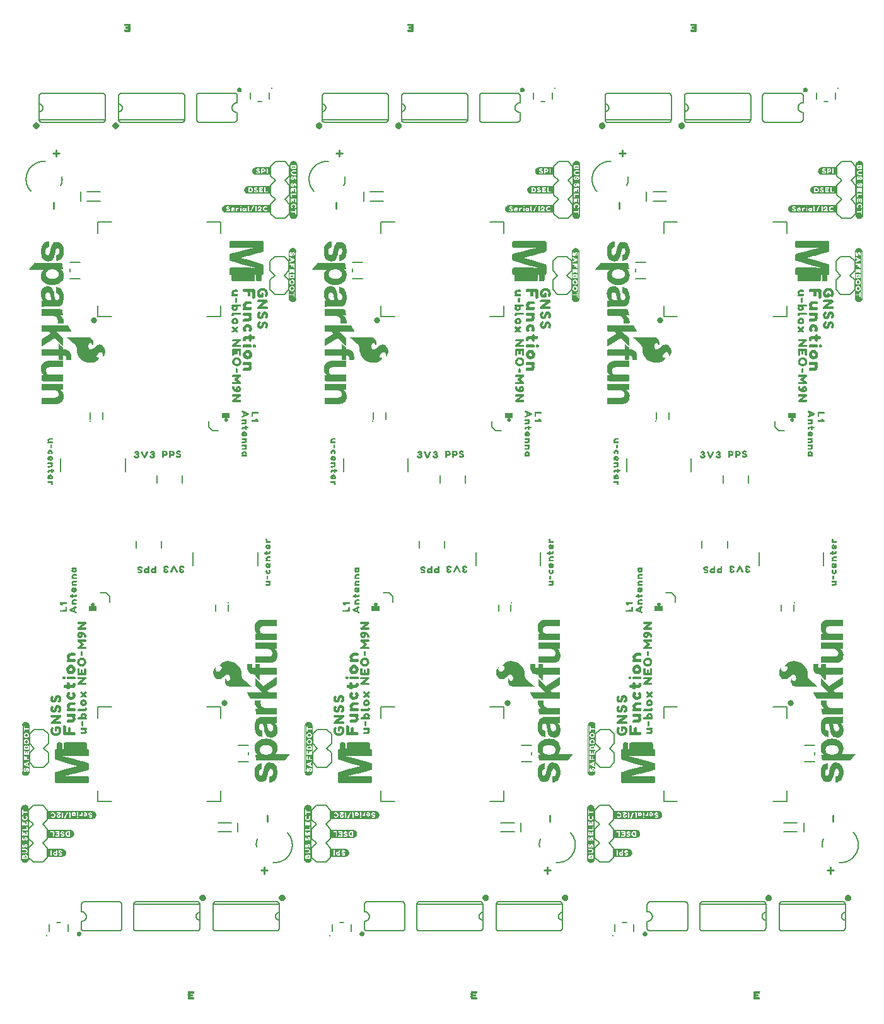
<source format=gto>
G04 EAGLE Gerber RS-274X export*
G75*
%MOMM*%
%FSLAX34Y34*%
%LPD*%
%INSilkscreen Top*%
%IPPOS*%
%AMOC8*
5,1,8,0,0,1.08239X$1,22.5*%
G01*
%ADD10C,0.228600*%
%ADD11C,0.152400*%
%ADD12C,0.203200*%
%ADD13C,0.254000*%
%ADD14C,0.177800*%
%ADD15C,0.812800*%
%ADD16C,0.300000*%
%ADD17C,0.254000*%
%ADD18R,0.640000X0.040000*%
%ADD19R,0.800000X0.040000*%
%ADD20R,0.840000X0.040000*%
%ADD21R,0.280000X0.040000*%
%ADD22R,0.600000X0.040000*%
%ADD23R,0.680000X0.040000*%
%ADD24R,0.760000X0.040000*%
%ADD25C,0.508000*%

G36*
X1067238Y990682D02*
X1067238Y990682D01*
X1067278Y990689D01*
X1067295Y990683D01*
X1067325Y990685D01*
X1067364Y990678D01*
X1073179Y990678D01*
X1073183Y990679D01*
X1073187Y990678D01*
X1073716Y990688D01*
X1073757Y990697D01*
X1073821Y990701D01*
X1074334Y990821D01*
X1074373Y990839D01*
X1074464Y990872D01*
X1074923Y991130D01*
X1074956Y991158D01*
X1075034Y991214D01*
X1075404Y991588D01*
X1075428Y991625D01*
X1075487Y991700D01*
X1075740Y992162D01*
X1075753Y992203D01*
X1075789Y992292D01*
X1075904Y992806D01*
X1075905Y992848D01*
X1075916Y992914D01*
X1075924Y998723D01*
X1075934Y999122D01*
X1076052Y999336D01*
X1076275Y999447D01*
X1077111Y999452D01*
X1077349Y999350D01*
X1077473Y999152D01*
X1077491Y998767D01*
X1077497Y992965D01*
X1077504Y992926D01*
X1077506Y992869D01*
X1077607Y992353D01*
X1077624Y992312D01*
X1077652Y992221D01*
X1077892Y991753D01*
X1077919Y991718D01*
X1077972Y991639D01*
X1078331Y991254D01*
X1078367Y991229D01*
X1078439Y991166D01*
X1078892Y990896D01*
X1078932Y990881D01*
X1079022Y990841D01*
X1079532Y990708D01*
X1079575Y990705D01*
X1079644Y990692D01*
X1080172Y990677D01*
X1080178Y990678D01*
X1080186Y990677D01*
X1082300Y990677D01*
X1082316Y990680D01*
X1082336Y990678D01*
X1082862Y990716D01*
X1082905Y990728D01*
X1082994Y990744D01*
X1083490Y990921D01*
X1083528Y990943D01*
X1083613Y990985D01*
X1084041Y991292D01*
X1084070Y991322D01*
X1084079Y991328D01*
X1084082Y991333D01*
X1084142Y991387D01*
X1084469Y991800D01*
X1084489Y991839D01*
X1084539Y991919D01*
X1084741Y992405D01*
X1084749Y992448D01*
X1084776Y992538D01*
X1084837Y993061D01*
X1084835Y993087D01*
X1084840Y993119D01*
X1084842Y998899D01*
X1084890Y999233D01*
X1085031Y999392D01*
X1085355Y999470D01*
X1085848Y999526D01*
X1085853Y999528D01*
X1085859Y999527D01*
X1086018Y999577D01*
X1086486Y999816D01*
X1086492Y999821D01*
X1086499Y999823D01*
X1086629Y999926D01*
X1086981Y1000316D01*
X1086986Y1000323D01*
X1086992Y1000328D01*
X1087077Y1000471D01*
X1087266Y1000961D01*
X1087269Y1000979D01*
X1087299Y1001119D01*
X1087321Y1001646D01*
X1087320Y1001656D01*
X1087322Y1001668D01*
X1087322Y1011711D01*
X1087321Y1011716D01*
X1087322Y1011723D01*
X1087309Y1012251D01*
X1087302Y1012282D01*
X1087282Y1012403D01*
X1087109Y1012899D01*
X1087105Y1012907D01*
X1087103Y1012916D01*
X1087018Y1013059D01*
X1086677Y1013459D01*
X1086670Y1013464D01*
X1086666Y1013471D01*
X1086623Y1013505D01*
X1086617Y1013513D01*
X1086598Y1013524D01*
X1086535Y1013574D01*
X1086074Y1013824D01*
X1086036Y1013836D01*
X1085985Y1013862D01*
X1079934Y1015765D01*
X1079933Y1015765D01*
X1079932Y1015765D01*
X1075387Y1017171D01*
X1075385Y1017171D01*
X1075383Y1017172D01*
X1067285Y1019610D01*
X1067204Y1019617D01*
X1067163Y1019624D01*
X1067150Y1019629D01*
X1067045Y1019680D01*
X1063492Y1020698D01*
X1063489Y1020698D01*
X1063486Y1020699D01*
X1059921Y1021672D01*
X1059916Y1021672D01*
X1059910Y1021675D01*
X1056837Y1022442D01*
X1056831Y1022442D01*
X1056825Y1022445D01*
X1056374Y1022545D01*
X1056971Y1022666D01*
X1056975Y1022667D01*
X1056981Y1022668D01*
X1060587Y1023476D01*
X1060591Y1023477D01*
X1060595Y1023477D01*
X1064702Y1024463D01*
X1064703Y1024463D01*
X1064705Y1024463D01*
X1066242Y1024843D01*
X1066247Y1024846D01*
X1066254Y1024846D01*
X1067273Y1025125D01*
X1067298Y1025138D01*
X1067337Y1025141D01*
X1067351Y1025141D01*
X1067353Y1025142D01*
X1067355Y1025142D01*
X1070939Y1026062D01*
X1070941Y1026063D01*
X1070944Y1026063D01*
X1075032Y1027150D01*
X1075033Y1027150D01*
X1075035Y1027150D01*
X1077585Y1027846D01*
X1077587Y1027847D01*
X1077589Y1027847D01*
X1081660Y1028994D01*
X1081663Y1028995D01*
X1081666Y1028996D01*
X1085724Y1030190D01*
X1085736Y1030196D01*
X1085752Y1030199D01*
X1086248Y1030378D01*
X1086261Y1030386D01*
X1086390Y1030458D01*
X1086801Y1030786D01*
X1086808Y1030794D01*
X1086817Y1030799D01*
X1086923Y1030927D01*
X1087184Y1031383D01*
X1087187Y1031393D01*
X1087194Y1031401D01*
X1087203Y1031428D01*
X1087208Y1031437D01*
X1087212Y1031455D01*
X1087245Y1031559D01*
X1087322Y1032079D01*
X1087320Y1032110D01*
X1087327Y1032151D01*
X1087332Y1043255D01*
X1087325Y1043291D01*
X1087324Y1043344D01*
X1087230Y1043861D01*
X1087227Y1043870D01*
X1087227Y1043879D01*
X1087164Y1044034D01*
X1086889Y1044481D01*
X1086884Y1044486D01*
X1086881Y1044493D01*
X1086768Y1044615D01*
X1086352Y1044935D01*
X1086344Y1044939D01*
X1086338Y1044945D01*
X1086189Y1045018D01*
X1085685Y1045167D01*
X1085643Y1045171D01*
X1085544Y1045187D01*
X1067567Y1045196D01*
X1067524Y1045187D01*
X1067449Y1045182D01*
X1067335Y1045154D01*
X1067321Y1045163D01*
X1067312Y1045164D01*
X1067305Y1045169D01*
X1067141Y1045196D01*
X1043327Y1045186D01*
X1043290Y1045178D01*
X1043181Y1045164D01*
X1042678Y1045009D01*
X1042671Y1045005D01*
X1042662Y1045004D01*
X1042516Y1044924D01*
X1042103Y1044598D01*
X1042098Y1044592D01*
X1042091Y1044588D01*
X1041983Y1044462D01*
X1041714Y1044010D01*
X1041711Y1044002D01*
X1041706Y1043996D01*
X1041651Y1043839D01*
X1041562Y1043321D01*
X1041563Y1043285D01*
X1041554Y1043236D01*
X1041554Y1037944D01*
X1041558Y1037926D01*
X1041556Y1037904D01*
X1041597Y1037379D01*
X1041598Y1037376D01*
X1041598Y1037374D01*
X1041640Y1037213D01*
X1041855Y1036734D01*
X1041860Y1036727D01*
X1041862Y1036719D01*
X1041959Y1036584D01*
X1042333Y1036213D01*
X1042340Y1036208D01*
X1042345Y1036201D01*
X1042484Y1036110D01*
X1042966Y1035899D01*
X1042967Y1035899D01*
X1042968Y1035898D01*
X1043129Y1035859D01*
X1043655Y1035820D01*
X1043672Y1035822D01*
X1043692Y1035818D01*
X1059568Y1035821D01*
X1059570Y1035821D01*
X1059571Y1035821D01*
X1063805Y1035845D01*
X1063807Y1035845D01*
X1063809Y1035845D01*
X1066982Y1035893D01*
X1066983Y1035893D01*
X1066984Y1035893D01*
X1067077Y1035913D01*
X1067177Y1035935D01*
X1067178Y1035935D01*
X1067200Y1035951D01*
X1067221Y1035937D01*
X1067238Y1035934D01*
X1067252Y1035926D01*
X1067417Y1035902D01*
X1071646Y1035995D01*
X1071648Y1035995D01*
X1071650Y1035995D01*
X1074821Y1036093D01*
X1074824Y1036094D01*
X1074828Y1036094D01*
X1076606Y1036172D01*
X1074725Y1035758D01*
X1074723Y1035756D01*
X1074719Y1035756D01*
X1067510Y1034077D01*
X1067496Y1034071D01*
X1067476Y1034068D01*
X1067141Y1033965D01*
X1067075Y1033960D01*
X1067032Y1033963D01*
X1067009Y1033956D01*
X1066978Y1033953D01*
X1060309Y1032332D01*
X1060308Y1032331D01*
X1060306Y1032331D01*
X1054672Y1030925D01*
X1054671Y1030925D01*
X1054669Y1030924D01*
X1047509Y1029089D01*
X1047508Y1029088D01*
X1047505Y1029088D01*
X1042912Y1027872D01*
X1042873Y1027852D01*
X1042801Y1027827D01*
X1042341Y1027575D01*
X1042333Y1027569D01*
X1042325Y1027566D01*
X1042198Y1027459D01*
X1041860Y1027057D01*
X1041857Y1027051D01*
X1041852Y1027047D01*
X1041771Y1026902D01*
X1041597Y1026406D01*
X1041592Y1026376D01*
X1041569Y1026253D01*
X1041555Y1025726D01*
X1041556Y1025720D01*
X1041555Y1025713D01*
X1041555Y1020434D01*
X1041559Y1020412D01*
X1041557Y1020383D01*
X1041611Y1019861D01*
X1041612Y1019855D01*
X1041612Y1019850D01*
X1041660Y1019690D01*
X1041892Y1019220D01*
X1041897Y1019213D01*
X1041900Y1019205D01*
X1042002Y1019073D01*
X1042388Y1018718D01*
X1042393Y1018715D01*
X1042396Y1018711D01*
X1042537Y1018624D01*
X1043024Y1018425D01*
X1043045Y1018421D01*
X1043069Y1018409D01*
X1048125Y1016889D01*
X1048127Y1016888D01*
X1048129Y1016887D01*
X1055226Y1014823D01*
X1055228Y1014822D01*
X1055230Y1014821D01*
X1060821Y1013251D01*
X1060823Y1013251D01*
X1060826Y1013250D01*
X1066940Y1011593D01*
X1066975Y1011591D01*
X1067008Y1011579D01*
X1067074Y1011584D01*
X1067139Y1011580D01*
X1067151Y1011584D01*
X1067177Y1011558D01*
X1067250Y1011525D01*
X1067288Y1011502D01*
X1067307Y1011499D01*
X1067329Y1011490D01*
X1070397Y1010687D01*
X1070399Y1010687D01*
X1070401Y1010686D01*
X1074502Y1009653D01*
X1074504Y1009653D01*
X1074507Y1009652D01*
X1077077Y1009035D01*
X1077080Y1009035D01*
X1077083Y1009034D01*
X1073717Y1009110D01*
X1073715Y1009110D01*
X1073713Y1009110D01*
X1067371Y1009202D01*
X1067317Y1009192D01*
X1067262Y1009192D01*
X1067220Y1009174D01*
X1067175Y1009165D01*
X1067129Y1009135D01*
X1067079Y1009113D01*
X1067077Y1009112D01*
X1066869Y1009172D01*
X1066826Y1009176D01*
X1066733Y1009192D01*
X1063568Y1009217D01*
X1063566Y1009217D01*
X1063564Y1009217D01*
X1043516Y1009230D01*
X1043481Y1009223D01*
X1043431Y1009222D01*
X1042914Y1009134D01*
X1042907Y1009131D01*
X1042900Y1009131D01*
X1042823Y1009101D01*
X1042794Y1009096D01*
X1042777Y1009084D01*
X1042744Y1009071D01*
X1042293Y1008804D01*
X1042287Y1008799D01*
X1042280Y1008796D01*
X1042156Y1008685D01*
X1041830Y1008274D01*
X1041826Y1008266D01*
X1041820Y1008261D01*
X1041744Y1008112D01*
X1041588Y1007612D01*
X1041584Y1007568D01*
X1041566Y1007474D01*
X1041554Y1006947D01*
X1041555Y1006942D01*
X1041554Y1006936D01*
X1041554Y1001660D01*
X1041556Y1001649D01*
X1041555Y1001636D01*
X1041580Y1001110D01*
X1041586Y1001088D01*
X1041614Y1000953D01*
X1041803Y1000465D01*
X1041807Y1000458D01*
X1041809Y1000451D01*
X1041813Y1000444D01*
X1041815Y1000438D01*
X1041832Y1000414D01*
X1041898Y1000310D01*
X1042250Y999922D01*
X1042256Y999917D01*
X1042260Y999911D01*
X1042394Y999812D01*
X1042861Y999574D01*
X1042867Y999572D01*
X1042872Y999569D01*
X1043032Y999523D01*
X1043554Y999463D01*
X1043571Y999465D01*
X1043593Y999460D01*
X1043994Y999447D01*
X1044201Y999327D01*
X1044310Y999099D01*
X1044327Y992881D01*
X1044336Y992838D01*
X1044341Y992764D01*
X1044467Y992253D01*
X1044485Y992214D01*
X1044518Y992124D01*
X1044780Y991668D01*
X1044809Y991635D01*
X1044865Y991558D01*
X1045242Y991192D01*
X1045279Y991168D01*
X1045353Y991110D01*
X1045815Y990860D01*
X1045856Y990848D01*
X1045947Y990812D01*
X1046460Y990701D01*
X1046502Y990700D01*
X1046566Y990690D01*
X1066605Y990682D01*
X1067123Y990663D01*
X1067140Y990666D01*
X1067158Y990663D01*
X1067238Y990682D01*
G37*
G36*
X687254Y990682D02*
X687254Y990682D01*
X687294Y990689D01*
X687311Y990683D01*
X687341Y990685D01*
X687380Y990678D01*
X693195Y990678D01*
X693199Y990679D01*
X693203Y990678D01*
X693732Y990688D01*
X693773Y990697D01*
X693837Y990701D01*
X694350Y990821D01*
X694389Y990839D01*
X694480Y990872D01*
X694939Y991130D01*
X694972Y991158D01*
X695050Y991214D01*
X695420Y991588D01*
X695444Y991625D01*
X695503Y991700D01*
X695756Y992162D01*
X695769Y992203D01*
X695805Y992292D01*
X695920Y992806D01*
X695921Y992848D01*
X695932Y992914D01*
X695940Y998723D01*
X695950Y999122D01*
X696068Y999336D01*
X696291Y999447D01*
X697127Y999452D01*
X697365Y999350D01*
X697489Y999152D01*
X697507Y998767D01*
X697513Y992965D01*
X697520Y992926D01*
X697522Y992869D01*
X697623Y992353D01*
X697640Y992312D01*
X697668Y992221D01*
X697908Y991753D01*
X697935Y991718D01*
X697988Y991639D01*
X698347Y991254D01*
X698383Y991229D01*
X698455Y991166D01*
X698908Y990896D01*
X698948Y990881D01*
X699038Y990841D01*
X699548Y990708D01*
X699591Y990705D01*
X699660Y990692D01*
X700188Y990677D01*
X700194Y990678D01*
X700202Y990677D01*
X702316Y990677D01*
X702332Y990680D01*
X702352Y990678D01*
X702878Y990716D01*
X702921Y990728D01*
X703010Y990744D01*
X703506Y990921D01*
X703544Y990943D01*
X703629Y990985D01*
X704057Y991292D01*
X704086Y991322D01*
X704095Y991328D01*
X704098Y991333D01*
X704158Y991387D01*
X704485Y991800D01*
X704505Y991839D01*
X704555Y991919D01*
X704757Y992405D01*
X704765Y992448D01*
X704792Y992538D01*
X704853Y993061D01*
X704851Y993087D01*
X704856Y993119D01*
X704858Y998899D01*
X704906Y999233D01*
X705047Y999392D01*
X705371Y999470D01*
X705864Y999526D01*
X705869Y999528D01*
X705875Y999527D01*
X706034Y999577D01*
X706502Y999816D01*
X706508Y999821D01*
X706515Y999823D01*
X706645Y999926D01*
X706997Y1000316D01*
X707002Y1000323D01*
X707008Y1000328D01*
X707093Y1000471D01*
X707282Y1000961D01*
X707285Y1000979D01*
X707315Y1001119D01*
X707337Y1001646D01*
X707336Y1001656D01*
X707338Y1001668D01*
X707338Y1011711D01*
X707337Y1011716D01*
X707338Y1011723D01*
X707325Y1012251D01*
X707318Y1012282D01*
X707298Y1012403D01*
X707125Y1012899D01*
X707121Y1012907D01*
X707119Y1012916D01*
X707034Y1013059D01*
X706693Y1013459D01*
X706686Y1013464D01*
X706682Y1013471D01*
X706639Y1013505D01*
X706633Y1013513D01*
X706614Y1013524D01*
X706551Y1013574D01*
X706090Y1013824D01*
X706052Y1013836D01*
X706001Y1013862D01*
X699950Y1015765D01*
X699949Y1015765D01*
X699948Y1015765D01*
X695403Y1017171D01*
X695401Y1017171D01*
X695399Y1017172D01*
X687301Y1019610D01*
X687220Y1019617D01*
X687179Y1019624D01*
X687166Y1019629D01*
X687061Y1019680D01*
X683508Y1020698D01*
X683505Y1020698D01*
X683502Y1020699D01*
X679937Y1021672D01*
X679932Y1021672D01*
X679926Y1021675D01*
X676853Y1022442D01*
X676847Y1022442D01*
X676841Y1022445D01*
X676390Y1022545D01*
X676987Y1022666D01*
X676991Y1022667D01*
X676997Y1022668D01*
X680603Y1023476D01*
X680607Y1023477D01*
X680611Y1023477D01*
X684718Y1024463D01*
X684719Y1024463D01*
X684721Y1024463D01*
X686258Y1024843D01*
X686263Y1024846D01*
X686270Y1024846D01*
X687289Y1025125D01*
X687314Y1025138D01*
X687353Y1025141D01*
X687367Y1025141D01*
X687369Y1025142D01*
X687371Y1025142D01*
X690955Y1026062D01*
X690957Y1026063D01*
X690960Y1026063D01*
X695048Y1027150D01*
X695049Y1027150D01*
X695051Y1027150D01*
X697601Y1027846D01*
X697603Y1027847D01*
X697605Y1027847D01*
X701676Y1028994D01*
X701679Y1028995D01*
X701682Y1028996D01*
X705740Y1030190D01*
X705752Y1030196D01*
X705768Y1030199D01*
X706264Y1030378D01*
X706277Y1030386D01*
X706406Y1030458D01*
X706817Y1030786D01*
X706824Y1030794D01*
X706833Y1030799D01*
X706939Y1030927D01*
X707200Y1031383D01*
X707203Y1031393D01*
X707210Y1031401D01*
X707219Y1031428D01*
X707224Y1031437D01*
X707228Y1031455D01*
X707261Y1031559D01*
X707338Y1032079D01*
X707336Y1032110D01*
X707343Y1032151D01*
X707348Y1043255D01*
X707341Y1043291D01*
X707340Y1043344D01*
X707246Y1043861D01*
X707243Y1043870D01*
X707243Y1043879D01*
X707180Y1044034D01*
X706905Y1044481D01*
X706900Y1044486D01*
X706897Y1044493D01*
X706784Y1044615D01*
X706368Y1044935D01*
X706360Y1044939D01*
X706354Y1044945D01*
X706205Y1045018D01*
X705701Y1045167D01*
X705659Y1045171D01*
X705560Y1045187D01*
X687583Y1045196D01*
X687540Y1045187D01*
X687465Y1045182D01*
X687351Y1045154D01*
X687337Y1045163D01*
X687328Y1045164D01*
X687321Y1045169D01*
X687157Y1045196D01*
X663343Y1045186D01*
X663306Y1045178D01*
X663197Y1045164D01*
X662694Y1045009D01*
X662687Y1045005D01*
X662678Y1045004D01*
X662532Y1044924D01*
X662119Y1044598D01*
X662114Y1044592D01*
X662107Y1044588D01*
X661999Y1044462D01*
X661730Y1044010D01*
X661727Y1044002D01*
X661722Y1043996D01*
X661667Y1043839D01*
X661578Y1043321D01*
X661579Y1043285D01*
X661570Y1043236D01*
X661570Y1037944D01*
X661574Y1037926D01*
X661572Y1037904D01*
X661613Y1037379D01*
X661614Y1037376D01*
X661614Y1037374D01*
X661656Y1037213D01*
X661871Y1036734D01*
X661876Y1036727D01*
X661878Y1036719D01*
X661975Y1036584D01*
X662349Y1036213D01*
X662356Y1036208D01*
X662361Y1036201D01*
X662500Y1036110D01*
X662982Y1035899D01*
X662983Y1035899D01*
X662984Y1035898D01*
X663145Y1035859D01*
X663671Y1035820D01*
X663688Y1035822D01*
X663708Y1035818D01*
X679584Y1035821D01*
X679586Y1035821D01*
X679587Y1035821D01*
X683821Y1035845D01*
X683823Y1035845D01*
X683825Y1035845D01*
X686998Y1035893D01*
X686999Y1035893D01*
X687000Y1035893D01*
X687093Y1035913D01*
X687193Y1035935D01*
X687194Y1035935D01*
X687216Y1035951D01*
X687237Y1035937D01*
X687254Y1035934D01*
X687268Y1035926D01*
X687433Y1035902D01*
X691662Y1035995D01*
X691664Y1035995D01*
X691666Y1035995D01*
X694837Y1036093D01*
X694840Y1036094D01*
X694844Y1036094D01*
X696622Y1036172D01*
X694741Y1035758D01*
X694739Y1035756D01*
X694735Y1035756D01*
X687526Y1034077D01*
X687512Y1034071D01*
X687492Y1034068D01*
X687157Y1033965D01*
X687091Y1033960D01*
X687048Y1033963D01*
X687025Y1033956D01*
X686994Y1033953D01*
X680325Y1032332D01*
X680324Y1032331D01*
X680322Y1032331D01*
X674688Y1030925D01*
X674687Y1030925D01*
X674685Y1030924D01*
X667525Y1029089D01*
X667524Y1029088D01*
X667521Y1029088D01*
X662928Y1027872D01*
X662889Y1027852D01*
X662817Y1027827D01*
X662357Y1027575D01*
X662349Y1027569D01*
X662341Y1027566D01*
X662214Y1027459D01*
X661876Y1027057D01*
X661873Y1027051D01*
X661868Y1027047D01*
X661787Y1026902D01*
X661613Y1026406D01*
X661608Y1026376D01*
X661585Y1026253D01*
X661571Y1025726D01*
X661572Y1025720D01*
X661571Y1025713D01*
X661571Y1020434D01*
X661575Y1020412D01*
X661573Y1020383D01*
X661627Y1019861D01*
X661628Y1019855D01*
X661628Y1019850D01*
X661676Y1019690D01*
X661908Y1019220D01*
X661913Y1019213D01*
X661916Y1019205D01*
X662018Y1019073D01*
X662404Y1018718D01*
X662409Y1018715D01*
X662412Y1018711D01*
X662553Y1018624D01*
X663040Y1018425D01*
X663061Y1018421D01*
X663085Y1018409D01*
X668141Y1016889D01*
X668143Y1016888D01*
X668145Y1016887D01*
X675242Y1014823D01*
X675244Y1014822D01*
X675246Y1014821D01*
X680837Y1013251D01*
X680839Y1013251D01*
X680842Y1013250D01*
X686956Y1011593D01*
X686991Y1011591D01*
X687024Y1011579D01*
X687090Y1011584D01*
X687155Y1011580D01*
X687167Y1011584D01*
X687193Y1011558D01*
X687266Y1011525D01*
X687304Y1011502D01*
X687323Y1011499D01*
X687345Y1011490D01*
X690413Y1010687D01*
X690415Y1010687D01*
X690417Y1010686D01*
X694518Y1009653D01*
X694520Y1009653D01*
X694523Y1009652D01*
X697093Y1009035D01*
X697096Y1009035D01*
X697099Y1009034D01*
X693733Y1009110D01*
X693731Y1009110D01*
X693729Y1009110D01*
X687387Y1009202D01*
X687333Y1009192D01*
X687278Y1009192D01*
X687236Y1009174D01*
X687191Y1009165D01*
X687145Y1009135D01*
X687095Y1009113D01*
X687093Y1009112D01*
X686885Y1009172D01*
X686842Y1009176D01*
X686749Y1009192D01*
X683584Y1009217D01*
X683582Y1009217D01*
X683580Y1009217D01*
X663532Y1009230D01*
X663497Y1009223D01*
X663447Y1009222D01*
X662930Y1009134D01*
X662923Y1009131D01*
X662916Y1009131D01*
X662839Y1009101D01*
X662810Y1009096D01*
X662793Y1009084D01*
X662760Y1009071D01*
X662309Y1008804D01*
X662303Y1008799D01*
X662296Y1008796D01*
X662172Y1008685D01*
X661846Y1008274D01*
X661842Y1008266D01*
X661836Y1008261D01*
X661760Y1008112D01*
X661604Y1007612D01*
X661600Y1007568D01*
X661582Y1007474D01*
X661570Y1006947D01*
X661571Y1006942D01*
X661570Y1006936D01*
X661570Y1001660D01*
X661572Y1001649D01*
X661571Y1001636D01*
X661596Y1001110D01*
X661602Y1001088D01*
X661630Y1000953D01*
X661819Y1000465D01*
X661823Y1000458D01*
X661825Y1000451D01*
X661829Y1000444D01*
X661831Y1000438D01*
X661848Y1000414D01*
X661914Y1000310D01*
X662266Y999922D01*
X662272Y999917D01*
X662276Y999911D01*
X662410Y999812D01*
X662877Y999574D01*
X662883Y999572D01*
X662888Y999569D01*
X663048Y999523D01*
X663570Y999463D01*
X663587Y999465D01*
X663609Y999460D01*
X664010Y999447D01*
X664217Y999327D01*
X664326Y999099D01*
X664343Y992881D01*
X664352Y992838D01*
X664357Y992764D01*
X664483Y992253D01*
X664501Y992214D01*
X664534Y992124D01*
X664796Y991668D01*
X664825Y991635D01*
X664881Y991558D01*
X665258Y991192D01*
X665295Y991168D01*
X665369Y991110D01*
X665831Y990860D01*
X665872Y990848D01*
X665963Y990812D01*
X666476Y990701D01*
X666518Y990700D01*
X666582Y990690D01*
X686621Y990682D01*
X687139Y990663D01*
X687156Y990666D01*
X687174Y990663D01*
X687254Y990682D01*
G37*
G36*
X307270Y990682D02*
X307270Y990682D01*
X307310Y990689D01*
X307327Y990683D01*
X307357Y990685D01*
X307396Y990678D01*
X313211Y990678D01*
X313215Y990679D01*
X313219Y990678D01*
X313748Y990688D01*
X313789Y990697D01*
X313853Y990701D01*
X314366Y990821D01*
X314405Y990839D01*
X314496Y990872D01*
X314955Y991130D01*
X314988Y991158D01*
X315066Y991214D01*
X315436Y991588D01*
X315460Y991625D01*
X315519Y991700D01*
X315772Y992162D01*
X315785Y992203D01*
X315821Y992292D01*
X315936Y992806D01*
X315937Y992848D01*
X315948Y992914D01*
X315956Y998723D01*
X315966Y999122D01*
X316084Y999336D01*
X316307Y999447D01*
X317143Y999452D01*
X317381Y999350D01*
X317505Y999152D01*
X317523Y998767D01*
X317529Y992965D01*
X317536Y992926D01*
X317538Y992869D01*
X317639Y992353D01*
X317656Y992312D01*
X317684Y992221D01*
X317924Y991753D01*
X317951Y991718D01*
X318004Y991639D01*
X318363Y991254D01*
X318399Y991229D01*
X318471Y991166D01*
X318924Y990896D01*
X318964Y990881D01*
X319054Y990841D01*
X319564Y990708D01*
X319607Y990705D01*
X319676Y990692D01*
X320204Y990677D01*
X320210Y990678D01*
X320218Y990677D01*
X322332Y990677D01*
X322348Y990680D01*
X322368Y990678D01*
X322894Y990716D01*
X322937Y990728D01*
X323026Y990744D01*
X323522Y990921D01*
X323560Y990943D01*
X323645Y990985D01*
X324073Y991292D01*
X324102Y991322D01*
X324111Y991328D01*
X324114Y991333D01*
X324174Y991387D01*
X324501Y991800D01*
X324521Y991839D01*
X324571Y991919D01*
X324773Y992405D01*
X324781Y992448D01*
X324808Y992538D01*
X324869Y993061D01*
X324867Y993087D01*
X324872Y993119D01*
X324874Y998899D01*
X324922Y999233D01*
X325063Y999392D01*
X325387Y999470D01*
X325880Y999526D01*
X325885Y999528D01*
X325891Y999527D01*
X326050Y999577D01*
X326518Y999816D01*
X326524Y999821D01*
X326531Y999823D01*
X326661Y999926D01*
X327013Y1000316D01*
X327018Y1000323D01*
X327024Y1000328D01*
X327109Y1000471D01*
X327298Y1000961D01*
X327301Y1000979D01*
X327331Y1001119D01*
X327353Y1001646D01*
X327352Y1001656D01*
X327354Y1001668D01*
X327354Y1011711D01*
X327353Y1011716D01*
X327354Y1011723D01*
X327341Y1012251D01*
X327334Y1012282D01*
X327314Y1012403D01*
X327141Y1012899D01*
X327137Y1012907D01*
X327135Y1012916D01*
X327050Y1013059D01*
X326709Y1013459D01*
X326702Y1013464D01*
X326698Y1013471D01*
X326655Y1013505D01*
X326649Y1013513D01*
X326630Y1013524D01*
X326567Y1013574D01*
X326106Y1013824D01*
X326068Y1013836D01*
X326017Y1013862D01*
X319966Y1015765D01*
X319965Y1015765D01*
X319964Y1015765D01*
X315419Y1017171D01*
X315417Y1017171D01*
X315415Y1017172D01*
X307317Y1019610D01*
X307236Y1019617D01*
X307195Y1019624D01*
X307182Y1019629D01*
X307077Y1019680D01*
X303524Y1020698D01*
X303521Y1020698D01*
X303518Y1020699D01*
X299953Y1021672D01*
X299948Y1021672D01*
X299942Y1021675D01*
X296869Y1022442D01*
X296863Y1022442D01*
X296857Y1022445D01*
X296406Y1022545D01*
X297003Y1022666D01*
X297007Y1022667D01*
X297013Y1022668D01*
X300619Y1023476D01*
X300623Y1023477D01*
X300627Y1023477D01*
X304734Y1024463D01*
X304735Y1024463D01*
X304737Y1024463D01*
X306274Y1024843D01*
X306279Y1024846D01*
X306286Y1024846D01*
X307305Y1025125D01*
X307330Y1025138D01*
X307369Y1025141D01*
X307383Y1025141D01*
X307385Y1025142D01*
X307387Y1025142D01*
X310971Y1026062D01*
X310973Y1026063D01*
X310976Y1026063D01*
X315064Y1027150D01*
X315065Y1027150D01*
X315067Y1027150D01*
X317617Y1027846D01*
X317619Y1027847D01*
X317621Y1027847D01*
X321692Y1028994D01*
X321695Y1028995D01*
X321698Y1028996D01*
X325756Y1030190D01*
X325768Y1030196D01*
X325784Y1030199D01*
X326280Y1030378D01*
X326293Y1030386D01*
X326422Y1030458D01*
X326833Y1030786D01*
X326840Y1030794D01*
X326849Y1030799D01*
X326955Y1030927D01*
X327216Y1031383D01*
X327219Y1031393D01*
X327226Y1031401D01*
X327235Y1031428D01*
X327240Y1031437D01*
X327244Y1031455D01*
X327277Y1031559D01*
X327354Y1032079D01*
X327352Y1032110D01*
X327359Y1032151D01*
X327364Y1043255D01*
X327357Y1043291D01*
X327356Y1043344D01*
X327262Y1043861D01*
X327259Y1043870D01*
X327259Y1043879D01*
X327196Y1044034D01*
X326921Y1044481D01*
X326916Y1044486D01*
X326913Y1044493D01*
X326800Y1044615D01*
X326384Y1044935D01*
X326376Y1044939D01*
X326370Y1044945D01*
X326221Y1045018D01*
X325717Y1045167D01*
X325675Y1045171D01*
X325576Y1045187D01*
X307599Y1045196D01*
X307556Y1045187D01*
X307481Y1045182D01*
X307367Y1045154D01*
X307353Y1045163D01*
X307344Y1045164D01*
X307337Y1045169D01*
X307173Y1045196D01*
X283359Y1045186D01*
X283322Y1045178D01*
X283213Y1045164D01*
X282710Y1045009D01*
X282703Y1045005D01*
X282694Y1045004D01*
X282548Y1044924D01*
X282135Y1044598D01*
X282130Y1044592D01*
X282123Y1044588D01*
X282015Y1044462D01*
X281746Y1044010D01*
X281743Y1044002D01*
X281738Y1043996D01*
X281683Y1043839D01*
X281594Y1043321D01*
X281595Y1043285D01*
X281586Y1043236D01*
X281586Y1037944D01*
X281590Y1037926D01*
X281588Y1037904D01*
X281629Y1037379D01*
X281630Y1037376D01*
X281630Y1037374D01*
X281672Y1037213D01*
X281887Y1036734D01*
X281892Y1036727D01*
X281894Y1036719D01*
X281991Y1036584D01*
X282365Y1036213D01*
X282372Y1036208D01*
X282377Y1036201D01*
X282516Y1036110D01*
X282998Y1035899D01*
X282999Y1035899D01*
X283000Y1035898D01*
X283161Y1035859D01*
X283687Y1035820D01*
X283704Y1035822D01*
X283724Y1035818D01*
X299600Y1035821D01*
X299602Y1035821D01*
X299603Y1035821D01*
X303837Y1035845D01*
X303839Y1035845D01*
X303841Y1035845D01*
X307014Y1035893D01*
X307015Y1035893D01*
X307016Y1035893D01*
X307109Y1035913D01*
X307209Y1035935D01*
X307210Y1035935D01*
X307232Y1035951D01*
X307253Y1035937D01*
X307270Y1035934D01*
X307284Y1035926D01*
X307449Y1035902D01*
X311678Y1035995D01*
X311680Y1035995D01*
X311682Y1035995D01*
X314853Y1036093D01*
X314856Y1036094D01*
X314860Y1036094D01*
X316638Y1036172D01*
X314757Y1035758D01*
X314755Y1035756D01*
X314751Y1035756D01*
X307542Y1034077D01*
X307528Y1034071D01*
X307508Y1034068D01*
X307173Y1033965D01*
X307107Y1033960D01*
X307064Y1033963D01*
X307041Y1033956D01*
X307010Y1033953D01*
X300341Y1032332D01*
X300340Y1032331D01*
X300338Y1032331D01*
X294704Y1030925D01*
X294703Y1030925D01*
X294701Y1030924D01*
X287541Y1029089D01*
X287540Y1029088D01*
X287537Y1029088D01*
X282944Y1027872D01*
X282905Y1027852D01*
X282833Y1027827D01*
X282373Y1027575D01*
X282365Y1027569D01*
X282357Y1027566D01*
X282230Y1027459D01*
X281892Y1027057D01*
X281889Y1027051D01*
X281884Y1027047D01*
X281803Y1026902D01*
X281629Y1026406D01*
X281624Y1026376D01*
X281601Y1026253D01*
X281587Y1025726D01*
X281588Y1025720D01*
X281587Y1025713D01*
X281587Y1020434D01*
X281591Y1020412D01*
X281589Y1020383D01*
X281643Y1019861D01*
X281644Y1019855D01*
X281644Y1019850D01*
X281692Y1019690D01*
X281924Y1019220D01*
X281929Y1019213D01*
X281932Y1019205D01*
X282034Y1019073D01*
X282420Y1018718D01*
X282425Y1018715D01*
X282428Y1018711D01*
X282569Y1018624D01*
X283056Y1018425D01*
X283077Y1018421D01*
X283101Y1018409D01*
X288157Y1016889D01*
X288159Y1016888D01*
X288161Y1016887D01*
X295258Y1014823D01*
X295260Y1014822D01*
X295262Y1014821D01*
X300853Y1013251D01*
X300855Y1013251D01*
X300858Y1013250D01*
X306972Y1011593D01*
X307007Y1011591D01*
X307040Y1011579D01*
X307106Y1011584D01*
X307171Y1011580D01*
X307183Y1011584D01*
X307209Y1011558D01*
X307282Y1011525D01*
X307320Y1011502D01*
X307339Y1011499D01*
X307361Y1011490D01*
X310429Y1010687D01*
X310431Y1010687D01*
X310433Y1010686D01*
X314534Y1009653D01*
X314536Y1009653D01*
X314539Y1009652D01*
X317109Y1009035D01*
X317112Y1009035D01*
X317115Y1009034D01*
X313749Y1009110D01*
X313747Y1009110D01*
X313745Y1009110D01*
X307403Y1009202D01*
X307349Y1009192D01*
X307294Y1009192D01*
X307252Y1009174D01*
X307207Y1009165D01*
X307161Y1009135D01*
X307111Y1009113D01*
X307109Y1009112D01*
X306901Y1009172D01*
X306858Y1009176D01*
X306765Y1009192D01*
X303600Y1009217D01*
X303598Y1009217D01*
X303596Y1009217D01*
X283548Y1009230D01*
X283513Y1009223D01*
X283463Y1009222D01*
X282946Y1009134D01*
X282939Y1009131D01*
X282932Y1009131D01*
X282855Y1009101D01*
X282826Y1009096D01*
X282809Y1009084D01*
X282776Y1009071D01*
X282325Y1008804D01*
X282319Y1008799D01*
X282312Y1008796D01*
X282188Y1008685D01*
X281862Y1008274D01*
X281858Y1008266D01*
X281852Y1008261D01*
X281776Y1008112D01*
X281620Y1007612D01*
X281616Y1007568D01*
X281598Y1007474D01*
X281586Y1006947D01*
X281587Y1006942D01*
X281586Y1006936D01*
X281586Y1001660D01*
X281588Y1001649D01*
X281587Y1001636D01*
X281612Y1001110D01*
X281618Y1001088D01*
X281646Y1000953D01*
X281835Y1000465D01*
X281839Y1000458D01*
X281841Y1000451D01*
X281845Y1000444D01*
X281847Y1000438D01*
X281864Y1000414D01*
X281930Y1000310D01*
X282282Y999922D01*
X282288Y999917D01*
X282292Y999911D01*
X282426Y999812D01*
X282893Y999574D01*
X282899Y999572D01*
X282904Y999569D01*
X283064Y999523D01*
X283586Y999463D01*
X283603Y999465D01*
X283625Y999460D01*
X284026Y999447D01*
X284233Y999327D01*
X284342Y999099D01*
X284359Y992881D01*
X284368Y992838D01*
X284373Y992764D01*
X284499Y992253D01*
X284517Y992214D01*
X284550Y992124D01*
X284812Y991668D01*
X284841Y991635D01*
X284897Y991558D01*
X285274Y991192D01*
X285311Y991168D01*
X285385Y991110D01*
X285847Y990860D01*
X285888Y990848D01*
X285979Y990812D01*
X286492Y990701D01*
X286534Y990700D01*
X286598Y990690D01*
X306637Y990682D01*
X307155Y990663D01*
X307172Y990666D01*
X307190Y990663D01*
X307270Y990682D01*
G37*
G36*
X471529Y317270D02*
X471529Y317270D01*
X471567Y317278D01*
X471675Y317292D01*
X472178Y317447D01*
X472185Y317451D01*
X472194Y317453D01*
X472340Y317532D01*
X472753Y317858D01*
X472758Y317864D01*
X472765Y317868D01*
X472794Y317901D01*
X472807Y317911D01*
X472825Y317938D01*
X472873Y317994D01*
X473142Y318446D01*
X473145Y318454D01*
X473150Y318460D01*
X473205Y318617D01*
X473294Y319135D01*
X473293Y319171D01*
X473302Y319220D01*
X473302Y324512D01*
X473298Y324530D01*
X473300Y324552D01*
X473259Y325077D01*
X473258Y325080D01*
X473258Y325082D01*
X473216Y325243D01*
X473001Y325723D01*
X472996Y325729D01*
X472994Y325737D01*
X472897Y325872D01*
X472523Y326243D01*
X472516Y326248D01*
X472511Y326255D01*
X472372Y326346D01*
X471890Y326557D01*
X471889Y326557D01*
X471888Y326558D01*
X471727Y326597D01*
X471201Y326636D01*
X471184Y326634D01*
X471164Y326638D01*
X455288Y326635D01*
X455286Y326635D01*
X455285Y326635D01*
X451051Y326611D01*
X451049Y326611D01*
X451047Y326611D01*
X447874Y326563D01*
X447872Y326563D01*
X447779Y326543D01*
X447679Y326521D01*
X447678Y326521D01*
X447656Y326505D01*
X447635Y326519D01*
X447618Y326522D01*
X447604Y326530D01*
X447439Y326554D01*
X443210Y326461D01*
X443208Y326461D01*
X443206Y326461D01*
X440035Y326363D01*
X440032Y326362D01*
X440028Y326362D01*
X438250Y326284D01*
X440131Y326699D01*
X440133Y326700D01*
X440137Y326700D01*
X447346Y328379D01*
X447360Y328385D01*
X447380Y328388D01*
X447715Y328491D01*
X447781Y328496D01*
X447824Y328493D01*
X447847Y328501D01*
X447878Y328503D01*
X454547Y330124D01*
X454548Y330125D01*
X454550Y330125D01*
X460184Y331531D01*
X460185Y331532D01*
X460187Y331532D01*
X467347Y333367D01*
X467348Y333368D01*
X467351Y333368D01*
X471944Y334584D01*
X471983Y334604D01*
X472055Y334629D01*
X472516Y334881D01*
X472523Y334887D01*
X472531Y334890D01*
X472658Y334997D01*
X472996Y335399D01*
X472999Y335405D01*
X473004Y335409D01*
X473085Y335555D01*
X473259Y336050D01*
X473264Y336080D01*
X473287Y336203D01*
X473301Y336730D01*
X473300Y336736D01*
X473301Y336743D01*
X473301Y342022D01*
X473297Y342044D01*
X473299Y342073D01*
X473245Y342595D01*
X473244Y342601D01*
X473244Y342606D01*
X473196Y342766D01*
X472964Y343236D01*
X472959Y343243D01*
X472956Y343251D01*
X472854Y343383D01*
X472468Y343738D01*
X472463Y343741D01*
X472460Y343745D01*
X472319Y343832D01*
X471832Y344031D01*
X471811Y344035D01*
X471787Y344047D01*
X466731Y345567D01*
X466729Y345568D01*
X466727Y345569D01*
X459630Y347633D01*
X459628Y347634D01*
X459626Y347635D01*
X454035Y349205D01*
X454033Y349205D01*
X454030Y349206D01*
X447916Y350863D01*
X447881Y350865D01*
X447848Y350877D01*
X447783Y350872D01*
X447717Y350876D01*
X447705Y350872D01*
X447679Y350898D01*
X447606Y350931D01*
X447568Y350954D01*
X447549Y350957D01*
X447527Y350966D01*
X444459Y351769D01*
X444457Y351769D01*
X444455Y351770D01*
X440354Y352803D01*
X440352Y352803D01*
X440349Y352804D01*
X437779Y353421D01*
X437776Y353421D01*
X437773Y353422D01*
X441139Y353346D01*
X441141Y353346D01*
X441143Y353346D01*
X447485Y353254D01*
X447539Y353264D01*
X447594Y353264D01*
X447636Y353282D01*
X447681Y353291D01*
X447727Y353321D01*
X447777Y353343D01*
X447779Y353344D01*
X447987Y353284D01*
X448030Y353280D01*
X448123Y353264D01*
X451288Y353239D01*
X451290Y353239D01*
X451292Y353239D01*
X471340Y353226D01*
X471375Y353233D01*
X471425Y353234D01*
X471942Y353322D01*
X471949Y353325D01*
X471956Y353325D01*
X472112Y353385D01*
X472563Y353652D01*
X472569Y353657D01*
X472577Y353660D01*
X472700Y353771D01*
X473026Y354182D01*
X473030Y354190D01*
X473036Y354195D01*
X473112Y354344D01*
X473268Y354844D01*
X473272Y354888D01*
X473290Y354982D01*
X473302Y355509D01*
X473301Y355514D01*
X473302Y355520D01*
X473302Y360796D01*
X473300Y360807D01*
X473301Y360820D01*
X473276Y361346D01*
X473270Y361368D01*
X473243Y361503D01*
X473053Y361991D01*
X473049Y361998D01*
X473047Y362005D01*
X472958Y362146D01*
X472606Y362534D01*
X472600Y362539D01*
X472596Y362545D01*
X472462Y362644D01*
X471995Y362882D01*
X471989Y362884D01*
X471984Y362887D01*
X471824Y362933D01*
X471302Y362993D01*
X471285Y362991D01*
X471263Y362996D01*
X470862Y363009D01*
X470655Y363129D01*
X470546Y363357D01*
X470529Y369575D01*
X470520Y369618D01*
X470515Y369692D01*
X470389Y370203D01*
X470371Y370242D01*
X470338Y370332D01*
X470076Y370788D01*
X470047Y370821D01*
X469991Y370898D01*
X469614Y371264D01*
X469577Y371288D01*
X469503Y371346D01*
X469041Y371596D01*
X469000Y371608D01*
X468909Y371644D01*
X468396Y371755D01*
X468354Y371756D01*
X468291Y371766D01*
X448251Y371774D01*
X447733Y371793D01*
X447716Y371790D01*
X447698Y371793D01*
X447618Y371774D01*
X447578Y371767D01*
X447561Y371773D01*
X447531Y371771D01*
X447492Y371778D01*
X441677Y371778D01*
X441673Y371777D01*
X441669Y371778D01*
X441140Y371768D01*
X441099Y371759D01*
X441035Y371755D01*
X440522Y371635D01*
X440483Y371617D01*
X440392Y371584D01*
X439933Y371326D01*
X439900Y371298D01*
X439822Y371242D01*
X439452Y370868D01*
X439428Y370831D01*
X439369Y370756D01*
X439116Y370294D01*
X439104Y370253D01*
X439067Y370164D01*
X438952Y369650D01*
X438951Y369608D01*
X438940Y369542D01*
X438932Y363733D01*
X438922Y363334D01*
X438804Y363121D01*
X438581Y363009D01*
X437745Y363004D01*
X437507Y363106D01*
X437383Y363304D01*
X437365Y363689D01*
X437359Y369491D01*
X437352Y369530D01*
X437350Y369587D01*
X437249Y370103D01*
X437232Y370144D01*
X437204Y370235D01*
X436964Y370704D01*
X436937Y370738D01*
X436884Y370817D01*
X436525Y371202D01*
X436489Y371228D01*
X436417Y371290D01*
X435964Y371560D01*
X435924Y371575D01*
X435834Y371615D01*
X435324Y371748D01*
X435281Y371751D01*
X435212Y371764D01*
X434684Y371779D01*
X434678Y371778D01*
X434670Y371779D01*
X432556Y371779D01*
X432540Y371776D01*
X432520Y371778D01*
X431994Y371740D01*
X431951Y371728D01*
X431862Y371712D01*
X431366Y371535D01*
X431328Y371513D01*
X431243Y371471D01*
X430815Y371164D01*
X430787Y371134D01*
X430781Y371130D01*
X430779Y371127D01*
X430714Y371069D01*
X430387Y370656D01*
X430367Y370617D01*
X430317Y370538D01*
X430115Y370051D01*
X430107Y370008D01*
X430080Y369918D01*
X430019Y369395D01*
X430021Y369369D01*
X430016Y369337D01*
X430014Y363558D01*
X429966Y363223D01*
X429825Y363064D01*
X429501Y362986D01*
X429009Y362930D01*
X429003Y362929D01*
X428997Y362929D01*
X428838Y362879D01*
X428370Y362640D01*
X428364Y362635D01*
X428357Y362633D01*
X428227Y362530D01*
X427875Y362140D01*
X427870Y362133D01*
X427864Y362128D01*
X427779Y361985D01*
X427590Y361495D01*
X427587Y361477D01*
X427557Y361337D01*
X427535Y360810D01*
X427536Y360800D01*
X427534Y360788D01*
X427534Y350745D01*
X427535Y350740D01*
X427534Y350734D01*
X427547Y350205D01*
X427554Y350174D01*
X427574Y350053D01*
X427747Y349557D01*
X427751Y349549D01*
X427753Y349540D01*
X427838Y349397D01*
X428179Y348997D01*
X428186Y348992D01*
X428190Y348985D01*
X428226Y348956D01*
X428235Y348945D01*
X428259Y348931D01*
X428321Y348882D01*
X428782Y348632D01*
X428820Y348620D01*
X428871Y348594D01*
X434922Y346691D01*
X434923Y346691D01*
X434924Y346691D01*
X439469Y345285D01*
X439471Y345285D01*
X439473Y345284D01*
X447571Y342846D01*
X447652Y342839D01*
X447693Y342832D01*
X447706Y342827D01*
X447811Y342776D01*
X451364Y341758D01*
X451367Y341758D01*
X451370Y341757D01*
X454935Y340784D01*
X454940Y340784D01*
X454946Y340782D01*
X458019Y340014D01*
X458025Y340014D01*
X458031Y340011D01*
X458482Y339911D01*
X457885Y339791D01*
X457881Y339789D01*
X457875Y339788D01*
X454269Y338980D01*
X454266Y338979D01*
X454261Y338979D01*
X450155Y337993D01*
X450153Y337993D01*
X450151Y337993D01*
X448614Y337613D01*
X448609Y337610D01*
X448602Y337610D01*
X447583Y337332D01*
X447558Y337319D01*
X447519Y337315D01*
X447505Y337315D01*
X447503Y337314D01*
X447501Y337314D01*
X443917Y336394D01*
X443915Y336393D01*
X443912Y336393D01*
X439824Y335306D01*
X439823Y335306D01*
X439821Y335306D01*
X437271Y334610D01*
X437269Y334609D01*
X437267Y334609D01*
X433196Y333462D01*
X433193Y333461D01*
X433190Y333460D01*
X429132Y332266D01*
X429120Y332260D01*
X429104Y332257D01*
X428608Y332078D01*
X428595Y332070D01*
X428466Y331998D01*
X428055Y331670D01*
X428048Y331662D01*
X428039Y331657D01*
X427933Y331529D01*
X427672Y331073D01*
X427669Y331063D01*
X427662Y331055D01*
X427611Y330897D01*
X427534Y330377D01*
X427536Y330346D01*
X427529Y330305D01*
X427524Y319201D01*
X427531Y319165D01*
X427532Y319112D01*
X427626Y318595D01*
X427629Y318586D01*
X427629Y318577D01*
X427692Y318422D01*
X427967Y317975D01*
X427972Y317970D01*
X427975Y317963D01*
X428043Y317890D01*
X428044Y317889D01*
X428044Y317888D01*
X428088Y317841D01*
X428504Y317521D01*
X428512Y317517D01*
X428518Y317511D01*
X428667Y317438D01*
X429171Y317289D01*
X429213Y317285D01*
X429312Y317269D01*
X447289Y317260D01*
X447332Y317269D01*
X447407Y317274D01*
X447521Y317302D01*
X447535Y317293D01*
X447544Y317292D01*
X447551Y317287D01*
X447715Y317260D01*
X471529Y317270D01*
G37*
G36*
X851513Y317270D02*
X851513Y317270D01*
X851551Y317278D01*
X851659Y317292D01*
X852162Y317447D01*
X852169Y317451D01*
X852178Y317453D01*
X852324Y317532D01*
X852737Y317858D01*
X852742Y317864D01*
X852749Y317868D01*
X852778Y317901D01*
X852791Y317911D01*
X852809Y317938D01*
X852857Y317994D01*
X853126Y318446D01*
X853129Y318454D01*
X853134Y318460D01*
X853189Y318617D01*
X853278Y319135D01*
X853277Y319171D01*
X853286Y319220D01*
X853286Y324512D01*
X853282Y324530D01*
X853284Y324552D01*
X853243Y325077D01*
X853242Y325080D01*
X853242Y325082D01*
X853200Y325243D01*
X852985Y325723D01*
X852980Y325729D01*
X852978Y325737D01*
X852881Y325872D01*
X852507Y326243D01*
X852500Y326248D01*
X852495Y326255D01*
X852356Y326346D01*
X851874Y326557D01*
X851873Y326557D01*
X851872Y326558D01*
X851711Y326597D01*
X851185Y326636D01*
X851168Y326634D01*
X851148Y326638D01*
X835272Y326635D01*
X835270Y326635D01*
X835269Y326635D01*
X831035Y326611D01*
X831033Y326611D01*
X831031Y326611D01*
X827858Y326563D01*
X827856Y326563D01*
X827763Y326543D01*
X827663Y326521D01*
X827662Y326521D01*
X827640Y326505D01*
X827619Y326519D01*
X827602Y326522D01*
X827588Y326530D01*
X827423Y326554D01*
X823194Y326461D01*
X823192Y326461D01*
X823190Y326461D01*
X820019Y326363D01*
X820016Y326362D01*
X820012Y326362D01*
X818234Y326284D01*
X820115Y326699D01*
X820117Y326700D01*
X820121Y326700D01*
X827330Y328379D01*
X827344Y328385D01*
X827364Y328388D01*
X827699Y328491D01*
X827765Y328496D01*
X827808Y328493D01*
X827831Y328501D01*
X827862Y328503D01*
X834531Y330124D01*
X834532Y330125D01*
X834534Y330125D01*
X840168Y331531D01*
X840169Y331532D01*
X840171Y331532D01*
X847331Y333367D01*
X847332Y333368D01*
X847335Y333368D01*
X851928Y334584D01*
X851967Y334604D01*
X852039Y334629D01*
X852500Y334881D01*
X852507Y334887D01*
X852515Y334890D01*
X852642Y334997D01*
X852980Y335399D01*
X852983Y335405D01*
X852988Y335409D01*
X853069Y335555D01*
X853243Y336050D01*
X853248Y336080D01*
X853271Y336203D01*
X853285Y336730D01*
X853284Y336736D01*
X853285Y336743D01*
X853285Y342022D01*
X853281Y342044D01*
X853283Y342073D01*
X853229Y342595D01*
X853228Y342601D01*
X853228Y342606D01*
X853180Y342766D01*
X852948Y343236D01*
X852943Y343243D01*
X852940Y343251D01*
X852838Y343383D01*
X852452Y343738D01*
X852447Y343741D01*
X852444Y343745D01*
X852303Y343832D01*
X851816Y344031D01*
X851795Y344035D01*
X851771Y344047D01*
X846715Y345567D01*
X846713Y345568D01*
X846711Y345569D01*
X839614Y347633D01*
X839612Y347634D01*
X839610Y347635D01*
X834019Y349205D01*
X834017Y349205D01*
X834014Y349206D01*
X827900Y350863D01*
X827865Y350865D01*
X827832Y350877D01*
X827767Y350872D01*
X827701Y350876D01*
X827689Y350872D01*
X827663Y350898D01*
X827590Y350931D01*
X827552Y350954D01*
X827533Y350957D01*
X827511Y350966D01*
X824443Y351769D01*
X824441Y351769D01*
X824439Y351770D01*
X820338Y352803D01*
X820336Y352803D01*
X820333Y352804D01*
X817763Y353421D01*
X817760Y353421D01*
X817757Y353422D01*
X821123Y353346D01*
X821125Y353346D01*
X821127Y353346D01*
X827469Y353254D01*
X827523Y353264D01*
X827578Y353264D01*
X827620Y353282D01*
X827665Y353291D01*
X827711Y353321D01*
X827761Y353343D01*
X827763Y353344D01*
X827971Y353284D01*
X828014Y353280D01*
X828107Y353264D01*
X831272Y353239D01*
X831274Y353239D01*
X831276Y353239D01*
X851324Y353226D01*
X851359Y353233D01*
X851409Y353234D01*
X851926Y353322D01*
X851933Y353325D01*
X851940Y353325D01*
X852096Y353385D01*
X852547Y353652D01*
X852553Y353657D01*
X852561Y353660D01*
X852684Y353771D01*
X853010Y354182D01*
X853014Y354190D01*
X853020Y354195D01*
X853096Y354344D01*
X853252Y354844D01*
X853256Y354888D01*
X853274Y354982D01*
X853286Y355509D01*
X853285Y355514D01*
X853286Y355520D01*
X853286Y360796D01*
X853284Y360807D01*
X853285Y360820D01*
X853260Y361346D01*
X853254Y361368D01*
X853227Y361503D01*
X853037Y361991D01*
X853033Y361998D01*
X853031Y362005D01*
X852942Y362146D01*
X852590Y362534D01*
X852584Y362539D01*
X852580Y362545D01*
X852446Y362644D01*
X851979Y362882D01*
X851973Y362884D01*
X851968Y362887D01*
X851808Y362933D01*
X851286Y362993D01*
X851269Y362991D01*
X851247Y362996D01*
X850846Y363009D01*
X850639Y363129D01*
X850530Y363357D01*
X850513Y369575D01*
X850504Y369618D01*
X850499Y369692D01*
X850373Y370203D01*
X850355Y370242D01*
X850322Y370332D01*
X850060Y370788D01*
X850031Y370821D01*
X849975Y370898D01*
X849598Y371264D01*
X849561Y371288D01*
X849487Y371346D01*
X849025Y371596D01*
X848984Y371608D01*
X848893Y371644D01*
X848380Y371755D01*
X848338Y371756D01*
X848275Y371766D01*
X828235Y371774D01*
X827717Y371793D01*
X827700Y371790D01*
X827682Y371793D01*
X827602Y371774D01*
X827562Y371767D01*
X827545Y371773D01*
X827515Y371771D01*
X827476Y371778D01*
X821661Y371778D01*
X821657Y371777D01*
X821653Y371778D01*
X821124Y371768D01*
X821083Y371759D01*
X821019Y371755D01*
X820506Y371635D01*
X820467Y371617D01*
X820376Y371584D01*
X819917Y371326D01*
X819884Y371298D01*
X819806Y371242D01*
X819436Y370868D01*
X819412Y370831D01*
X819353Y370756D01*
X819100Y370294D01*
X819088Y370253D01*
X819051Y370164D01*
X818936Y369650D01*
X818935Y369608D01*
X818924Y369542D01*
X818916Y363733D01*
X818906Y363334D01*
X818788Y363121D01*
X818565Y363009D01*
X817729Y363004D01*
X817491Y363106D01*
X817367Y363304D01*
X817349Y363689D01*
X817343Y369491D01*
X817336Y369530D01*
X817334Y369587D01*
X817233Y370103D01*
X817216Y370144D01*
X817188Y370235D01*
X816948Y370704D01*
X816921Y370738D01*
X816868Y370817D01*
X816509Y371202D01*
X816473Y371228D01*
X816401Y371290D01*
X815948Y371560D01*
X815908Y371575D01*
X815818Y371615D01*
X815308Y371748D01*
X815265Y371751D01*
X815196Y371764D01*
X814668Y371779D01*
X814662Y371778D01*
X814654Y371779D01*
X812540Y371779D01*
X812524Y371776D01*
X812504Y371778D01*
X811978Y371740D01*
X811935Y371728D01*
X811846Y371712D01*
X811350Y371535D01*
X811312Y371513D01*
X811227Y371471D01*
X810799Y371164D01*
X810771Y371134D01*
X810765Y371130D01*
X810763Y371127D01*
X810698Y371069D01*
X810371Y370656D01*
X810351Y370617D01*
X810301Y370538D01*
X810099Y370051D01*
X810091Y370008D01*
X810064Y369918D01*
X810003Y369395D01*
X810005Y369369D01*
X810000Y369337D01*
X809998Y363558D01*
X809950Y363223D01*
X809809Y363064D01*
X809485Y362986D01*
X808993Y362930D01*
X808987Y362929D01*
X808981Y362929D01*
X808822Y362879D01*
X808354Y362640D01*
X808348Y362635D01*
X808341Y362633D01*
X808211Y362530D01*
X807859Y362140D01*
X807854Y362133D01*
X807848Y362128D01*
X807763Y361985D01*
X807574Y361495D01*
X807571Y361477D01*
X807541Y361337D01*
X807519Y360810D01*
X807520Y360800D01*
X807518Y360788D01*
X807518Y350745D01*
X807519Y350740D01*
X807518Y350734D01*
X807531Y350205D01*
X807538Y350174D01*
X807558Y350053D01*
X807731Y349557D01*
X807735Y349549D01*
X807737Y349540D01*
X807822Y349397D01*
X808163Y348997D01*
X808170Y348992D01*
X808174Y348985D01*
X808210Y348956D01*
X808219Y348945D01*
X808243Y348931D01*
X808305Y348882D01*
X808766Y348632D01*
X808804Y348620D01*
X808855Y348594D01*
X814906Y346691D01*
X814907Y346691D01*
X814908Y346691D01*
X819453Y345285D01*
X819455Y345285D01*
X819457Y345284D01*
X827555Y342846D01*
X827636Y342839D01*
X827677Y342832D01*
X827690Y342827D01*
X827795Y342776D01*
X831348Y341758D01*
X831351Y341758D01*
X831354Y341757D01*
X834919Y340784D01*
X834924Y340784D01*
X834930Y340782D01*
X838003Y340014D01*
X838009Y340014D01*
X838015Y340011D01*
X838466Y339911D01*
X837869Y339791D01*
X837865Y339789D01*
X837859Y339788D01*
X834253Y338980D01*
X834250Y338979D01*
X834245Y338979D01*
X830139Y337993D01*
X830137Y337993D01*
X830135Y337993D01*
X828598Y337613D01*
X828593Y337610D01*
X828586Y337610D01*
X827567Y337332D01*
X827542Y337319D01*
X827503Y337315D01*
X827489Y337315D01*
X827487Y337314D01*
X827485Y337314D01*
X823901Y336394D01*
X823899Y336393D01*
X823896Y336393D01*
X819808Y335306D01*
X819807Y335306D01*
X819805Y335306D01*
X817255Y334610D01*
X817253Y334609D01*
X817251Y334609D01*
X813180Y333462D01*
X813177Y333461D01*
X813174Y333460D01*
X809116Y332266D01*
X809104Y332260D01*
X809088Y332257D01*
X808592Y332078D01*
X808579Y332070D01*
X808450Y331998D01*
X808039Y331670D01*
X808032Y331662D01*
X808023Y331657D01*
X807917Y331529D01*
X807656Y331073D01*
X807653Y331063D01*
X807646Y331055D01*
X807595Y330897D01*
X807518Y330377D01*
X807520Y330346D01*
X807513Y330305D01*
X807508Y319201D01*
X807515Y319165D01*
X807516Y319112D01*
X807610Y318595D01*
X807613Y318586D01*
X807613Y318577D01*
X807676Y318422D01*
X807951Y317975D01*
X807956Y317970D01*
X807959Y317963D01*
X808027Y317890D01*
X808028Y317889D01*
X808028Y317888D01*
X808072Y317841D01*
X808488Y317521D01*
X808496Y317517D01*
X808502Y317511D01*
X808651Y317438D01*
X809155Y317289D01*
X809197Y317285D01*
X809296Y317269D01*
X827273Y317260D01*
X827316Y317269D01*
X827391Y317274D01*
X827505Y317302D01*
X827519Y317293D01*
X827528Y317292D01*
X827535Y317287D01*
X827699Y317260D01*
X851513Y317270D01*
G37*
G36*
X91545Y317270D02*
X91545Y317270D01*
X91583Y317278D01*
X91691Y317292D01*
X92194Y317447D01*
X92201Y317451D01*
X92210Y317453D01*
X92356Y317532D01*
X92769Y317858D01*
X92774Y317864D01*
X92781Y317868D01*
X92810Y317901D01*
X92823Y317911D01*
X92841Y317938D01*
X92889Y317994D01*
X93158Y318446D01*
X93161Y318454D01*
X93166Y318460D01*
X93221Y318617D01*
X93310Y319135D01*
X93309Y319171D01*
X93318Y319220D01*
X93318Y324512D01*
X93314Y324530D01*
X93316Y324552D01*
X93275Y325077D01*
X93274Y325080D01*
X93274Y325082D01*
X93232Y325243D01*
X93017Y325723D01*
X93012Y325729D01*
X93010Y325737D01*
X92913Y325872D01*
X92539Y326243D01*
X92532Y326248D01*
X92527Y326255D01*
X92388Y326346D01*
X91906Y326557D01*
X91905Y326557D01*
X91904Y326558D01*
X91743Y326597D01*
X91217Y326636D01*
X91200Y326634D01*
X91180Y326638D01*
X75304Y326635D01*
X75302Y326635D01*
X75301Y326635D01*
X71067Y326611D01*
X71065Y326611D01*
X71063Y326611D01*
X67890Y326563D01*
X67888Y326563D01*
X67795Y326543D01*
X67695Y326521D01*
X67694Y326521D01*
X67672Y326505D01*
X67651Y326519D01*
X67634Y326522D01*
X67620Y326530D01*
X67455Y326554D01*
X63226Y326461D01*
X63224Y326461D01*
X63222Y326461D01*
X60051Y326363D01*
X60048Y326362D01*
X60044Y326362D01*
X58266Y326284D01*
X60147Y326699D01*
X60149Y326700D01*
X60153Y326700D01*
X67362Y328379D01*
X67376Y328385D01*
X67396Y328388D01*
X67731Y328491D01*
X67797Y328496D01*
X67840Y328493D01*
X67863Y328501D01*
X67894Y328503D01*
X74563Y330124D01*
X74564Y330125D01*
X74566Y330125D01*
X80200Y331531D01*
X80201Y331532D01*
X80203Y331532D01*
X87363Y333367D01*
X87364Y333368D01*
X87367Y333368D01*
X91960Y334584D01*
X91999Y334604D01*
X92071Y334629D01*
X92532Y334881D01*
X92539Y334887D01*
X92547Y334890D01*
X92674Y334997D01*
X93012Y335399D01*
X93015Y335405D01*
X93020Y335409D01*
X93101Y335555D01*
X93275Y336050D01*
X93280Y336080D01*
X93303Y336203D01*
X93317Y336730D01*
X93316Y336736D01*
X93317Y336743D01*
X93317Y342022D01*
X93313Y342044D01*
X93315Y342073D01*
X93261Y342595D01*
X93260Y342601D01*
X93260Y342606D01*
X93212Y342766D01*
X92980Y343236D01*
X92975Y343243D01*
X92972Y343251D01*
X92870Y343383D01*
X92484Y343738D01*
X92479Y343741D01*
X92476Y343745D01*
X92335Y343832D01*
X91848Y344031D01*
X91827Y344035D01*
X91803Y344047D01*
X86747Y345567D01*
X86745Y345568D01*
X86743Y345569D01*
X79646Y347633D01*
X79644Y347634D01*
X79642Y347635D01*
X74051Y349205D01*
X74049Y349205D01*
X74046Y349206D01*
X67932Y350863D01*
X67897Y350865D01*
X67864Y350877D01*
X67799Y350872D01*
X67733Y350876D01*
X67721Y350872D01*
X67695Y350898D01*
X67622Y350931D01*
X67584Y350954D01*
X67565Y350957D01*
X67543Y350966D01*
X64475Y351769D01*
X64473Y351769D01*
X64471Y351770D01*
X60370Y352803D01*
X60368Y352803D01*
X60365Y352804D01*
X57795Y353421D01*
X57792Y353421D01*
X57789Y353422D01*
X61155Y353346D01*
X61157Y353346D01*
X61159Y353346D01*
X67501Y353254D01*
X67555Y353264D01*
X67610Y353264D01*
X67652Y353282D01*
X67697Y353291D01*
X67743Y353321D01*
X67793Y353343D01*
X67795Y353344D01*
X68003Y353284D01*
X68046Y353280D01*
X68139Y353264D01*
X71304Y353239D01*
X71306Y353239D01*
X71308Y353239D01*
X91356Y353226D01*
X91391Y353233D01*
X91441Y353234D01*
X91958Y353322D01*
X91965Y353325D01*
X91972Y353325D01*
X92128Y353385D01*
X92579Y353652D01*
X92585Y353657D01*
X92593Y353660D01*
X92716Y353771D01*
X93042Y354182D01*
X93046Y354190D01*
X93052Y354195D01*
X93128Y354344D01*
X93284Y354844D01*
X93288Y354888D01*
X93306Y354982D01*
X93318Y355509D01*
X93317Y355514D01*
X93318Y355520D01*
X93318Y360796D01*
X93316Y360807D01*
X93317Y360820D01*
X93292Y361346D01*
X93286Y361368D01*
X93259Y361503D01*
X93069Y361991D01*
X93065Y361998D01*
X93063Y362005D01*
X92974Y362146D01*
X92622Y362534D01*
X92616Y362539D01*
X92612Y362545D01*
X92478Y362644D01*
X92011Y362882D01*
X92005Y362884D01*
X92000Y362887D01*
X91840Y362933D01*
X91318Y362993D01*
X91301Y362991D01*
X91279Y362996D01*
X90878Y363009D01*
X90671Y363129D01*
X90562Y363357D01*
X90545Y369575D01*
X90536Y369618D01*
X90531Y369692D01*
X90405Y370203D01*
X90387Y370242D01*
X90354Y370332D01*
X90092Y370788D01*
X90063Y370821D01*
X90007Y370898D01*
X89630Y371264D01*
X89593Y371288D01*
X89519Y371346D01*
X89057Y371596D01*
X89016Y371608D01*
X88925Y371644D01*
X88412Y371755D01*
X88370Y371756D01*
X88307Y371766D01*
X68267Y371774D01*
X67749Y371793D01*
X67732Y371790D01*
X67714Y371793D01*
X67634Y371774D01*
X67594Y371767D01*
X67577Y371773D01*
X67547Y371771D01*
X67508Y371778D01*
X61693Y371778D01*
X61689Y371777D01*
X61685Y371778D01*
X61156Y371768D01*
X61115Y371759D01*
X61051Y371755D01*
X60538Y371635D01*
X60499Y371617D01*
X60408Y371584D01*
X59949Y371326D01*
X59916Y371298D01*
X59838Y371242D01*
X59468Y370868D01*
X59444Y370831D01*
X59385Y370756D01*
X59132Y370294D01*
X59120Y370253D01*
X59083Y370164D01*
X58968Y369650D01*
X58967Y369608D01*
X58956Y369542D01*
X58948Y363733D01*
X58938Y363334D01*
X58820Y363121D01*
X58597Y363009D01*
X57761Y363004D01*
X57523Y363106D01*
X57399Y363304D01*
X57381Y363689D01*
X57375Y369491D01*
X57368Y369530D01*
X57366Y369587D01*
X57265Y370103D01*
X57248Y370144D01*
X57220Y370235D01*
X56980Y370704D01*
X56953Y370738D01*
X56900Y370817D01*
X56541Y371202D01*
X56505Y371228D01*
X56433Y371290D01*
X55980Y371560D01*
X55940Y371575D01*
X55850Y371615D01*
X55340Y371748D01*
X55297Y371751D01*
X55228Y371764D01*
X54700Y371779D01*
X54694Y371778D01*
X54686Y371779D01*
X52572Y371779D01*
X52556Y371776D01*
X52536Y371778D01*
X52010Y371740D01*
X51967Y371728D01*
X51878Y371712D01*
X51382Y371535D01*
X51344Y371513D01*
X51259Y371471D01*
X50831Y371164D01*
X50803Y371134D01*
X50797Y371130D01*
X50795Y371127D01*
X50730Y371069D01*
X50403Y370656D01*
X50383Y370617D01*
X50333Y370538D01*
X50131Y370051D01*
X50123Y370008D01*
X50096Y369918D01*
X50035Y369395D01*
X50037Y369369D01*
X50032Y369337D01*
X50030Y363558D01*
X49982Y363223D01*
X49841Y363064D01*
X49517Y362986D01*
X49025Y362930D01*
X49019Y362929D01*
X49013Y362929D01*
X48854Y362879D01*
X48386Y362640D01*
X48380Y362635D01*
X48373Y362633D01*
X48243Y362530D01*
X47891Y362140D01*
X47886Y362133D01*
X47880Y362128D01*
X47795Y361985D01*
X47606Y361495D01*
X47603Y361477D01*
X47573Y361337D01*
X47551Y360810D01*
X47552Y360800D01*
X47550Y360788D01*
X47550Y350745D01*
X47551Y350740D01*
X47550Y350734D01*
X47563Y350205D01*
X47570Y350174D01*
X47590Y350053D01*
X47763Y349557D01*
X47767Y349549D01*
X47769Y349540D01*
X47854Y349397D01*
X48195Y348997D01*
X48202Y348992D01*
X48206Y348985D01*
X48242Y348956D01*
X48251Y348945D01*
X48275Y348931D01*
X48337Y348882D01*
X48798Y348632D01*
X48836Y348620D01*
X48887Y348594D01*
X54938Y346691D01*
X54939Y346691D01*
X54940Y346691D01*
X59485Y345285D01*
X59487Y345285D01*
X59489Y345284D01*
X67587Y342846D01*
X67668Y342839D01*
X67709Y342832D01*
X67722Y342827D01*
X67827Y342776D01*
X71380Y341758D01*
X71383Y341758D01*
X71386Y341757D01*
X74951Y340784D01*
X74956Y340784D01*
X74962Y340782D01*
X78035Y340014D01*
X78041Y340014D01*
X78047Y340011D01*
X78498Y339911D01*
X77901Y339791D01*
X77897Y339789D01*
X77891Y339788D01*
X74285Y338980D01*
X74282Y338979D01*
X74277Y338979D01*
X70171Y337993D01*
X70169Y337993D01*
X70167Y337993D01*
X68630Y337613D01*
X68625Y337610D01*
X68618Y337610D01*
X67599Y337332D01*
X67574Y337319D01*
X67535Y337315D01*
X67521Y337315D01*
X67519Y337314D01*
X67517Y337314D01*
X63933Y336394D01*
X63931Y336393D01*
X63928Y336393D01*
X59840Y335306D01*
X59839Y335306D01*
X59837Y335306D01*
X57287Y334610D01*
X57285Y334609D01*
X57283Y334609D01*
X53212Y333462D01*
X53209Y333461D01*
X53206Y333460D01*
X49148Y332266D01*
X49136Y332260D01*
X49120Y332257D01*
X48624Y332078D01*
X48611Y332070D01*
X48482Y331998D01*
X48071Y331670D01*
X48064Y331662D01*
X48055Y331657D01*
X47949Y331529D01*
X47688Y331073D01*
X47685Y331063D01*
X47678Y331055D01*
X47627Y330897D01*
X47550Y330377D01*
X47552Y330346D01*
X47545Y330305D01*
X47540Y319201D01*
X47547Y319165D01*
X47548Y319112D01*
X47642Y318595D01*
X47645Y318586D01*
X47645Y318577D01*
X47708Y318422D01*
X47983Y317975D01*
X47988Y317970D01*
X47991Y317963D01*
X48059Y317890D01*
X48060Y317889D01*
X48060Y317888D01*
X48104Y317841D01*
X48520Y317521D01*
X48528Y317517D01*
X48534Y317511D01*
X48683Y317438D01*
X49187Y317289D01*
X49229Y317285D01*
X49328Y317269D01*
X67305Y317260D01*
X67348Y317269D01*
X67423Y317274D01*
X67537Y317302D01*
X67551Y317293D01*
X67560Y317292D01*
X67567Y317287D01*
X67731Y317260D01*
X91545Y317270D01*
G37*
G36*
X311151Y446490D02*
X311151Y446490D01*
X311233Y446509D01*
X311234Y446509D01*
X311235Y446509D01*
X311303Y446566D01*
X311367Y446618D01*
X311368Y446619D01*
X311403Y446697D01*
X311439Y446776D01*
X311439Y446777D01*
X311439Y446778D01*
X311436Y446865D01*
X311433Y446949D01*
X311433Y446950D01*
X311433Y446951D01*
X311390Y447029D01*
X311351Y447102D01*
X311350Y447102D01*
X311350Y447103D01*
X311344Y447107D01*
X311236Y447190D01*
X311067Y447275D01*
X310704Y447547D01*
X310013Y448139D01*
X310006Y448143D01*
X309999Y448150D01*
X309110Y448842D01*
X308123Y449730D01*
X305723Y451930D01*
X304424Y453129D01*
X304418Y453133D01*
X304413Y453139D01*
X303018Y454335D01*
X301724Y455529D01*
X301723Y455530D01*
X301722Y455531D01*
X300636Y456519D01*
X299770Y457481D01*
X299097Y458538D01*
X298625Y459483D01*
X298346Y460597D01*
X298346Y464350D01*
X298342Y464370D01*
X298343Y464397D01*
X298043Y466797D01*
X298033Y466825D01*
X298028Y466865D01*
X297328Y469065D01*
X297322Y469076D01*
X297319Y469091D01*
X296519Y471091D01*
X296502Y471115D01*
X296488Y471153D01*
X295288Y473053D01*
X295273Y473068D01*
X295260Y473092D01*
X293860Y474792D01*
X293842Y474805D01*
X293826Y474827D01*
X292226Y476327D01*
X292212Y476335D01*
X292199Y476350D01*
X290399Y477750D01*
X290376Y477761D01*
X290351Y477782D01*
X286751Y479782D01*
X286716Y479792D01*
X286665Y479817D01*
X282965Y480817D01*
X282933Y480818D01*
X282888Y480830D01*
X279388Y481030D01*
X279355Y481024D01*
X279307Y481026D01*
X276107Y480526D01*
X276081Y480515D01*
X276042Y480509D01*
X273142Y479509D01*
X273114Y479492D01*
X273068Y479475D01*
X270768Y478075D01*
X270745Y478052D01*
X270705Y478027D01*
X269005Y476427D01*
X268984Y476394D01*
X268958Y476365D01*
X268951Y476360D01*
X268950Y476356D01*
X268938Y476343D01*
X267938Y474643D01*
X267919Y474581D01*
X267893Y474522D01*
X267894Y474499D01*
X267887Y474477D01*
X267897Y474414D01*
X267899Y474349D01*
X267910Y474329D01*
X267914Y474306D01*
X267951Y474254D01*
X267982Y474197D01*
X268001Y474184D01*
X268014Y474165D01*
X268071Y474134D01*
X268124Y474097D01*
X268149Y474092D01*
X268167Y474083D01*
X268205Y474082D01*
X268266Y474070D01*
X268466Y474070D01*
X268503Y474078D01*
X268586Y474089D01*
X268828Y474170D01*
X269804Y474170D01*
X270320Y473998D01*
X270821Y473747D01*
X271137Y473353D01*
X271386Y472772D01*
X271386Y472277D01*
X271295Y471645D01*
X271017Y470902D01*
X270631Y470130D01*
X270245Y469456D01*
X269775Y468797D01*
X268619Y467641D01*
X267961Y467171D01*
X267310Y466799D01*
X266804Y466630D01*
X265728Y466630D01*
X265226Y466798D01*
X264787Y467061D01*
X264234Y467522D01*
X263685Y468162D01*
X263318Y468896D01*
X263039Y469735D01*
X262946Y470474D01*
X262946Y471119D01*
X263039Y471672D01*
X263135Y472058D01*
X263135Y472094D01*
X263146Y472150D01*
X263146Y472250D01*
X263140Y472275D01*
X263143Y472301D01*
X263121Y472359D01*
X263107Y472419D01*
X263090Y472439D01*
X263081Y472463D01*
X263036Y472505D01*
X262997Y472552D01*
X262973Y472563D01*
X262954Y472580D01*
X262895Y472598D01*
X262838Y472623D01*
X262813Y472622D01*
X262788Y472630D01*
X262727Y472619D01*
X262665Y472617D01*
X262643Y472604D01*
X262617Y472600D01*
X262546Y472552D01*
X262513Y472534D01*
X262507Y472526D01*
X262497Y472519D01*
X262297Y472319D01*
X262285Y472299D01*
X262262Y472278D01*
X261662Y471478D01*
X261650Y471452D01*
X261626Y471420D01*
X261026Y470220D01*
X261025Y470215D01*
X261021Y470211D01*
X260321Y468711D01*
X260315Y468678D01*
X260295Y468633D01*
X259895Y466833D01*
X259895Y466805D01*
X259886Y466769D01*
X259786Y464769D01*
X259793Y464731D01*
X259795Y464666D01*
X260295Y462466D01*
X260310Y462435D01*
X260323Y462386D01*
X261423Y460086D01*
X261447Y460056D01*
X261481Y459998D01*
X262981Y458298D01*
X263011Y458277D01*
X263051Y458237D01*
X264651Y457137D01*
X264687Y457122D01*
X264753Y457087D01*
X266353Y456587D01*
X266392Y456584D01*
X266466Y456570D01*
X268166Y456570D01*
X268199Y456577D01*
X268249Y456579D01*
X270049Y456979D01*
X270083Y456996D01*
X270159Y457022D01*
X271859Y458022D01*
X271870Y458033D01*
X271889Y458042D01*
X273689Y459342D01*
X273706Y459362D01*
X273735Y459381D01*
X275425Y461072D01*
X276867Y462321D01*
X278252Y462875D01*
X279503Y462964D01*
X280578Y462516D01*
X281578Y461789D01*
X282212Y460703D01*
X282282Y460438D01*
X282384Y460058D01*
X282485Y459678D01*
X282589Y459289D01*
X282683Y457789D01*
X282407Y456778D01*
X282034Y455940D01*
X281585Y455311D01*
X281048Y454864D01*
X280410Y454499D01*
X279904Y454330D01*
X279328Y454330D01*
X278826Y454498D01*
X278402Y454752D01*
X278068Y455086D01*
X277492Y456046D01*
X277480Y456058D01*
X277470Y456078D01*
X277216Y456417D01*
X277135Y456742D01*
X277120Y456772D01*
X277082Y456861D01*
X276941Y457073D01*
X276907Y457219D01*
X276797Y457352D01*
X276638Y457423D01*
X276465Y457417D01*
X276313Y457334D01*
X276213Y457192D01*
X276186Y457050D01*
X276186Y456912D01*
X276109Y456681D01*
X275913Y456191D01*
X275908Y456156D01*
X275890Y456104D01*
X275790Y455404D01*
X275792Y455380D01*
X275786Y455350D01*
X275786Y453650D01*
X275792Y453622D01*
X275792Y453582D01*
X275992Y452482D01*
X275998Y452468D01*
X275999Y452453D01*
X276001Y452449D01*
X276002Y452441D01*
X276302Y451441D01*
X276309Y451428D01*
X276313Y451409D01*
X276713Y450409D01*
X276732Y450382D01*
X276750Y450339D01*
X277350Y449439D01*
X277359Y449430D01*
X277366Y449417D01*
X278066Y448517D01*
X278075Y448509D01*
X278081Y448498D01*
X278109Y448478D01*
X278148Y448439D01*
X279148Y447739D01*
X279175Y447728D01*
X279209Y447704D01*
X280309Y447204D01*
X280323Y447201D01*
X280338Y447192D01*
X281738Y446692D01*
X281772Y446688D01*
X281819Y446673D01*
X283419Y446473D01*
X283440Y446475D01*
X283466Y446470D01*
X311066Y446470D01*
X311151Y446490D01*
G37*
G36*
X691135Y446490D02*
X691135Y446490D01*
X691217Y446509D01*
X691218Y446509D01*
X691219Y446509D01*
X691287Y446566D01*
X691351Y446618D01*
X691352Y446619D01*
X691387Y446697D01*
X691423Y446776D01*
X691423Y446777D01*
X691423Y446778D01*
X691420Y446865D01*
X691417Y446949D01*
X691417Y446950D01*
X691417Y446951D01*
X691374Y447029D01*
X691335Y447102D01*
X691334Y447102D01*
X691334Y447103D01*
X691328Y447107D01*
X691220Y447190D01*
X691051Y447275D01*
X690688Y447547D01*
X689997Y448139D01*
X689990Y448143D01*
X689983Y448150D01*
X689094Y448842D01*
X688107Y449730D01*
X685707Y451930D01*
X684408Y453129D01*
X684402Y453133D01*
X684397Y453139D01*
X683002Y454335D01*
X681708Y455529D01*
X681707Y455530D01*
X681706Y455531D01*
X680620Y456519D01*
X679754Y457481D01*
X679081Y458538D01*
X678609Y459483D01*
X678330Y460597D01*
X678330Y464350D01*
X678326Y464370D01*
X678327Y464397D01*
X678027Y466797D01*
X678017Y466825D01*
X678012Y466865D01*
X677312Y469065D01*
X677306Y469076D01*
X677303Y469091D01*
X676503Y471091D01*
X676486Y471115D01*
X676472Y471153D01*
X675272Y473053D01*
X675257Y473068D01*
X675244Y473092D01*
X673844Y474792D01*
X673826Y474805D01*
X673810Y474827D01*
X672210Y476327D01*
X672196Y476335D01*
X672183Y476350D01*
X670383Y477750D01*
X670360Y477761D01*
X670335Y477782D01*
X666735Y479782D01*
X666700Y479792D01*
X666649Y479817D01*
X662949Y480817D01*
X662917Y480818D01*
X662872Y480830D01*
X659372Y481030D01*
X659339Y481024D01*
X659291Y481026D01*
X656091Y480526D01*
X656065Y480515D01*
X656026Y480509D01*
X653126Y479509D01*
X653098Y479492D01*
X653052Y479475D01*
X650752Y478075D01*
X650729Y478052D01*
X650689Y478027D01*
X648989Y476427D01*
X648968Y476394D01*
X648942Y476365D01*
X648935Y476360D01*
X648934Y476356D01*
X648922Y476343D01*
X647922Y474643D01*
X647903Y474581D01*
X647877Y474522D01*
X647878Y474499D01*
X647871Y474477D01*
X647881Y474414D01*
X647883Y474349D01*
X647894Y474329D01*
X647898Y474306D01*
X647935Y474254D01*
X647966Y474197D01*
X647985Y474184D01*
X647998Y474165D01*
X648055Y474134D01*
X648108Y474097D01*
X648133Y474092D01*
X648151Y474083D01*
X648189Y474082D01*
X648250Y474070D01*
X648450Y474070D01*
X648487Y474078D01*
X648570Y474089D01*
X648812Y474170D01*
X649788Y474170D01*
X650304Y473998D01*
X650805Y473747D01*
X651121Y473353D01*
X651370Y472772D01*
X651370Y472277D01*
X651279Y471645D01*
X651001Y470902D01*
X650615Y470130D01*
X650229Y469456D01*
X649759Y468797D01*
X648603Y467641D01*
X647945Y467171D01*
X647294Y466799D01*
X646788Y466630D01*
X645712Y466630D01*
X645210Y466798D01*
X644771Y467061D01*
X644218Y467522D01*
X643669Y468162D01*
X643302Y468896D01*
X643023Y469735D01*
X642930Y470474D01*
X642930Y471119D01*
X643023Y471672D01*
X643119Y472058D01*
X643119Y472094D01*
X643130Y472150D01*
X643130Y472250D01*
X643124Y472275D01*
X643127Y472301D01*
X643105Y472359D01*
X643091Y472419D01*
X643074Y472439D01*
X643065Y472463D01*
X643020Y472505D01*
X642981Y472552D01*
X642957Y472563D01*
X642938Y472580D01*
X642879Y472598D01*
X642822Y472623D01*
X642797Y472622D01*
X642772Y472630D01*
X642711Y472619D01*
X642649Y472617D01*
X642627Y472604D01*
X642601Y472600D01*
X642530Y472552D01*
X642497Y472534D01*
X642491Y472526D01*
X642481Y472519D01*
X642281Y472319D01*
X642269Y472299D01*
X642246Y472278D01*
X641646Y471478D01*
X641634Y471452D01*
X641610Y471420D01*
X641010Y470220D01*
X641009Y470215D01*
X641005Y470211D01*
X640305Y468711D01*
X640299Y468678D01*
X640279Y468633D01*
X639879Y466833D01*
X639879Y466805D01*
X639870Y466769D01*
X639770Y464769D01*
X639777Y464731D01*
X639779Y464666D01*
X640279Y462466D01*
X640294Y462435D01*
X640307Y462386D01*
X641407Y460086D01*
X641431Y460056D01*
X641465Y459998D01*
X642965Y458298D01*
X642995Y458277D01*
X643035Y458237D01*
X644635Y457137D01*
X644671Y457122D01*
X644737Y457087D01*
X646337Y456587D01*
X646376Y456584D01*
X646450Y456570D01*
X648150Y456570D01*
X648183Y456577D01*
X648233Y456579D01*
X650033Y456979D01*
X650067Y456996D01*
X650143Y457022D01*
X651843Y458022D01*
X651854Y458033D01*
X651873Y458042D01*
X653673Y459342D01*
X653690Y459362D01*
X653719Y459381D01*
X655409Y461072D01*
X656851Y462321D01*
X658236Y462875D01*
X659487Y462964D01*
X660562Y462516D01*
X661562Y461789D01*
X662196Y460703D01*
X662266Y460438D01*
X662368Y460058D01*
X662469Y459678D01*
X662573Y459289D01*
X662667Y457789D01*
X662391Y456778D01*
X662018Y455940D01*
X661569Y455311D01*
X661032Y454864D01*
X660394Y454499D01*
X659888Y454330D01*
X659312Y454330D01*
X658810Y454498D01*
X658386Y454752D01*
X658052Y455086D01*
X657476Y456046D01*
X657464Y456058D01*
X657454Y456078D01*
X657200Y456417D01*
X657119Y456742D01*
X657104Y456772D01*
X657066Y456861D01*
X656925Y457073D01*
X656891Y457219D01*
X656781Y457352D01*
X656622Y457423D01*
X656449Y457417D01*
X656297Y457334D01*
X656197Y457192D01*
X656170Y457050D01*
X656170Y456912D01*
X656093Y456681D01*
X655897Y456191D01*
X655892Y456156D01*
X655874Y456104D01*
X655774Y455404D01*
X655776Y455380D01*
X655770Y455350D01*
X655770Y453650D01*
X655776Y453622D01*
X655776Y453582D01*
X655976Y452482D01*
X655982Y452468D01*
X655983Y452453D01*
X655985Y452449D01*
X655986Y452441D01*
X656286Y451441D01*
X656293Y451428D01*
X656297Y451409D01*
X656697Y450409D01*
X656716Y450382D01*
X656734Y450339D01*
X657334Y449439D01*
X657343Y449430D01*
X657350Y449417D01*
X658050Y448517D01*
X658059Y448509D01*
X658065Y448498D01*
X658093Y448478D01*
X658132Y448439D01*
X659132Y447739D01*
X659159Y447728D01*
X659193Y447704D01*
X660293Y447204D01*
X660307Y447201D01*
X660322Y447192D01*
X661722Y446692D01*
X661756Y446688D01*
X661803Y446673D01*
X663403Y446473D01*
X663424Y446475D01*
X663450Y446470D01*
X691050Y446470D01*
X691135Y446490D01*
G37*
G36*
X1071119Y446490D02*
X1071119Y446490D01*
X1071201Y446509D01*
X1071202Y446509D01*
X1071203Y446509D01*
X1071271Y446566D01*
X1071335Y446618D01*
X1071336Y446619D01*
X1071371Y446697D01*
X1071407Y446776D01*
X1071407Y446777D01*
X1071407Y446778D01*
X1071404Y446865D01*
X1071401Y446949D01*
X1071401Y446950D01*
X1071401Y446951D01*
X1071358Y447029D01*
X1071319Y447102D01*
X1071318Y447102D01*
X1071318Y447103D01*
X1071312Y447107D01*
X1071204Y447190D01*
X1071035Y447275D01*
X1070672Y447547D01*
X1069981Y448139D01*
X1069974Y448143D01*
X1069967Y448150D01*
X1069078Y448842D01*
X1068091Y449730D01*
X1065691Y451930D01*
X1064392Y453129D01*
X1064386Y453133D01*
X1064381Y453139D01*
X1062986Y454335D01*
X1061692Y455529D01*
X1061691Y455530D01*
X1061690Y455531D01*
X1060604Y456519D01*
X1059738Y457481D01*
X1059065Y458538D01*
X1058593Y459483D01*
X1058314Y460597D01*
X1058314Y464350D01*
X1058310Y464370D01*
X1058311Y464397D01*
X1058011Y466797D01*
X1058001Y466825D01*
X1057996Y466865D01*
X1057296Y469065D01*
X1057290Y469076D01*
X1057287Y469091D01*
X1056487Y471091D01*
X1056470Y471115D01*
X1056456Y471153D01*
X1055256Y473053D01*
X1055241Y473068D01*
X1055228Y473092D01*
X1053828Y474792D01*
X1053810Y474805D01*
X1053794Y474827D01*
X1052194Y476327D01*
X1052180Y476335D01*
X1052167Y476350D01*
X1050367Y477750D01*
X1050344Y477761D01*
X1050319Y477782D01*
X1046719Y479782D01*
X1046684Y479792D01*
X1046633Y479817D01*
X1042933Y480817D01*
X1042901Y480818D01*
X1042856Y480830D01*
X1039356Y481030D01*
X1039323Y481024D01*
X1039275Y481026D01*
X1036075Y480526D01*
X1036049Y480515D01*
X1036010Y480509D01*
X1033110Y479509D01*
X1033082Y479492D01*
X1033036Y479475D01*
X1030736Y478075D01*
X1030713Y478052D01*
X1030673Y478027D01*
X1028973Y476427D01*
X1028952Y476394D01*
X1028926Y476365D01*
X1028919Y476360D01*
X1028918Y476356D01*
X1028906Y476343D01*
X1027906Y474643D01*
X1027887Y474581D01*
X1027861Y474522D01*
X1027862Y474499D01*
X1027855Y474477D01*
X1027865Y474414D01*
X1027867Y474349D01*
X1027878Y474329D01*
X1027882Y474306D01*
X1027919Y474254D01*
X1027950Y474197D01*
X1027969Y474184D01*
X1027982Y474165D01*
X1028039Y474134D01*
X1028092Y474097D01*
X1028117Y474092D01*
X1028135Y474083D01*
X1028173Y474082D01*
X1028234Y474070D01*
X1028434Y474070D01*
X1028471Y474078D01*
X1028554Y474089D01*
X1028796Y474170D01*
X1029772Y474170D01*
X1030288Y473998D01*
X1030789Y473747D01*
X1031105Y473353D01*
X1031354Y472772D01*
X1031354Y472277D01*
X1031263Y471645D01*
X1030985Y470902D01*
X1030599Y470130D01*
X1030213Y469456D01*
X1029743Y468797D01*
X1028587Y467641D01*
X1027929Y467171D01*
X1027278Y466799D01*
X1026772Y466630D01*
X1025696Y466630D01*
X1025194Y466798D01*
X1024755Y467061D01*
X1024202Y467522D01*
X1023653Y468162D01*
X1023286Y468896D01*
X1023007Y469735D01*
X1022914Y470474D01*
X1022914Y471119D01*
X1023007Y471672D01*
X1023103Y472058D01*
X1023103Y472094D01*
X1023114Y472150D01*
X1023114Y472250D01*
X1023108Y472275D01*
X1023111Y472301D01*
X1023089Y472359D01*
X1023075Y472419D01*
X1023058Y472439D01*
X1023049Y472463D01*
X1023004Y472505D01*
X1022965Y472552D01*
X1022941Y472563D01*
X1022922Y472580D01*
X1022863Y472598D01*
X1022806Y472623D01*
X1022781Y472622D01*
X1022756Y472630D01*
X1022695Y472619D01*
X1022633Y472617D01*
X1022611Y472604D01*
X1022585Y472600D01*
X1022514Y472552D01*
X1022481Y472534D01*
X1022475Y472526D01*
X1022465Y472519D01*
X1022265Y472319D01*
X1022253Y472299D01*
X1022230Y472278D01*
X1021630Y471478D01*
X1021618Y471452D01*
X1021594Y471420D01*
X1020994Y470220D01*
X1020993Y470215D01*
X1020989Y470211D01*
X1020289Y468711D01*
X1020283Y468678D01*
X1020263Y468633D01*
X1019863Y466833D01*
X1019863Y466805D01*
X1019854Y466769D01*
X1019754Y464769D01*
X1019761Y464731D01*
X1019763Y464666D01*
X1020263Y462466D01*
X1020278Y462435D01*
X1020291Y462386D01*
X1021391Y460086D01*
X1021415Y460056D01*
X1021449Y459998D01*
X1022949Y458298D01*
X1022979Y458277D01*
X1023019Y458237D01*
X1024619Y457137D01*
X1024655Y457122D01*
X1024721Y457087D01*
X1026321Y456587D01*
X1026360Y456584D01*
X1026434Y456570D01*
X1028134Y456570D01*
X1028167Y456577D01*
X1028217Y456579D01*
X1030017Y456979D01*
X1030051Y456996D01*
X1030127Y457022D01*
X1031827Y458022D01*
X1031838Y458033D01*
X1031857Y458042D01*
X1033657Y459342D01*
X1033674Y459362D01*
X1033703Y459381D01*
X1035393Y461072D01*
X1036835Y462321D01*
X1038220Y462875D01*
X1039471Y462964D01*
X1040546Y462516D01*
X1041546Y461789D01*
X1042180Y460703D01*
X1042250Y460438D01*
X1042352Y460058D01*
X1042453Y459678D01*
X1042557Y459289D01*
X1042651Y457789D01*
X1042375Y456778D01*
X1042002Y455940D01*
X1041553Y455311D01*
X1041016Y454864D01*
X1040378Y454499D01*
X1039872Y454330D01*
X1039296Y454330D01*
X1038794Y454498D01*
X1038370Y454752D01*
X1038036Y455086D01*
X1037460Y456046D01*
X1037448Y456058D01*
X1037438Y456078D01*
X1037184Y456417D01*
X1037103Y456742D01*
X1037088Y456772D01*
X1037050Y456861D01*
X1036909Y457073D01*
X1036875Y457219D01*
X1036765Y457352D01*
X1036606Y457423D01*
X1036433Y457417D01*
X1036281Y457334D01*
X1036181Y457192D01*
X1036154Y457050D01*
X1036154Y456912D01*
X1036077Y456681D01*
X1035881Y456191D01*
X1035876Y456156D01*
X1035858Y456104D01*
X1035758Y455404D01*
X1035760Y455380D01*
X1035754Y455350D01*
X1035754Y453650D01*
X1035760Y453622D01*
X1035760Y453582D01*
X1035960Y452482D01*
X1035966Y452468D01*
X1035967Y452453D01*
X1035969Y452449D01*
X1035970Y452441D01*
X1036270Y451441D01*
X1036277Y451428D01*
X1036281Y451409D01*
X1036681Y450409D01*
X1036700Y450382D01*
X1036718Y450339D01*
X1037318Y449439D01*
X1037327Y449430D01*
X1037334Y449417D01*
X1038034Y448517D01*
X1038043Y448509D01*
X1038049Y448498D01*
X1038077Y448478D01*
X1038116Y448439D01*
X1039116Y447739D01*
X1039143Y447728D01*
X1039177Y447704D01*
X1040277Y447204D01*
X1040291Y447201D01*
X1040306Y447192D01*
X1041706Y446692D01*
X1041740Y446688D01*
X1041787Y446673D01*
X1043387Y446473D01*
X1043408Y446475D01*
X1043434Y446470D01*
X1071034Y446470D01*
X1071119Y446490D01*
G37*
G36*
X855517Y881432D02*
X855517Y881432D01*
X855565Y881430D01*
X858765Y881930D01*
X858791Y881941D01*
X858830Y881947D01*
X861730Y882947D01*
X861758Y882964D01*
X861804Y882981D01*
X864104Y884381D01*
X864127Y884404D01*
X864167Y884429D01*
X865867Y886029D01*
X865888Y886062D01*
X865934Y886113D01*
X866934Y887813D01*
X866953Y887875D01*
X866979Y887934D01*
X866978Y887957D01*
X866985Y887979D01*
X866975Y888042D01*
X866973Y888107D01*
X866962Y888127D01*
X866958Y888150D01*
X866921Y888202D01*
X866890Y888259D01*
X866871Y888272D01*
X866858Y888291D01*
X866801Y888322D01*
X866748Y888359D01*
X866723Y888364D01*
X866705Y888373D01*
X866667Y888374D01*
X866606Y888386D01*
X866406Y888386D01*
X866369Y888378D01*
X866286Y888367D01*
X866044Y888286D01*
X865068Y888286D01*
X864552Y888458D01*
X864051Y888709D01*
X863735Y889103D01*
X863486Y889684D01*
X863486Y890179D01*
X863577Y890811D01*
X863855Y891554D01*
X864241Y892326D01*
X864627Y893001D01*
X865097Y893660D01*
X866253Y894815D01*
X866912Y895285D01*
X867562Y895657D01*
X868068Y895826D01*
X869144Y895826D01*
X869646Y895658D01*
X870085Y895395D01*
X870638Y894934D01*
X871187Y894294D01*
X871554Y893560D01*
X871833Y892721D01*
X871926Y891982D01*
X871926Y891337D01*
X871834Y890784D01*
X871737Y890398D01*
X871737Y890362D01*
X871726Y890306D01*
X871726Y890206D01*
X871732Y890181D01*
X871729Y890155D01*
X871751Y890098D01*
X871765Y890037D01*
X871782Y890017D01*
X871791Y889993D01*
X871836Y889951D01*
X871875Y889904D01*
X871899Y889893D01*
X871918Y889876D01*
X871977Y889858D01*
X872034Y889833D01*
X872059Y889834D01*
X872084Y889826D01*
X872145Y889837D01*
X872207Y889839D01*
X872229Y889852D01*
X872255Y889856D01*
X872326Y889904D01*
X872359Y889922D01*
X872365Y889930D01*
X872375Y889937D01*
X872575Y890137D01*
X872587Y890157D01*
X872610Y890178D01*
X873210Y890978D01*
X873222Y891004D01*
X873246Y891036D01*
X873846Y892236D01*
X873847Y892241D01*
X873851Y892245D01*
X874551Y893745D01*
X874558Y893778D01*
X874577Y893824D01*
X874977Y895624D01*
X874977Y895651D01*
X874986Y895687D01*
X875086Y897687D01*
X875079Y897725D01*
X875077Y897790D01*
X874577Y899990D01*
X874562Y900021D01*
X874549Y900070D01*
X873449Y902370D01*
X873425Y902400D01*
X873391Y902458D01*
X871891Y904158D01*
X871861Y904179D01*
X871821Y904219D01*
X870221Y905319D01*
X870185Y905334D01*
X870181Y905336D01*
X870155Y905354D01*
X870143Y905356D01*
X870119Y905369D01*
X868519Y905869D01*
X868480Y905872D01*
X868406Y905886D01*
X866706Y905886D01*
X866673Y905879D01*
X866624Y905877D01*
X864824Y905477D01*
X864789Y905460D01*
X864713Y905434D01*
X863013Y904434D01*
X863002Y904423D01*
X862983Y904414D01*
X861183Y903114D01*
X861166Y903095D01*
X861137Y903075D01*
X859447Y901384D01*
X858005Y900135D01*
X856620Y899581D01*
X855369Y899492D01*
X854294Y899940D01*
X853294Y900667D01*
X852660Y901753D01*
X852579Y902060D01*
X852578Y902060D01*
X852283Y903167D01*
X852189Y904667D01*
X852465Y905678D01*
X852838Y906516D01*
X853287Y907145D01*
X853824Y907592D01*
X854462Y907957D01*
X854968Y908126D01*
X855544Y908126D01*
X856046Y907958D01*
X856470Y907704D01*
X856804Y907370D01*
X857380Y906410D01*
X857392Y906398D01*
X857402Y906378D01*
X857656Y906039D01*
X857737Y905714D01*
X857753Y905684D01*
X857790Y905595D01*
X857931Y905383D01*
X857965Y905237D01*
X858075Y905104D01*
X858234Y905033D01*
X858407Y905039D01*
X858559Y905122D01*
X858659Y905264D01*
X858686Y905406D01*
X858686Y905544D01*
X858763Y905775D01*
X858959Y906265D01*
X858964Y906300D01*
X858982Y906352D01*
X859082Y907052D01*
X859080Y907076D01*
X859086Y907106D01*
X859086Y908806D01*
X859080Y908834D01*
X859080Y908874D01*
X858880Y909974D01*
X858873Y909991D01*
X858870Y910015D01*
X858570Y911015D01*
X858563Y911028D01*
X858559Y911047D01*
X858159Y912047D01*
X858140Y912074D01*
X858122Y912117D01*
X857522Y913017D01*
X857513Y913026D01*
X857506Y913039D01*
X856806Y913939D01*
X856776Y913964D01*
X856724Y914018D01*
X855724Y914718D01*
X855697Y914729D01*
X855663Y914752D01*
X854563Y915252D01*
X854549Y915255D01*
X854534Y915264D01*
X853134Y915764D01*
X853100Y915768D01*
X853053Y915783D01*
X851453Y915983D01*
X851432Y915981D01*
X851406Y915986D01*
X823806Y915986D01*
X823721Y915966D01*
X823639Y915947D01*
X823638Y915947D01*
X823637Y915947D01*
X823569Y915890D01*
X823505Y915838D01*
X823504Y915837D01*
X823468Y915758D01*
X823433Y915680D01*
X823433Y915679D01*
X823433Y915678D01*
X823436Y915591D01*
X823439Y915507D01*
X823439Y915506D01*
X823439Y915505D01*
X823482Y915427D01*
X823521Y915354D01*
X823522Y915354D01*
X823522Y915353D01*
X823528Y915349D01*
X823636Y915266D01*
X823805Y915181D01*
X824168Y914909D01*
X824859Y914317D01*
X824866Y914313D01*
X824873Y914306D01*
X825762Y913614D01*
X826749Y912725D01*
X829149Y910526D01*
X830448Y909327D01*
X830454Y909323D01*
X830459Y909317D01*
X831854Y908121D01*
X833148Y906927D01*
X833149Y906926D01*
X833150Y906925D01*
X834236Y905937D01*
X835102Y904975D01*
X835775Y903918D01*
X836247Y902973D01*
X836526Y901859D01*
X836526Y898106D01*
X836531Y898086D01*
X836529Y898059D01*
X836829Y895659D01*
X836839Y895631D01*
X836844Y895591D01*
X837544Y893391D01*
X837550Y893380D01*
X837553Y893365D01*
X838353Y891365D01*
X838370Y891341D01*
X838385Y891303D01*
X839585Y889403D01*
X839600Y889388D01*
X839612Y889364D01*
X841012Y887664D01*
X841030Y887651D01*
X841037Y887641D01*
X841039Y887637D01*
X841040Y887636D01*
X841046Y887629D01*
X842646Y886129D01*
X842660Y886121D01*
X842673Y886106D01*
X844473Y884706D01*
X844496Y884695D01*
X844521Y884674D01*
X848121Y882674D01*
X848156Y882664D01*
X848207Y882639D01*
X851907Y881639D01*
X851939Y881638D01*
X851984Y881626D01*
X855484Y881426D01*
X855517Y881432D01*
G37*
G36*
X475533Y881432D02*
X475533Y881432D01*
X475581Y881430D01*
X478781Y881930D01*
X478807Y881941D01*
X478846Y881947D01*
X481746Y882947D01*
X481774Y882964D01*
X481820Y882981D01*
X484120Y884381D01*
X484143Y884404D01*
X484183Y884429D01*
X485883Y886029D01*
X485904Y886062D01*
X485950Y886113D01*
X486950Y887813D01*
X486969Y887875D01*
X486995Y887934D01*
X486994Y887957D01*
X487001Y887979D01*
X486991Y888042D01*
X486989Y888107D01*
X486978Y888127D01*
X486974Y888150D01*
X486937Y888202D01*
X486906Y888259D01*
X486887Y888272D01*
X486874Y888291D01*
X486817Y888322D01*
X486764Y888359D01*
X486739Y888364D01*
X486721Y888373D01*
X486683Y888374D01*
X486622Y888386D01*
X486422Y888386D01*
X486385Y888378D01*
X486302Y888367D01*
X486060Y888286D01*
X485084Y888286D01*
X484568Y888458D01*
X484067Y888709D01*
X483751Y889103D01*
X483502Y889684D01*
X483502Y890179D01*
X483593Y890811D01*
X483871Y891554D01*
X484257Y892326D01*
X484643Y893001D01*
X485113Y893660D01*
X486269Y894815D01*
X486928Y895285D01*
X487578Y895657D01*
X488084Y895826D01*
X489160Y895826D01*
X489662Y895658D01*
X490101Y895395D01*
X490654Y894934D01*
X491203Y894294D01*
X491570Y893560D01*
X491849Y892721D01*
X491942Y891982D01*
X491942Y891337D01*
X491850Y890784D01*
X491753Y890398D01*
X491753Y890362D01*
X491742Y890306D01*
X491742Y890206D01*
X491748Y890181D01*
X491745Y890155D01*
X491767Y890098D01*
X491781Y890037D01*
X491798Y890017D01*
X491807Y889993D01*
X491852Y889951D01*
X491891Y889904D01*
X491915Y889893D01*
X491934Y889876D01*
X491993Y889858D01*
X492050Y889833D01*
X492075Y889834D01*
X492100Y889826D01*
X492161Y889837D01*
X492223Y889839D01*
X492245Y889852D01*
X492271Y889856D01*
X492342Y889904D01*
X492375Y889922D01*
X492381Y889930D01*
X492391Y889937D01*
X492591Y890137D01*
X492603Y890157D01*
X492626Y890178D01*
X493226Y890978D01*
X493238Y891004D01*
X493262Y891036D01*
X493862Y892236D01*
X493863Y892241D01*
X493867Y892245D01*
X494567Y893745D01*
X494574Y893778D01*
X494593Y893824D01*
X494993Y895624D01*
X494993Y895651D01*
X495002Y895687D01*
X495102Y897687D01*
X495095Y897725D01*
X495093Y897790D01*
X494593Y899990D01*
X494578Y900021D01*
X494565Y900070D01*
X493465Y902370D01*
X493441Y902400D01*
X493407Y902458D01*
X491907Y904158D01*
X491877Y904179D01*
X491837Y904219D01*
X490237Y905319D01*
X490201Y905334D01*
X490197Y905336D01*
X490171Y905354D01*
X490159Y905356D01*
X490135Y905369D01*
X488535Y905869D01*
X488496Y905872D01*
X488422Y905886D01*
X486722Y905886D01*
X486689Y905879D01*
X486640Y905877D01*
X484840Y905477D01*
X484805Y905460D01*
X484729Y905434D01*
X483029Y904434D01*
X483018Y904423D01*
X482999Y904414D01*
X481199Y903114D01*
X481182Y903095D01*
X481153Y903075D01*
X479463Y901384D01*
X478021Y900135D01*
X476636Y899581D01*
X475385Y899492D01*
X474310Y899940D01*
X473310Y900667D01*
X472676Y901753D01*
X472595Y902060D01*
X472594Y902060D01*
X472299Y903167D01*
X472205Y904667D01*
X472481Y905678D01*
X472854Y906516D01*
X473303Y907145D01*
X473840Y907592D01*
X474478Y907957D01*
X474984Y908126D01*
X475560Y908126D01*
X476062Y907958D01*
X476486Y907704D01*
X476820Y907370D01*
X477396Y906410D01*
X477408Y906398D01*
X477418Y906378D01*
X477672Y906039D01*
X477753Y905714D01*
X477769Y905684D01*
X477806Y905595D01*
X477947Y905383D01*
X477981Y905237D01*
X478091Y905104D01*
X478250Y905033D01*
X478423Y905039D01*
X478575Y905122D01*
X478675Y905264D01*
X478702Y905406D01*
X478702Y905544D01*
X478779Y905775D01*
X478975Y906265D01*
X478980Y906300D01*
X478998Y906352D01*
X479098Y907052D01*
X479096Y907076D01*
X479102Y907106D01*
X479102Y908806D01*
X479096Y908834D01*
X479096Y908874D01*
X478896Y909974D01*
X478889Y909991D01*
X478886Y910015D01*
X478586Y911015D01*
X478579Y911028D01*
X478575Y911047D01*
X478175Y912047D01*
X478156Y912074D01*
X478138Y912117D01*
X477538Y913017D01*
X477529Y913026D01*
X477522Y913039D01*
X476822Y913939D01*
X476792Y913964D01*
X476740Y914018D01*
X475740Y914718D01*
X475713Y914729D01*
X475679Y914752D01*
X474579Y915252D01*
X474565Y915255D01*
X474550Y915264D01*
X473150Y915764D01*
X473116Y915768D01*
X473069Y915783D01*
X471469Y915983D01*
X471448Y915981D01*
X471422Y915986D01*
X443822Y915986D01*
X443737Y915966D01*
X443655Y915947D01*
X443654Y915947D01*
X443653Y915947D01*
X443585Y915890D01*
X443521Y915838D01*
X443520Y915837D01*
X443484Y915758D01*
X443449Y915680D01*
X443449Y915679D01*
X443449Y915678D01*
X443452Y915591D01*
X443455Y915507D01*
X443455Y915506D01*
X443455Y915505D01*
X443498Y915427D01*
X443537Y915354D01*
X443538Y915354D01*
X443538Y915353D01*
X443544Y915349D01*
X443652Y915266D01*
X443821Y915181D01*
X444184Y914909D01*
X444875Y914317D01*
X444882Y914313D01*
X444889Y914306D01*
X445778Y913614D01*
X446765Y912725D01*
X449165Y910526D01*
X450464Y909327D01*
X450470Y909323D01*
X450475Y909317D01*
X451870Y908121D01*
X453164Y906927D01*
X453165Y906926D01*
X453166Y906925D01*
X454252Y905937D01*
X455118Y904975D01*
X455791Y903918D01*
X456263Y902973D01*
X456542Y901859D01*
X456542Y898106D01*
X456547Y898086D01*
X456545Y898059D01*
X456845Y895659D01*
X456855Y895631D01*
X456860Y895591D01*
X457560Y893391D01*
X457566Y893380D01*
X457569Y893365D01*
X458369Y891365D01*
X458386Y891341D01*
X458401Y891303D01*
X459601Y889403D01*
X459616Y889388D01*
X459628Y889364D01*
X461028Y887664D01*
X461046Y887651D01*
X461053Y887641D01*
X461055Y887637D01*
X461056Y887636D01*
X461062Y887629D01*
X462662Y886129D01*
X462676Y886121D01*
X462689Y886106D01*
X464489Y884706D01*
X464512Y884695D01*
X464537Y884674D01*
X468137Y882674D01*
X468172Y882664D01*
X468223Y882639D01*
X471923Y881639D01*
X471955Y881638D01*
X472000Y881626D01*
X475500Y881426D01*
X475533Y881432D01*
G37*
G36*
X95549Y881432D02*
X95549Y881432D01*
X95597Y881430D01*
X98797Y881930D01*
X98823Y881941D01*
X98862Y881947D01*
X101762Y882947D01*
X101790Y882964D01*
X101836Y882981D01*
X104136Y884381D01*
X104159Y884404D01*
X104199Y884429D01*
X105899Y886029D01*
X105920Y886062D01*
X105966Y886113D01*
X106966Y887813D01*
X106985Y887875D01*
X107011Y887934D01*
X107010Y887957D01*
X107017Y887979D01*
X107007Y888042D01*
X107005Y888107D01*
X106994Y888127D01*
X106990Y888150D01*
X106953Y888202D01*
X106922Y888259D01*
X106903Y888272D01*
X106890Y888291D01*
X106833Y888322D01*
X106780Y888359D01*
X106755Y888364D01*
X106737Y888373D01*
X106699Y888374D01*
X106638Y888386D01*
X106438Y888386D01*
X106401Y888378D01*
X106318Y888367D01*
X106076Y888286D01*
X105100Y888286D01*
X104584Y888458D01*
X104083Y888709D01*
X103767Y889103D01*
X103518Y889684D01*
X103518Y890179D01*
X103609Y890811D01*
X103887Y891554D01*
X104273Y892326D01*
X104659Y893001D01*
X105129Y893660D01*
X106285Y894815D01*
X106944Y895285D01*
X107594Y895657D01*
X108100Y895826D01*
X109176Y895826D01*
X109678Y895658D01*
X110117Y895395D01*
X110670Y894934D01*
X111219Y894294D01*
X111586Y893560D01*
X111865Y892721D01*
X111958Y891982D01*
X111958Y891337D01*
X111866Y890784D01*
X111769Y890398D01*
X111769Y890362D01*
X111758Y890306D01*
X111758Y890206D01*
X111764Y890181D01*
X111761Y890155D01*
X111783Y890098D01*
X111797Y890037D01*
X111814Y890017D01*
X111823Y889993D01*
X111868Y889951D01*
X111907Y889904D01*
X111931Y889893D01*
X111950Y889876D01*
X112009Y889858D01*
X112066Y889833D01*
X112091Y889834D01*
X112116Y889826D01*
X112177Y889837D01*
X112239Y889839D01*
X112261Y889852D01*
X112287Y889856D01*
X112358Y889904D01*
X112391Y889922D01*
X112397Y889930D01*
X112407Y889937D01*
X112607Y890137D01*
X112619Y890157D01*
X112642Y890178D01*
X113242Y890978D01*
X113254Y891004D01*
X113278Y891036D01*
X113878Y892236D01*
X113879Y892241D01*
X113883Y892245D01*
X114583Y893745D01*
X114590Y893778D01*
X114609Y893824D01*
X115009Y895624D01*
X115009Y895651D01*
X115018Y895687D01*
X115118Y897687D01*
X115111Y897725D01*
X115109Y897790D01*
X114609Y899990D01*
X114594Y900021D01*
X114581Y900070D01*
X113481Y902370D01*
X113457Y902400D01*
X113423Y902458D01*
X111923Y904158D01*
X111893Y904179D01*
X111853Y904219D01*
X110253Y905319D01*
X110217Y905334D01*
X110213Y905336D01*
X110187Y905354D01*
X110175Y905356D01*
X110151Y905369D01*
X108551Y905869D01*
X108512Y905872D01*
X108438Y905886D01*
X106738Y905886D01*
X106705Y905879D01*
X106656Y905877D01*
X104856Y905477D01*
X104821Y905460D01*
X104745Y905434D01*
X103045Y904434D01*
X103034Y904423D01*
X103015Y904414D01*
X101215Y903114D01*
X101198Y903095D01*
X101169Y903075D01*
X99479Y901384D01*
X98037Y900135D01*
X96652Y899581D01*
X95401Y899492D01*
X94326Y899940D01*
X93326Y900667D01*
X92692Y901753D01*
X92611Y902060D01*
X92610Y902060D01*
X92315Y903167D01*
X92221Y904667D01*
X92497Y905678D01*
X92870Y906516D01*
X93319Y907145D01*
X93856Y907592D01*
X94494Y907957D01*
X95000Y908126D01*
X95576Y908126D01*
X96078Y907958D01*
X96502Y907704D01*
X96836Y907370D01*
X97412Y906410D01*
X97424Y906398D01*
X97434Y906378D01*
X97688Y906039D01*
X97769Y905714D01*
X97785Y905684D01*
X97822Y905595D01*
X97963Y905383D01*
X97997Y905237D01*
X98107Y905104D01*
X98266Y905033D01*
X98439Y905039D01*
X98591Y905122D01*
X98691Y905264D01*
X98718Y905406D01*
X98718Y905544D01*
X98795Y905775D01*
X98991Y906265D01*
X98996Y906300D01*
X99014Y906352D01*
X99114Y907052D01*
X99112Y907076D01*
X99118Y907106D01*
X99118Y908806D01*
X99112Y908834D01*
X99112Y908874D01*
X98912Y909974D01*
X98905Y909991D01*
X98902Y910015D01*
X98602Y911015D01*
X98595Y911028D01*
X98591Y911047D01*
X98191Y912047D01*
X98172Y912074D01*
X98154Y912117D01*
X97554Y913017D01*
X97545Y913026D01*
X97538Y913039D01*
X96838Y913939D01*
X96808Y913964D01*
X96756Y914018D01*
X95756Y914718D01*
X95729Y914729D01*
X95695Y914752D01*
X94595Y915252D01*
X94581Y915255D01*
X94566Y915264D01*
X93166Y915764D01*
X93132Y915768D01*
X93085Y915783D01*
X91485Y915983D01*
X91464Y915981D01*
X91438Y915986D01*
X63838Y915986D01*
X63753Y915966D01*
X63671Y915947D01*
X63670Y915947D01*
X63669Y915947D01*
X63601Y915890D01*
X63537Y915838D01*
X63536Y915837D01*
X63500Y915758D01*
X63465Y915680D01*
X63465Y915679D01*
X63465Y915678D01*
X63468Y915591D01*
X63471Y915507D01*
X63471Y915506D01*
X63471Y915505D01*
X63514Y915427D01*
X63553Y915354D01*
X63554Y915354D01*
X63554Y915353D01*
X63560Y915349D01*
X63668Y915266D01*
X63837Y915181D01*
X64200Y914909D01*
X64891Y914317D01*
X64898Y914313D01*
X64905Y914306D01*
X65794Y913614D01*
X66781Y912725D01*
X69181Y910526D01*
X70480Y909327D01*
X70486Y909323D01*
X70491Y909317D01*
X71886Y908121D01*
X73180Y906927D01*
X73181Y906926D01*
X73182Y906925D01*
X74268Y905937D01*
X75134Y904975D01*
X75807Y903918D01*
X76279Y902973D01*
X76558Y901859D01*
X76558Y898106D01*
X76563Y898086D01*
X76561Y898059D01*
X76861Y895659D01*
X76871Y895631D01*
X76876Y895591D01*
X77576Y893391D01*
X77582Y893380D01*
X77585Y893365D01*
X78385Y891365D01*
X78402Y891341D01*
X78417Y891303D01*
X79617Y889403D01*
X79632Y889388D01*
X79644Y889364D01*
X81044Y887664D01*
X81062Y887651D01*
X81069Y887641D01*
X81071Y887637D01*
X81072Y887636D01*
X81078Y887629D01*
X82678Y886129D01*
X82692Y886121D01*
X82705Y886106D01*
X84505Y884706D01*
X84528Y884695D01*
X84553Y884674D01*
X88153Y882674D01*
X88188Y882664D01*
X88239Y882639D01*
X91939Y881639D01*
X91971Y881638D01*
X92016Y881626D01*
X95516Y881426D01*
X95549Y881432D01*
G37*
G36*
X735133Y347289D02*
X735133Y347289D01*
X735217Y347308D01*
X735218Y347309D01*
X735219Y347309D01*
X735225Y347315D01*
X735333Y347396D01*
X736233Y348396D01*
X736233Y348397D01*
X736234Y348397D01*
X737033Y349296D01*
X737933Y350296D01*
X737937Y350304D01*
X737947Y350312D01*
X738734Y351296D01*
X739619Y352181D01*
X739624Y352189D01*
X739633Y352196D01*
X740533Y353196D01*
X740537Y353204D01*
X740547Y353212D01*
X741340Y354204D01*
X742233Y355196D01*
X742240Y355209D01*
X742252Y355219D01*
X742282Y355285D01*
X742316Y355347D01*
X742317Y355363D01*
X742323Y355378D01*
X742321Y355449D01*
X742324Y355521D01*
X742317Y355535D01*
X742317Y355551D01*
X742283Y355614D01*
X742254Y355679D01*
X742241Y355689D01*
X742234Y355703D01*
X742176Y355744D01*
X742120Y355790D01*
X742105Y355794D01*
X742092Y355803D01*
X741960Y355828D01*
X741952Y355830D01*
X741951Y355830D01*
X741950Y355830D01*
X722634Y355830D01*
X722788Y355953D01*
X722793Y355960D01*
X722803Y355966D01*
X723703Y356766D01*
X723723Y356795D01*
X723762Y356832D01*
X724462Y357832D01*
X724468Y357849D01*
X724484Y357868D01*
X725084Y358968D01*
X725087Y358980D01*
X725096Y358993D01*
X725596Y360093D01*
X725602Y360121D01*
X725619Y360158D01*
X725919Y361358D01*
X725919Y361372D01*
X725925Y361388D01*
X726125Y362588D01*
X726124Y362603D01*
X726129Y362621D01*
X726229Y363921D01*
X726225Y363950D01*
X726228Y363989D01*
X725928Y366889D01*
X725916Y366923D01*
X725908Y366979D01*
X725008Y369479D01*
X724989Y369508D01*
X724971Y369554D01*
X723571Y371754D01*
X723543Y371781D01*
X723504Y371833D01*
X721604Y373533D01*
X721580Y373546D01*
X721554Y373571D01*
X719354Y374971D01*
X719323Y374982D01*
X719317Y374986D01*
X719296Y375000D01*
X719291Y375001D01*
X719284Y375006D01*
X716884Y375906D01*
X716860Y375909D01*
X716833Y375921D01*
X714133Y376521D01*
X714108Y376521D01*
X714077Y376529D01*
X711277Y376729D01*
X711254Y376726D01*
X711225Y376729D01*
X708225Y376529D01*
X708202Y376522D01*
X708170Y376522D01*
X705370Y375922D01*
X705350Y375912D01*
X705321Y375908D01*
X702821Y375008D01*
X702799Y374994D01*
X702778Y374989D01*
X702768Y374981D01*
X702752Y374975D01*
X700452Y373575D01*
X700429Y373552D01*
X700389Y373526D01*
X698489Y371726D01*
X698470Y371698D01*
X698436Y371664D01*
X696936Y369464D01*
X696922Y369428D01*
X696889Y369370D01*
X695989Y366670D01*
X695986Y366636D01*
X695972Y366587D01*
X695672Y363487D01*
X695675Y363458D01*
X695671Y363418D01*
X695771Y362218D01*
X695871Y360921D01*
X695882Y360887D01*
X695883Y360858D01*
X695886Y360851D01*
X695889Y360830D01*
X696289Y359630D01*
X696292Y359626D01*
X696293Y359620D01*
X696693Y358520D01*
X696709Y358495D01*
X696724Y358454D01*
X697324Y357454D01*
X697345Y357433D01*
X697366Y357397D01*
X698166Y356497D01*
X698174Y356492D01*
X698181Y356481D01*
X699081Y355581D01*
X699103Y355568D01*
X699126Y355542D01*
X699281Y355430D01*
X696850Y355430D01*
X696780Y355414D01*
X696709Y355403D01*
X696697Y355394D01*
X696681Y355391D01*
X696626Y355345D01*
X696567Y355304D01*
X696560Y355291D01*
X696548Y355281D01*
X696518Y355215D01*
X696484Y355152D01*
X696482Y355135D01*
X696477Y355122D01*
X696478Y355084D01*
X696472Y355008D01*
X696572Y354108D01*
X696577Y354094D01*
X696577Y354075D01*
X696777Y353075D01*
X696779Y353072D01*
X696779Y353068D01*
X696974Y352188D01*
X697072Y351308D01*
X697078Y351291D01*
X697079Y351268D01*
X697274Y350390D01*
X697372Y349412D01*
X697378Y349393D01*
X697379Y349368D01*
X697779Y347568D01*
X697783Y347559D01*
X697783Y347549D01*
X697820Y347481D01*
X697854Y347411D01*
X697862Y347405D01*
X697866Y347397D01*
X697929Y347353D01*
X697991Y347305D01*
X698000Y347303D01*
X698008Y347297D01*
X698150Y347270D01*
X735050Y347270D01*
X735133Y347289D01*
G37*
G36*
X355149Y347289D02*
X355149Y347289D01*
X355233Y347308D01*
X355234Y347309D01*
X355235Y347309D01*
X355241Y347315D01*
X355349Y347396D01*
X356249Y348396D01*
X356249Y348397D01*
X356250Y348397D01*
X357049Y349296D01*
X357949Y350296D01*
X357953Y350304D01*
X357963Y350312D01*
X358750Y351296D01*
X359635Y352181D01*
X359640Y352189D01*
X359649Y352196D01*
X360549Y353196D01*
X360553Y353204D01*
X360563Y353212D01*
X361356Y354204D01*
X362249Y355196D01*
X362256Y355209D01*
X362268Y355219D01*
X362298Y355285D01*
X362332Y355347D01*
X362333Y355363D01*
X362339Y355378D01*
X362337Y355449D01*
X362340Y355521D01*
X362333Y355535D01*
X362333Y355551D01*
X362299Y355614D01*
X362270Y355679D01*
X362257Y355689D01*
X362250Y355703D01*
X362192Y355744D01*
X362136Y355790D01*
X362121Y355794D01*
X362108Y355803D01*
X361976Y355828D01*
X361968Y355830D01*
X361967Y355830D01*
X361966Y355830D01*
X342650Y355830D01*
X342804Y355953D01*
X342809Y355960D01*
X342819Y355966D01*
X343719Y356766D01*
X343739Y356795D01*
X343778Y356832D01*
X344478Y357832D01*
X344484Y357849D01*
X344500Y357868D01*
X345100Y358968D01*
X345103Y358980D01*
X345112Y358993D01*
X345612Y360093D01*
X345618Y360121D01*
X345635Y360158D01*
X345935Y361358D01*
X345935Y361372D01*
X345941Y361388D01*
X346141Y362588D01*
X346140Y362603D01*
X346145Y362621D01*
X346245Y363921D01*
X346241Y363950D01*
X346244Y363989D01*
X345944Y366889D01*
X345932Y366923D01*
X345924Y366979D01*
X345024Y369479D01*
X345005Y369508D01*
X344987Y369554D01*
X343587Y371754D01*
X343559Y371781D01*
X343520Y371833D01*
X341620Y373533D01*
X341596Y373546D01*
X341570Y373571D01*
X339370Y374971D01*
X339339Y374982D01*
X339333Y374986D01*
X339312Y375000D01*
X339307Y375001D01*
X339300Y375006D01*
X336900Y375906D01*
X336876Y375909D01*
X336849Y375921D01*
X334149Y376521D01*
X334124Y376521D01*
X334093Y376529D01*
X331293Y376729D01*
X331270Y376726D01*
X331241Y376729D01*
X328241Y376529D01*
X328218Y376522D01*
X328186Y376522D01*
X325386Y375922D01*
X325366Y375912D01*
X325337Y375908D01*
X322837Y375008D01*
X322815Y374994D01*
X322794Y374989D01*
X322784Y374981D01*
X322768Y374975D01*
X320468Y373575D01*
X320445Y373552D01*
X320405Y373526D01*
X318505Y371726D01*
X318486Y371698D01*
X318452Y371664D01*
X316952Y369464D01*
X316938Y369428D01*
X316905Y369370D01*
X316005Y366670D01*
X316002Y366636D01*
X315988Y366587D01*
X315688Y363487D01*
X315691Y363458D01*
X315687Y363418D01*
X315787Y362218D01*
X315887Y360921D01*
X315898Y360887D01*
X315899Y360858D01*
X315902Y360851D01*
X315905Y360830D01*
X316305Y359630D01*
X316308Y359626D01*
X316309Y359620D01*
X316709Y358520D01*
X316725Y358495D01*
X316740Y358454D01*
X317340Y357454D01*
X317361Y357433D01*
X317382Y357397D01*
X318182Y356497D01*
X318190Y356492D01*
X318197Y356481D01*
X319097Y355581D01*
X319119Y355568D01*
X319142Y355542D01*
X319297Y355430D01*
X316866Y355430D01*
X316796Y355414D01*
X316725Y355403D01*
X316713Y355394D01*
X316697Y355391D01*
X316642Y355345D01*
X316583Y355304D01*
X316576Y355291D01*
X316564Y355281D01*
X316534Y355215D01*
X316500Y355152D01*
X316498Y355135D01*
X316493Y355122D01*
X316494Y355084D01*
X316488Y355008D01*
X316588Y354108D01*
X316593Y354094D01*
X316593Y354075D01*
X316793Y353075D01*
X316795Y353072D01*
X316795Y353068D01*
X316990Y352188D01*
X317088Y351308D01*
X317094Y351291D01*
X317095Y351268D01*
X317290Y350390D01*
X317388Y349412D01*
X317394Y349393D01*
X317395Y349368D01*
X317795Y347568D01*
X317799Y347559D01*
X317799Y347549D01*
X317836Y347481D01*
X317870Y347411D01*
X317878Y347405D01*
X317882Y347397D01*
X317945Y347353D01*
X318007Y347305D01*
X318016Y347303D01*
X318024Y347297D01*
X318166Y347270D01*
X355066Y347270D01*
X355149Y347289D01*
G37*
G36*
X1115117Y347289D02*
X1115117Y347289D01*
X1115201Y347308D01*
X1115202Y347309D01*
X1115203Y347309D01*
X1115209Y347315D01*
X1115317Y347396D01*
X1116217Y348396D01*
X1116217Y348397D01*
X1116218Y348397D01*
X1117017Y349296D01*
X1117917Y350296D01*
X1117921Y350304D01*
X1117931Y350312D01*
X1118718Y351296D01*
X1119603Y352181D01*
X1119608Y352189D01*
X1119617Y352196D01*
X1120517Y353196D01*
X1120521Y353204D01*
X1120531Y353212D01*
X1121324Y354204D01*
X1122217Y355196D01*
X1122224Y355209D01*
X1122236Y355219D01*
X1122266Y355285D01*
X1122300Y355347D01*
X1122301Y355363D01*
X1122307Y355378D01*
X1122305Y355449D01*
X1122308Y355521D01*
X1122301Y355535D01*
X1122301Y355551D01*
X1122267Y355614D01*
X1122238Y355679D01*
X1122225Y355689D01*
X1122218Y355703D01*
X1122160Y355744D01*
X1122104Y355790D01*
X1122089Y355794D01*
X1122076Y355803D01*
X1121944Y355828D01*
X1121936Y355830D01*
X1121935Y355830D01*
X1121934Y355830D01*
X1102618Y355830D01*
X1102772Y355953D01*
X1102777Y355960D01*
X1102787Y355966D01*
X1103687Y356766D01*
X1103707Y356795D01*
X1103746Y356832D01*
X1104446Y357832D01*
X1104452Y357849D01*
X1104468Y357868D01*
X1105068Y358968D01*
X1105071Y358980D01*
X1105080Y358993D01*
X1105580Y360093D01*
X1105586Y360121D01*
X1105603Y360158D01*
X1105903Y361358D01*
X1105903Y361372D01*
X1105909Y361388D01*
X1106109Y362588D01*
X1106108Y362603D01*
X1106113Y362621D01*
X1106213Y363921D01*
X1106209Y363950D01*
X1106212Y363989D01*
X1105912Y366889D01*
X1105900Y366923D01*
X1105892Y366979D01*
X1104992Y369479D01*
X1104973Y369508D01*
X1104955Y369554D01*
X1103555Y371754D01*
X1103527Y371781D01*
X1103488Y371833D01*
X1101588Y373533D01*
X1101564Y373546D01*
X1101538Y373571D01*
X1099338Y374971D01*
X1099307Y374982D01*
X1099301Y374986D01*
X1099280Y375000D01*
X1099275Y375001D01*
X1099268Y375006D01*
X1096868Y375906D01*
X1096844Y375909D01*
X1096817Y375921D01*
X1094117Y376521D01*
X1094092Y376521D01*
X1094061Y376529D01*
X1091261Y376729D01*
X1091238Y376726D01*
X1091209Y376729D01*
X1088209Y376529D01*
X1088186Y376522D01*
X1088154Y376522D01*
X1085354Y375922D01*
X1085334Y375912D01*
X1085305Y375908D01*
X1082805Y375008D01*
X1082783Y374994D01*
X1082762Y374989D01*
X1082752Y374981D01*
X1082736Y374975D01*
X1080436Y373575D01*
X1080413Y373552D01*
X1080373Y373526D01*
X1078473Y371726D01*
X1078454Y371698D01*
X1078420Y371664D01*
X1076920Y369464D01*
X1076906Y369428D01*
X1076873Y369370D01*
X1075973Y366670D01*
X1075970Y366636D01*
X1075956Y366587D01*
X1075656Y363487D01*
X1075659Y363458D01*
X1075655Y363418D01*
X1075755Y362218D01*
X1075855Y360921D01*
X1075866Y360887D01*
X1075867Y360858D01*
X1075870Y360851D01*
X1075873Y360830D01*
X1076273Y359630D01*
X1076276Y359626D01*
X1076277Y359620D01*
X1076677Y358520D01*
X1076693Y358495D01*
X1076708Y358454D01*
X1077308Y357454D01*
X1077329Y357433D01*
X1077350Y357397D01*
X1078150Y356497D01*
X1078158Y356492D01*
X1078165Y356481D01*
X1079065Y355581D01*
X1079087Y355568D01*
X1079110Y355542D01*
X1079265Y355430D01*
X1076834Y355430D01*
X1076764Y355414D01*
X1076693Y355403D01*
X1076681Y355394D01*
X1076665Y355391D01*
X1076610Y355345D01*
X1076551Y355304D01*
X1076544Y355291D01*
X1076532Y355281D01*
X1076502Y355215D01*
X1076468Y355152D01*
X1076466Y355135D01*
X1076461Y355122D01*
X1076462Y355084D01*
X1076456Y355008D01*
X1076556Y354108D01*
X1076561Y354094D01*
X1076561Y354075D01*
X1076761Y353075D01*
X1076763Y353072D01*
X1076763Y353068D01*
X1076958Y352188D01*
X1077056Y351308D01*
X1077062Y351291D01*
X1077063Y351268D01*
X1077258Y350390D01*
X1077356Y349412D01*
X1077362Y349393D01*
X1077363Y349368D01*
X1077763Y347568D01*
X1077767Y347559D01*
X1077767Y347549D01*
X1077804Y347481D01*
X1077838Y347411D01*
X1077846Y347405D01*
X1077850Y347397D01*
X1077913Y347353D01*
X1077975Y347305D01*
X1077984Y347303D01*
X1077992Y347297D01*
X1078134Y347270D01*
X1115034Y347270D01*
X1115117Y347289D01*
G37*
G36*
X806631Y985927D02*
X806631Y985927D01*
X806654Y985934D01*
X806686Y985934D01*
X809486Y986534D01*
X809506Y986544D01*
X809535Y986548D01*
X812035Y987448D01*
X812062Y987466D01*
X812104Y987481D01*
X814404Y988881D01*
X814427Y988904D01*
X814468Y988930D01*
X816368Y990730D01*
X816386Y990758D01*
X816420Y990792D01*
X817920Y992992D01*
X817934Y993028D01*
X817967Y993086D01*
X818867Y995786D01*
X818870Y995820D01*
X818884Y995869D01*
X819184Y998969D01*
X819181Y998998D01*
X819185Y999038D01*
X819085Y1000235D01*
X818985Y1001535D01*
X818974Y1001570D01*
X818967Y1001626D01*
X818567Y1002826D01*
X818564Y1002830D01*
X818563Y1002836D01*
X818163Y1003936D01*
X818147Y1003962D01*
X818132Y1004002D01*
X817532Y1005002D01*
X817511Y1005023D01*
X817490Y1005059D01*
X816690Y1005959D01*
X816682Y1005964D01*
X816675Y1005975D01*
X815775Y1006875D01*
X815753Y1006888D01*
X815730Y1006914D01*
X815575Y1007026D01*
X818006Y1007026D01*
X818076Y1007042D01*
X818147Y1007053D01*
X818159Y1007062D01*
X818175Y1007065D01*
X818230Y1007111D01*
X818289Y1007152D01*
X818296Y1007165D01*
X818308Y1007175D01*
X818338Y1007241D01*
X818372Y1007304D01*
X818374Y1007321D01*
X818379Y1007334D01*
X818378Y1007373D01*
X818384Y1007448D01*
X818284Y1008348D01*
X818279Y1008362D01*
X818279Y1008381D01*
X818079Y1009381D01*
X818077Y1009384D01*
X818077Y1009389D01*
X817882Y1010268D01*
X817784Y1011148D01*
X817778Y1011165D01*
X817777Y1011189D01*
X817582Y1012066D01*
X817484Y1013044D01*
X817478Y1013063D01*
X817477Y1013089D01*
X817077Y1014889D01*
X817073Y1014897D01*
X817073Y1014907D01*
X817036Y1014975D01*
X817002Y1015045D01*
X816995Y1015051D01*
X816990Y1015059D01*
X816927Y1015103D01*
X816865Y1015151D01*
X816856Y1015153D01*
X816848Y1015159D01*
X816706Y1015186D01*
X779806Y1015186D01*
X779723Y1015167D01*
X779639Y1015148D01*
X779638Y1015147D01*
X779637Y1015147D01*
X779631Y1015141D01*
X779523Y1015060D01*
X778623Y1014060D01*
X778623Y1014059D01*
X778622Y1014059D01*
X777822Y1013159D01*
X776923Y1012160D01*
X776919Y1012152D01*
X776909Y1012144D01*
X776122Y1011160D01*
X775237Y1010275D01*
X775232Y1010267D01*
X775223Y1010260D01*
X774323Y1009260D01*
X774319Y1009252D01*
X774309Y1009244D01*
X773516Y1008252D01*
X772623Y1007260D01*
X772619Y1007253D01*
X772616Y1007250D01*
X772613Y1007245D01*
X772604Y1007237D01*
X772574Y1007171D01*
X772540Y1007109D01*
X772539Y1007093D01*
X772533Y1007078D01*
X772535Y1007007D01*
X772532Y1006935D01*
X772539Y1006921D01*
X772539Y1006905D01*
X772574Y1006842D01*
X772602Y1006777D01*
X772615Y1006767D01*
X772622Y1006753D01*
X772680Y1006712D01*
X772736Y1006666D01*
X772751Y1006662D01*
X772764Y1006653D01*
X772896Y1006628D01*
X772904Y1006626D01*
X772905Y1006626D01*
X772906Y1006626D01*
X792222Y1006626D01*
X792068Y1006503D01*
X792063Y1006496D01*
X792053Y1006490D01*
X791153Y1005690D01*
X791133Y1005661D01*
X791095Y1005624D01*
X790395Y1004624D01*
X790388Y1004607D01*
X790372Y1004588D01*
X789772Y1003488D01*
X789769Y1003476D01*
X789760Y1003463D01*
X789260Y1002363D01*
X789254Y1002335D01*
X789237Y1002298D01*
X788937Y1001098D01*
X788937Y1001084D01*
X788931Y1001069D01*
X788731Y999869D01*
X788732Y999853D01*
X788727Y999835D01*
X788627Y998535D01*
X788631Y998506D01*
X788628Y998467D01*
X788928Y995567D01*
X788938Y995538D01*
X788939Y995512D01*
X788945Y995501D01*
X788948Y995477D01*
X789848Y992977D01*
X789867Y992949D01*
X789885Y992902D01*
X791285Y990702D01*
X791313Y990675D01*
X791352Y990623D01*
X793252Y988923D01*
X793276Y988910D01*
X793302Y988885D01*
X795502Y987485D01*
X795533Y987474D01*
X795573Y987450D01*
X797973Y986550D01*
X797996Y986547D01*
X798024Y986535D01*
X800724Y985935D01*
X800748Y985935D01*
X800779Y985927D01*
X803579Y985727D01*
X803602Y985730D01*
X803631Y985727D01*
X806631Y985927D01*
G37*
G36*
X426647Y985927D02*
X426647Y985927D01*
X426670Y985934D01*
X426702Y985934D01*
X429502Y986534D01*
X429522Y986544D01*
X429551Y986548D01*
X432051Y987448D01*
X432078Y987466D01*
X432120Y987481D01*
X434420Y988881D01*
X434443Y988904D01*
X434484Y988930D01*
X436384Y990730D01*
X436402Y990758D01*
X436436Y990792D01*
X437936Y992992D01*
X437950Y993028D01*
X437983Y993086D01*
X438883Y995786D01*
X438886Y995820D01*
X438900Y995869D01*
X439200Y998969D01*
X439197Y998998D01*
X439201Y999038D01*
X439101Y1000235D01*
X439001Y1001535D01*
X438990Y1001570D01*
X438983Y1001626D01*
X438583Y1002826D01*
X438580Y1002830D01*
X438579Y1002836D01*
X438179Y1003936D01*
X438163Y1003962D01*
X438148Y1004002D01*
X437548Y1005002D01*
X437527Y1005023D01*
X437506Y1005059D01*
X436706Y1005959D01*
X436698Y1005964D01*
X436691Y1005975D01*
X435791Y1006875D01*
X435769Y1006888D01*
X435746Y1006914D01*
X435591Y1007026D01*
X438022Y1007026D01*
X438092Y1007042D01*
X438163Y1007053D01*
X438175Y1007062D01*
X438191Y1007065D01*
X438246Y1007111D01*
X438305Y1007152D01*
X438312Y1007165D01*
X438324Y1007175D01*
X438354Y1007241D01*
X438388Y1007304D01*
X438390Y1007321D01*
X438395Y1007334D01*
X438394Y1007373D01*
X438400Y1007448D01*
X438300Y1008348D01*
X438295Y1008362D01*
X438295Y1008381D01*
X438095Y1009381D01*
X438093Y1009384D01*
X438093Y1009389D01*
X437898Y1010268D01*
X437800Y1011148D01*
X437794Y1011165D01*
X437793Y1011189D01*
X437598Y1012066D01*
X437500Y1013044D01*
X437494Y1013063D01*
X437493Y1013089D01*
X437093Y1014889D01*
X437089Y1014897D01*
X437089Y1014907D01*
X437052Y1014975D01*
X437018Y1015045D01*
X437011Y1015051D01*
X437006Y1015059D01*
X436943Y1015103D01*
X436881Y1015151D01*
X436872Y1015153D01*
X436864Y1015159D01*
X436722Y1015186D01*
X399822Y1015186D01*
X399739Y1015167D01*
X399655Y1015148D01*
X399654Y1015147D01*
X399653Y1015147D01*
X399647Y1015141D01*
X399539Y1015060D01*
X398639Y1014060D01*
X398639Y1014059D01*
X398638Y1014059D01*
X397838Y1013159D01*
X396939Y1012160D01*
X396935Y1012152D01*
X396925Y1012144D01*
X396138Y1011160D01*
X395253Y1010275D01*
X395248Y1010267D01*
X395239Y1010260D01*
X394339Y1009260D01*
X394335Y1009252D01*
X394325Y1009244D01*
X393532Y1008252D01*
X392639Y1007260D01*
X392635Y1007253D01*
X392632Y1007250D01*
X392629Y1007245D01*
X392620Y1007237D01*
X392590Y1007171D01*
X392556Y1007109D01*
X392555Y1007093D01*
X392549Y1007078D01*
X392551Y1007007D01*
X392548Y1006935D01*
X392555Y1006921D01*
X392555Y1006905D01*
X392590Y1006842D01*
X392618Y1006777D01*
X392631Y1006767D01*
X392638Y1006753D01*
X392696Y1006712D01*
X392752Y1006666D01*
X392767Y1006662D01*
X392780Y1006653D01*
X392912Y1006628D01*
X392920Y1006626D01*
X392921Y1006626D01*
X392922Y1006626D01*
X412238Y1006626D01*
X412084Y1006503D01*
X412079Y1006496D01*
X412069Y1006490D01*
X411169Y1005690D01*
X411149Y1005661D01*
X411111Y1005624D01*
X410411Y1004624D01*
X410404Y1004607D01*
X410388Y1004588D01*
X409788Y1003488D01*
X409785Y1003476D01*
X409776Y1003463D01*
X409276Y1002363D01*
X409270Y1002335D01*
X409253Y1002298D01*
X408953Y1001098D01*
X408953Y1001084D01*
X408947Y1001069D01*
X408747Y999869D01*
X408748Y999853D01*
X408743Y999835D01*
X408643Y998535D01*
X408647Y998506D01*
X408644Y998467D01*
X408944Y995567D01*
X408954Y995538D01*
X408955Y995512D01*
X408961Y995501D01*
X408964Y995477D01*
X409864Y992977D01*
X409883Y992949D01*
X409901Y992902D01*
X411301Y990702D01*
X411329Y990675D01*
X411368Y990623D01*
X413268Y988923D01*
X413292Y988910D01*
X413318Y988885D01*
X415518Y987485D01*
X415549Y987474D01*
X415589Y987450D01*
X417989Y986550D01*
X418012Y986547D01*
X418040Y986535D01*
X420740Y985935D01*
X420764Y985935D01*
X420795Y985927D01*
X423595Y985727D01*
X423618Y985730D01*
X423647Y985727D01*
X426647Y985927D01*
G37*
G36*
X46663Y985927D02*
X46663Y985927D01*
X46686Y985934D01*
X46718Y985934D01*
X49518Y986534D01*
X49538Y986544D01*
X49567Y986548D01*
X52067Y987448D01*
X52094Y987466D01*
X52136Y987481D01*
X54436Y988881D01*
X54459Y988904D01*
X54500Y988930D01*
X56400Y990730D01*
X56418Y990758D01*
X56452Y990792D01*
X57952Y992992D01*
X57966Y993028D01*
X57999Y993086D01*
X58899Y995786D01*
X58902Y995820D01*
X58916Y995869D01*
X59216Y998969D01*
X59213Y998998D01*
X59217Y999038D01*
X59117Y1000235D01*
X59017Y1001535D01*
X59006Y1001570D01*
X58999Y1001626D01*
X58599Y1002826D01*
X58596Y1002830D01*
X58595Y1002836D01*
X58195Y1003936D01*
X58179Y1003962D01*
X58164Y1004002D01*
X57564Y1005002D01*
X57543Y1005023D01*
X57522Y1005059D01*
X56722Y1005959D01*
X56714Y1005964D01*
X56707Y1005975D01*
X55807Y1006875D01*
X55785Y1006888D01*
X55762Y1006914D01*
X55607Y1007026D01*
X58038Y1007026D01*
X58108Y1007042D01*
X58179Y1007053D01*
X58191Y1007062D01*
X58207Y1007065D01*
X58262Y1007111D01*
X58321Y1007152D01*
X58328Y1007165D01*
X58340Y1007175D01*
X58370Y1007241D01*
X58404Y1007304D01*
X58406Y1007321D01*
X58411Y1007334D01*
X58410Y1007373D01*
X58416Y1007448D01*
X58316Y1008348D01*
X58311Y1008362D01*
X58311Y1008381D01*
X58111Y1009381D01*
X58109Y1009384D01*
X58109Y1009389D01*
X57914Y1010268D01*
X57816Y1011148D01*
X57810Y1011165D01*
X57809Y1011189D01*
X57614Y1012066D01*
X57516Y1013044D01*
X57510Y1013063D01*
X57509Y1013089D01*
X57109Y1014889D01*
X57105Y1014897D01*
X57105Y1014907D01*
X57068Y1014975D01*
X57034Y1015045D01*
X57027Y1015051D01*
X57022Y1015059D01*
X56959Y1015103D01*
X56897Y1015151D01*
X56888Y1015153D01*
X56880Y1015159D01*
X56738Y1015186D01*
X19838Y1015186D01*
X19755Y1015167D01*
X19671Y1015148D01*
X19670Y1015147D01*
X19669Y1015147D01*
X19663Y1015141D01*
X19555Y1015060D01*
X18655Y1014060D01*
X18655Y1014059D01*
X18654Y1014059D01*
X17854Y1013159D01*
X16955Y1012160D01*
X16951Y1012152D01*
X16941Y1012144D01*
X16154Y1011160D01*
X15269Y1010275D01*
X15264Y1010267D01*
X15255Y1010260D01*
X14355Y1009260D01*
X14351Y1009252D01*
X14341Y1009244D01*
X13548Y1008252D01*
X12655Y1007260D01*
X12651Y1007253D01*
X12648Y1007250D01*
X12645Y1007245D01*
X12636Y1007237D01*
X12606Y1007171D01*
X12572Y1007109D01*
X12571Y1007093D01*
X12565Y1007078D01*
X12567Y1007007D01*
X12564Y1006935D01*
X12571Y1006921D01*
X12571Y1006905D01*
X12606Y1006842D01*
X12634Y1006777D01*
X12647Y1006767D01*
X12654Y1006753D01*
X12712Y1006712D01*
X12768Y1006666D01*
X12783Y1006662D01*
X12796Y1006653D01*
X12928Y1006628D01*
X12936Y1006626D01*
X12937Y1006626D01*
X12938Y1006626D01*
X32254Y1006626D01*
X32100Y1006503D01*
X32095Y1006496D01*
X32085Y1006490D01*
X31185Y1005690D01*
X31165Y1005661D01*
X31127Y1005624D01*
X30427Y1004624D01*
X30420Y1004607D01*
X30404Y1004588D01*
X29804Y1003488D01*
X29801Y1003476D01*
X29792Y1003463D01*
X29292Y1002363D01*
X29286Y1002335D01*
X29269Y1002298D01*
X28969Y1001098D01*
X28969Y1001084D01*
X28963Y1001069D01*
X28763Y999869D01*
X28764Y999853D01*
X28759Y999835D01*
X28659Y998535D01*
X28663Y998506D01*
X28660Y998467D01*
X28960Y995567D01*
X28970Y995538D01*
X28971Y995512D01*
X28977Y995501D01*
X28980Y995477D01*
X29880Y992977D01*
X29899Y992949D01*
X29917Y992902D01*
X31317Y990702D01*
X31345Y990675D01*
X31384Y990623D01*
X33284Y988923D01*
X33308Y988910D01*
X33334Y988885D01*
X35534Y987485D01*
X35565Y987474D01*
X35605Y987450D01*
X38005Y986550D01*
X38028Y986547D01*
X38056Y986535D01*
X40756Y985935D01*
X40780Y985935D01*
X40811Y985927D01*
X43611Y985727D01*
X43634Y985730D01*
X43663Y985727D01*
X46663Y985927D01*
G37*
G36*
X749386Y1074788D02*
X749386Y1074788D01*
X749392Y1074795D01*
X749398Y1074792D01*
X749796Y1074991D01*
X750294Y1075190D01*
X750299Y1075198D01*
X750306Y1075197D01*
X751506Y1076097D01*
X751508Y1076106D01*
X751515Y1076106D01*
X752115Y1076906D01*
X752115Y1076910D01*
X752118Y1076911D01*
X752418Y1077411D01*
X752418Y1077414D01*
X752420Y1077414D01*
X752620Y1077814D01*
X752619Y1077819D01*
X752623Y1077822D01*
X752621Y1077825D01*
X752624Y1077826D01*
X752924Y1079326D01*
X752921Y1079333D01*
X752925Y1079336D01*
X752925Y1147736D01*
X752922Y1147741D01*
X752925Y1147744D01*
X752825Y1148344D01*
X752822Y1148346D01*
X752824Y1148348D01*
X752724Y1148748D01*
X752720Y1148751D01*
X752722Y1148754D01*
X752322Y1149754D01*
X752319Y1149756D01*
X752320Y1149758D01*
X752120Y1150158D01*
X752114Y1150161D01*
X752115Y1150166D01*
X751815Y1150566D01*
X751810Y1150567D01*
X751811Y1150571D01*
X751413Y1150968D01*
X751115Y1151366D01*
X751106Y1151368D01*
X751106Y1151375D01*
X750706Y1151675D01*
X750696Y1151675D01*
X750694Y1151682D01*
X750200Y1151879D01*
X749806Y1152175D01*
X749790Y1152175D01*
X749786Y1152184D01*
X749290Y1152283D01*
X748794Y1152482D01*
X748781Y1152478D01*
X748776Y1152485D01*
X748281Y1152485D01*
X747786Y1152584D01*
X747773Y1152578D01*
X747766Y1152584D01*
X747271Y1152485D01*
X746776Y1152485D01*
X746765Y1152477D01*
X746758Y1152482D01*
X746262Y1152283D01*
X745766Y1152184D01*
X745756Y1152173D01*
X745746Y1152175D01*
X745352Y1151879D01*
X744858Y1151682D01*
X744853Y1151674D01*
X744846Y1151675D01*
X744446Y1151375D01*
X744444Y1151366D01*
X744437Y1151366D01*
X744139Y1150968D01*
X743741Y1150571D01*
X743740Y1150566D01*
X743737Y1150566D01*
X743437Y1150166D01*
X743437Y1150159D01*
X743432Y1150158D01*
X743232Y1149758D01*
X743232Y1149755D01*
X743230Y1149754D01*
X742830Y1148754D01*
X742832Y1148748D01*
X742828Y1148746D01*
X742628Y1147746D01*
X742631Y1147739D01*
X742627Y1147736D01*
X742627Y1079236D01*
X742631Y1079230D01*
X742628Y1079226D01*
X742828Y1078226D01*
X742833Y1078222D01*
X742830Y1078218D01*
X743230Y1077218D01*
X743238Y1077213D01*
X743237Y1077206D01*
X744137Y1076006D01*
X744146Y1076004D01*
X744146Y1075997D01*
X745346Y1075097D01*
X745356Y1075097D01*
X745358Y1075090D01*
X746358Y1074690D01*
X746364Y1074692D01*
X746366Y1074688D01*
X746866Y1074588D01*
X746873Y1074591D01*
X746876Y1074587D01*
X747371Y1074587D01*
X747866Y1074488D01*
X747879Y1074494D01*
X747886Y1074488D01*
X749386Y1074788D01*
G37*
G36*
X369402Y1074788D02*
X369402Y1074788D01*
X369408Y1074795D01*
X369414Y1074792D01*
X369812Y1074991D01*
X370310Y1075190D01*
X370315Y1075198D01*
X370322Y1075197D01*
X371522Y1076097D01*
X371524Y1076106D01*
X371531Y1076106D01*
X372131Y1076906D01*
X372131Y1076910D01*
X372134Y1076911D01*
X372434Y1077411D01*
X372434Y1077414D01*
X372436Y1077414D01*
X372636Y1077814D01*
X372635Y1077819D01*
X372639Y1077822D01*
X372637Y1077825D01*
X372640Y1077826D01*
X372940Y1079326D01*
X372937Y1079333D01*
X372941Y1079336D01*
X372941Y1147736D01*
X372938Y1147741D01*
X372941Y1147744D01*
X372841Y1148344D01*
X372838Y1148346D01*
X372840Y1148348D01*
X372740Y1148748D01*
X372736Y1148751D01*
X372738Y1148754D01*
X372338Y1149754D01*
X372335Y1149756D01*
X372336Y1149758D01*
X372136Y1150158D01*
X372130Y1150161D01*
X372131Y1150166D01*
X371831Y1150566D01*
X371826Y1150567D01*
X371827Y1150571D01*
X371429Y1150968D01*
X371131Y1151366D01*
X371122Y1151368D01*
X371122Y1151375D01*
X370722Y1151675D01*
X370712Y1151675D01*
X370710Y1151682D01*
X370216Y1151879D01*
X369822Y1152175D01*
X369806Y1152175D01*
X369802Y1152184D01*
X369306Y1152283D01*
X368810Y1152482D01*
X368797Y1152478D01*
X368792Y1152485D01*
X368297Y1152485D01*
X367802Y1152584D01*
X367789Y1152578D01*
X367782Y1152584D01*
X367287Y1152485D01*
X366792Y1152485D01*
X366781Y1152477D01*
X366774Y1152482D01*
X366278Y1152283D01*
X365782Y1152184D01*
X365772Y1152173D01*
X365762Y1152175D01*
X365368Y1151879D01*
X364874Y1151682D01*
X364869Y1151674D01*
X364862Y1151675D01*
X364462Y1151375D01*
X364460Y1151366D01*
X364453Y1151366D01*
X364155Y1150968D01*
X363757Y1150571D01*
X363756Y1150566D01*
X363753Y1150566D01*
X363453Y1150166D01*
X363453Y1150159D01*
X363448Y1150158D01*
X363248Y1149758D01*
X363248Y1149755D01*
X363246Y1149754D01*
X362846Y1148754D01*
X362848Y1148748D01*
X362844Y1148746D01*
X362644Y1147746D01*
X362647Y1147739D01*
X362643Y1147736D01*
X362643Y1079236D01*
X362647Y1079230D01*
X362644Y1079226D01*
X362844Y1078226D01*
X362849Y1078222D01*
X362846Y1078218D01*
X363246Y1077218D01*
X363254Y1077213D01*
X363253Y1077206D01*
X364153Y1076006D01*
X364162Y1076004D01*
X364162Y1075997D01*
X365362Y1075097D01*
X365372Y1075097D01*
X365374Y1075090D01*
X366374Y1074690D01*
X366380Y1074692D01*
X366382Y1074688D01*
X366882Y1074588D01*
X366889Y1074591D01*
X366892Y1074587D01*
X367387Y1074587D01*
X367882Y1074488D01*
X367895Y1074494D01*
X367902Y1074488D01*
X369402Y1074788D01*
G37*
G36*
X1129370Y1074788D02*
X1129370Y1074788D01*
X1129376Y1074795D01*
X1129382Y1074792D01*
X1129780Y1074991D01*
X1130278Y1075190D01*
X1130283Y1075198D01*
X1130290Y1075197D01*
X1131490Y1076097D01*
X1131492Y1076106D01*
X1131499Y1076106D01*
X1132099Y1076906D01*
X1132099Y1076910D01*
X1132102Y1076911D01*
X1132402Y1077411D01*
X1132402Y1077414D01*
X1132404Y1077414D01*
X1132604Y1077814D01*
X1132603Y1077819D01*
X1132607Y1077822D01*
X1132605Y1077825D01*
X1132608Y1077826D01*
X1132908Y1079326D01*
X1132905Y1079333D01*
X1132909Y1079336D01*
X1132909Y1147736D01*
X1132906Y1147741D01*
X1132909Y1147744D01*
X1132809Y1148344D01*
X1132806Y1148346D01*
X1132808Y1148348D01*
X1132708Y1148748D01*
X1132704Y1148751D01*
X1132706Y1148754D01*
X1132306Y1149754D01*
X1132303Y1149756D01*
X1132304Y1149758D01*
X1132104Y1150158D01*
X1132098Y1150161D01*
X1132099Y1150166D01*
X1131799Y1150566D01*
X1131794Y1150567D01*
X1131795Y1150571D01*
X1131397Y1150968D01*
X1131099Y1151366D01*
X1131090Y1151368D01*
X1131090Y1151375D01*
X1130690Y1151675D01*
X1130680Y1151675D01*
X1130678Y1151682D01*
X1130184Y1151879D01*
X1129790Y1152175D01*
X1129774Y1152175D01*
X1129770Y1152184D01*
X1129274Y1152283D01*
X1128778Y1152482D01*
X1128765Y1152478D01*
X1128760Y1152485D01*
X1128265Y1152485D01*
X1127770Y1152584D01*
X1127757Y1152578D01*
X1127750Y1152584D01*
X1127255Y1152485D01*
X1126760Y1152485D01*
X1126749Y1152477D01*
X1126742Y1152482D01*
X1126246Y1152283D01*
X1125750Y1152184D01*
X1125740Y1152173D01*
X1125730Y1152175D01*
X1125336Y1151879D01*
X1124842Y1151682D01*
X1124837Y1151674D01*
X1124830Y1151675D01*
X1124430Y1151375D01*
X1124428Y1151366D01*
X1124421Y1151366D01*
X1124123Y1150968D01*
X1123725Y1150571D01*
X1123724Y1150566D01*
X1123721Y1150566D01*
X1123421Y1150166D01*
X1123421Y1150159D01*
X1123416Y1150158D01*
X1123216Y1149758D01*
X1123216Y1149755D01*
X1123214Y1149754D01*
X1122814Y1148754D01*
X1122816Y1148748D01*
X1122812Y1148746D01*
X1122612Y1147746D01*
X1122615Y1147739D01*
X1122611Y1147736D01*
X1122611Y1079236D01*
X1122615Y1079230D01*
X1122612Y1079226D01*
X1122812Y1078226D01*
X1122817Y1078222D01*
X1122814Y1078218D01*
X1123214Y1077218D01*
X1123222Y1077213D01*
X1123221Y1077206D01*
X1124121Y1076006D01*
X1124130Y1076004D01*
X1124130Y1075997D01*
X1125330Y1075097D01*
X1125340Y1075097D01*
X1125342Y1075090D01*
X1126342Y1074690D01*
X1126348Y1074692D01*
X1126350Y1074688D01*
X1126850Y1074588D01*
X1126857Y1074591D01*
X1126860Y1074587D01*
X1127355Y1074587D01*
X1127850Y1074488D01*
X1127863Y1074494D01*
X1127870Y1074488D01*
X1129370Y1074788D01*
G37*
G36*
X387601Y209971D02*
X387601Y209971D01*
X388096Y209971D01*
X388107Y209979D01*
X388114Y209974D01*
X388610Y210173D01*
X389106Y210272D01*
X389116Y210283D01*
X389126Y210281D01*
X389520Y210577D01*
X390014Y210774D01*
X390019Y210782D01*
X390026Y210781D01*
X390426Y211081D01*
X390428Y211090D01*
X390435Y211090D01*
X390733Y211488D01*
X391131Y211885D01*
X391132Y211890D01*
X391135Y211890D01*
X391435Y212290D01*
X391435Y212297D01*
X391440Y212298D01*
X391640Y212698D01*
X391639Y212701D01*
X391642Y212702D01*
X392042Y213702D01*
X392040Y213708D01*
X392044Y213710D01*
X392244Y214710D01*
X392241Y214717D01*
X392245Y214720D01*
X392245Y283220D01*
X392241Y283226D01*
X392244Y283230D01*
X392044Y284230D01*
X392039Y284234D01*
X392042Y284238D01*
X391642Y285238D01*
X391634Y285243D01*
X391635Y285250D01*
X390735Y286450D01*
X390726Y286452D01*
X390726Y286459D01*
X389526Y287359D01*
X389516Y287359D01*
X389514Y287366D01*
X388514Y287766D01*
X388508Y287764D01*
X388506Y287768D01*
X388006Y287868D01*
X387999Y287865D01*
X387996Y287869D01*
X387501Y287869D01*
X387006Y287968D01*
X386993Y287962D01*
X386986Y287968D01*
X385486Y287668D01*
X385480Y287661D01*
X385474Y287664D01*
X385076Y287465D01*
X384578Y287266D01*
X384573Y287258D01*
X384566Y287259D01*
X383366Y286359D01*
X383364Y286350D01*
X383357Y286350D01*
X382757Y285550D01*
X382757Y285546D01*
X382754Y285545D01*
X382454Y285045D01*
X382454Y285042D01*
X382452Y285042D01*
X382252Y284642D01*
X382254Y284633D01*
X382248Y284630D01*
X381948Y283130D01*
X381951Y283123D01*
X381947Y283120D01*
X381947Y214720D01*
X381950Y214715D01*
X381947Y214712D01*
X382047Y214112D01*
X382050Y214110D01*
X382048Y214108D01*
X382148Y213708D01*
X382152Y213705D01*
X382150Y213702D01*
X382550Y212702D01*
X382553Y212700D01*
X382552Y212698D01*
X382752Y212298D01*
X382758Y212295D01*
X382757Y212290D01*
X383057Y211890D01*
X383062Y211889D01*
X383061Y211885D01*
X383459Y211488D01*
X383757Y211090D01*
X383766Y211088D01*
X383766Y211081D01*
X384166Y210781D01*
X384176Y210781D01*
X384178Y210774D01*
X384672Y210577D01*
X385066Y210281D01*
X385082Y210281D01*
X385086Y210272D01*
X385582Y210173D01*
X386078Y209974D01*
X386091Y209978D01*
X386096Y209971D01*
X386591Y209971D01*
X387086Y209872D01*
X387099Y209878D01*
X387106Y209872D01*
X387601Y209971D01*
G37*
G36*
X7617Y209971D02*
X7617Y209971D01*
X8112Y209971D01*
X8123Y209979D01*
X8130Y209974D01*
X8626Y210173D01*
X9122Y210272D01*
X9132Y210283D01*
X9142Y210281D01*
X9536Y210577D01*
X10030Y210774D01*
X10035Y210782D01*
X10042Y210781D01*
X10442Y211081D01*
X10444Y211090D01*
X10451Y211090D01*
X10749Y211488D01*
X11147Y211885D01*
X11148Y211890D01*
X11151Y211890D01*
X11451Y212290D01*
X11451Y212297D01*
X11456Y212298D01*
X11656Y212698D01*
X11655Y212701D01*
X11658Y212702D01*
X12058Y213702D01*
X12056Y213708D01*
X12060Y213710D01*
X12260Y214710D01*
X12257Y214717D01*
X12261Y214720D01*
X12261Y283220D01*
X12257Y283226D01*
X12260Y283230D01*
X12060Y284230D01*
X12055Y284234D01*
X12058Y284238D01*
X11658Y285238D01*
X11650Y285243D01*
X11651Y285250D01*
X10751Y286450D01*
X10742Y286452D01*
X10742Y286459D01*
X9542Y287359D01*
X9532Y287359D01*
X9530Y287366D01*
X8530Y287766D01*
X8524Y287764D01*
X8522Y287768D01*
X8022Y287868D01*
X8015Y287865D01*
X8012Y287869D01*
X7517Y287869D01*
X7022Y287968D01*
X7009Y287962D01*
X7002Y287968D01*
X5502Y287668D01*
X5496Y287661D01*
X5490Y287664D01*
X5092Y287465D01*
X4594Y287266D01*
X4589Y287258D01*
X4582Y287259D01*
X3382Y286359D01*
X3380Y286350D01*
X3373Y286350D01*
X2773Y285550D01*
X2773Y285546D01*
X2770Y285545D01*
X2470Y285045D01*
X2470Y285042D01*
X2468Y285042D01*
X2268Y284642D01*
X2270Y284633D01*
X2264Y284630D01*
X1964Y283130D01*
X1967Y283123D01*
X1963Y283120D01*
X1963Y214720D01*
X1966Y214715D01*
X1963Y214712D01*
X2063Y214112D01*
X2066Y214110D01*
X2064Y214108D01*
X2164Y213708D01*
X2168Y213705D01*
X2166Y213702D01*
X2566Y212702D01*
X2569Y212700D01*
X2568Y212698D01*
X2768Y212298D01*
X2774Y212295D01*
X2773Y212290D01*
X3073Y211890D01*
X3078Y211889D01*
X3077Y211885D01*
X3475Y211488D01*
X3773Y211090D01*
X3782Y211088D01*
X3782Y211081D01*
X4182Y210781D01*
X4192Y210781D01*
X4194Y210774D01*
X4688Y210577D01*
X5082Y210281D01*
X5098Y210281D01*
X5102Y210272D01*
X5598Y210173D01*
X6094Y209974D01*
X6107Y209978D01*
X6112Y209971D01*
X6607Y209971D01*
X7102Y209872D01*
X7115Y209878D01*
X7122Y209872D01*
X7617Y209971D01*
G37*
G36*
X767585Y209971D02*
X767585Y209971D01*
X768080Y209971D01*
X768091Y209979D01*
X768098Y209974D01*
X768594Y210173D01*
X769090Y210272D01*
X769100Y210283D01*
X769110Y210281D01*
X769504Y210577D01*
X769998Y210774D01*
X770003Y210782D01*
X770010Y210781D01*
X770410Y211081D01*
X770412Y211090D01*
X770419Y211090D01*
X770717Y211488D01*
X771115Y211885D01*
X771116Y211890D01*
X771119Y211890D01*
X771419Y212290D01*
X771419Y212297D01*
X771424Y212298D01*
X771624Y212698D01*
X771623Y212701D01*
X771626Y212702D01*
X772026Y213702D01*
X772024Y213708D01*
X772028Y213710D01*
X772228Y214710D01*
X772225Y214717D01*
X772229Y214720D01*
X772229Y283220D01*
X772225Y283226D01*
X772228Y283230D01*
X772028Y284230D01*
X772023Y284234D01*
X772026Y284238D01*
X771626Y285238D01*
X771618Y285243D01*
X771619Y285250D01*
X770719Y286450D01*
X770710Y286452D01*
X770710Y286459D01*
X769510Y287359D01*
X769500Y287359D01*
X769498Y287366D01*
X768498Y287766D01*
X768492Y287764D01*
X768490Y287768D01*
X767990Y287868D01*
X767983Y287865D01*
X767980Y287869D01*
X767485Y287869D01*
X766990Y287968D01*
X766977Y287962D01*
X766970Y287968D01*
X765470Y287668D01*
X765464Y287661D01*
X765458Y287664D01*
X765060Y287465D01*
X764562Y287266D01*
X764557Y287258D01*
X764550Y287259D01*
X763350Y286359D01*
X763348Y286350D01*
X763341Y286350D01*
X762741Y285550D01*
X762741Y285546D01*
X762738Y285545D01*
X762438Y285045D01*
X762438Y285042D01*
X762436Y285042D01*
X762236Y284642D01*
X762238Y284633D01*
X762232Y284630D01*
X761932Y283130D01*
X761935Y283123D01*
X761931Y283120D01*
X761931Y214720D01*
X761934Y214715D01*
X761931Y214712D01*
X762031Y214112D01*
X762034Y214110D01*
X762032Y214108D01*
X762132Y213708D01*
X762136Y213705D01*
X762134Y213702D01*
X762534Y212702D01*
X762537Y212700D01*
X762536Y212698D01*
X762736Y212298D01*
X762742Y212295D01*
X762741Y212290D01*
X763041Y211890D01*
X763046Y211889D01*
X763045Y211885D01*
X763443Y211488D01*
X763741Y211090D01*
X763750Y211088D01*
X763750Y211081D01*
X764150Y210781D01*
X764160Y210781D01*
X764162Y210774D01*
X764656Y210577D01*
X765050Y210281D01*
X765066Y210281D01*
X765070Y210272D01*
X765566Y210173D01*
X766062Y209974D01*
X766075Y209978D01*
X766080Y209971D01*
X766575Y209971D01*
X767070Y209872D01*
X767083Y209878D01*
X767090Y209872D01*
X767585Y209971D01*
G37*
G36*
X367382Y962991D02*
X367382Y962991D01*
X367386Y962988D01*
X368386Y963188D01*
X368390Y963193D01*
X368394Y963190D01*
X368894Y963390D01*
X368897Y963395D01*
X368901Y963394D01*
X369399Y963693D01*
X369798Y963892D01*
X369803Y963902D01*
X369811Y963901D01*
X370911Y965001D01*
X370912Y965013D01*
X370920Y965014D01*
X371119Y965413D01*
X371418Y965911D01*
X371418Y965914D01*
X371420Y965914D01*
X371620Y966314D01*
X371619Y966319D01*
X371623Y966322D01*
X371621Y966325D01*
X371624Y966326D01*
X371924Y967826D01*
X371921Y967833D01*
X371925Y967836D01*
X371925Y1030336D01*
X371889Y1030383D01*
X371882Y1030378D01*
X371876Y1030385D01*
X371873Y1030385D01*
X371886Y1030388D01*
X371925Y1030432D01*
X371923Y1030434D01*
X371925Y1030436D01*
X371925Y1030836D01*
X371921Y1030842D01*
X371924Y1030846D01*
X371724Y1031846D01*
X371719Y1031850D01*
X371722Y1031854D01*
X371522Y1032354D01*
X371519Y1032356D01*
X371520Y1032358D01*
X371320Y1032758D01*
X371317Y1032759D01*
X371318Y1032761D01*
X371018Y1033261D01*
X371015Y1033263D01*
X371015Y1033266D01*
X370415Y1034066D01*
X370406Y1034068D01*
X370406Y1034075D01*
X369606Y1034675D01*
X369602Y1034675D01*
X369601Y1034678D01*
X369101Y1034978D01*
X369098Y1034978D01*
X369098Y1034980D01*
X368698Y1035180D01*
X368689Y1035178D01*
X368686Y1035184D01*
X367186Y1035484D01*
X367183Y1035483D01*
X367178Y1035483D01*
X367176Y1035485D01*
X366176Y1035485D01*
X366173Y1035483D01*
X366168Y1035483D01*
X366166Y1035484D01*
X365166Y1035284D01*
X365162Y1035279D01*
X365158Y1035282D01*
X364658Y1035082D01*
X364653Y1035074D01*
X364646Y1035075D01*
X364252Y1034779D01*
X363758Y1034582D01*
X363750Y1034570D01*
X363741Y1034571D01*
X362641Y1033471D01*
X362640Y1033459D01*
X362632Y1033458D01*
X362433Y1033059D01*
X362134Y1032561D01*
X362134Y1032558D01*
X362132Y1032558D01*
X361932Y1032158D01*
X361933Y1032151D01*
X361928Y1032147D01*
X361929Y1032146D01*
X361928Y1032146D01*
X361628Y1030646D01*
X361631Y1030639D01*
X361627Y1030636D01*
X361627Y967636D01*
X361631Y967630D01*
X361628Y967626D01*
X361828Y966626D01*
X361833Y966622D01*
X361830Y966618D01*
X362230Y965618D01*
X362238Y965613D01*
X362237Y965606D01*
X363137Y964406D01*
X363146Y964404D01*
X363146Y964397D01*
X363946Y963797D01*
X363950Y963797D01*
X363951Y963794D01*
X364451Y963494D01*
X364454Y963494D01*
X364454Y963492D01*
X364854Y963292D01*
X364863Y963294D01*
X364866Y963288D01*
X366366Y962988D01*
X366373Y962991D01*
X366376Y962987D01*
X367376Y962987D01*
X367382Y962991D01*
G37*
G36*
X388718Y326975D02*
X388718Y326975D01*
X388722Y326972D01*
X389722Y327172D01*
X389726Y327177D01*
X389730Y327174D01*
X390230Y327374D01*
X390235Y327382D01*
X390242Y327381D01*
X390636Y327677D01*
X391130Y327874D01*
X391138Y327886D01*
X391147Y327885D01*
X392247Y328985D01*
X392248Y328997D01*
X392256Y328998D01*
X392455Y329397D01*
X392754Y329895D01*
X392754Y329898D01*
X392756Y329898D01*
X392956Y330298D01*
X392955Y330303D01*
X392959Y330306D01*
X392957Y330309D01*
X392960Y330310D01*
X393260Y331810D01*
X393257Y331817D01*
X393261Y331820D01*
X393261Y394820D01*
X393257Y394826D01*
X393260Y394830D01*
X393060Y395830D01*
X393055Y395834D01*
X393058Y395838D01*
X392658Y396838D01*
X392650Y396843D01*
X392651Y396850D01*
X391751Y398050D01*
X391742Y398052D01*
X391742Y398059D01*
X390942Y398659D01*
X390938Y398659D01*
X390937Y398662D01*
X390437Y398962D01*
X390434Y398962D01*
X390434Y398964D01*
X390034Y399164D01*
X390025Y399162D01*
X390022Y399168D01*
X388522Y399468D01*
X388519Y399467D01*
X388514Y399467D01*
X388512Y399469D01*
X387512Y399469D01*
X387509Y399467D01*
X387504Y399467D01*
X387502Y399468D01*
X386502Y399268D01*
X386498Y399263D01*
X386494Y399266D01*
X385994Y399066D01*
X385991Y399061D01*
X385987Y399062D01*
X385489Y398763D01*
X385090Y398564D01*
X385085Y398554D01*
X385077Y398555D01*
X383977Y397455D01*
X383976Y397443D01*
X383968Y397442D01*
X383769Y397043D01*
X383470Y396545D01*
X383470Y396542D01*
X383468Y396542D01*
X383268Y396142D01*
X383269Y396135D01*
X383264Y396131D01*
X383265Y396130D01*
X383264Y396130D01*
X382964Y394630D01*
X382967Y394623D01*
X382963Y394620D01*
X382963Y332120D01*
X382999Y332073D01*
X383006Y332078D01*
X383012Y332071D01*
X383015Y332071D01*
X383002Y332068D01*
X382963Y332024D01*
X382965Y332022D01*
X382963Y332020D01*
X382963Y331620D01*
X382967Y331614D01*
X382964Y331610D01*
X383164Y330610D01*
X383169Y330606D01*
X383166Y330602D01*
X383366Y330102D01*
X383369Y330100D01*
X383368Y330098D01*
X383568Y329698D01*
X383571Y329697D01*
X383570Y329695D01*
X383870Y329195D01*
X383873Y329193D01*
X383873Y329190D01*
X384473Y328390D01*
X384482Y328388D01*
X384482Y328381D01*
X385282Y327781D01*
X385286Y327781D01*
X385287Y327778D01*
X385787Y327478D01*
X385790Y327478D01*
X385790Y327476D01*
X386190Y327276D01*
X386199Y327278D01*
X386202Y327272D01*
X387702Y326972D01*
X387709Y326975D01*
X387712Y326971D01*
X388712Y326971D01*
X388718Y326975D01*
G37*
G36*
X747366Y962991D02*
X747366Y962991D01*
X747370Y962988D01*
X748370Y963188D01*
X748374Y963193D01*
X748378Y963190D01*
X748878Y963390D01*
X748881Y963395D01*
X748885Y963394D01*
X749383Y963693D01*
X749782Y963892D01*
X749787Y963902D01*
X749795Y963901D01*
X750895Y965001D01*
X750896Y965013D01*
X750904Y965014D01*
X751103Y965413D01*
X751402Y965911D01*
X751402Y965914D01*
X751404Y965914D01*
X751604Y966314D01*
X751603Y966319D01*
X751607Y966322D01*
X751605Y966325D01*
X751608Y966326D01*
X751908Y967826D01*
X751905Y967833D01*
X751909Y967836D01*
X751909Y1030336D01*
X751873Y1030383D01*
X751866Y1030378D01*
X751860Y1030385D01*
X751857Y1030385D01*
X751870Y1030388D01*
X751909Y1030432D01*
X751907Y1030434D01*
X751909Y1030436D01*
X751909Y1030836D01*
X751905Y1030842D01*
X751908Y1030846D01*
X751708Y1031846D01*
X751703Y1031850D01*
X751706Y1031854D01*
X751506Y1032354D01*
X751503Y1032356D01*
X751504Y1032358D01*
X751304Y1032758D01*
X751301Y1032759D01*
X751302Y1032761D01*
X751002Y1033261D01*
X750999Y1033263D01*
X750999Y1033266D01*
X750399Y1034066D01*
X750390Y1034068D01*
X750390Y1034075D01*
X749590Y1034675D01*
X749586Y1034675D01*
X749585Y1034678D01*
X749085Y1034978D01*
X749082Y1034978D01*
X749082Y1034980D01*
X748682Y1035180D01*
X748673Y1035178D01*
X748670Y1035184D01*
X747170Y1035484D01*
X747167Y1035483D01*
X747162Y1035483D01*
X747160Y1035485D01*
X746160Y1035485D01*
X746157Y1035483D01*
X746152Y1035483D01*
X746150Y1035484D01*
X745150Y1035284D01*
X745146Y1035279D01*
X745142Y1035282D01*
X744642Y1035082D01*
X744637Y1035074D01*
X744630Y1035075D01*
X744236Y1034779D01*
X743742Y1034582D01*
X743734Y1034570D01*
X743725Y1034571D01*
X742625Y1033471D01*
X742624Y1033459D01*
X742616Y1033458D01*
X742417Y1033059D01*
X742118Y1032561D01*
X742118Y1032558D01*
X742116Y1032558D01*
X741916Y1032158D01*
X741917Y1032151D01*
X741912Y1032147D01*
X741913Y1032146D01*
X741912Y1032146D01*
X741612Y1030646D01*
X741615Y1030639D01*
X741611Y1030636D01*
X741611Y967636D01*
X741615Y967630D01*
X741612Y967626D01*
X741812Y966626D01*
X741817Y966622D01*
X741814Y966618D01*
X742214Y965618D01*
X742222Y965613D01*
X742221Y965606D01*
X743121Y964406D01*
X743130Y964404D01*
X743130Y964397D01*
X743930Y963797D01*
X743934Y963797D01*
X743935Y963794D01*
X744435Y963494D01*
X744438Y963494D01*
X744438Y963492D01*
X744838Y963292D01*
X744847Y963294D01*
X744850Y963288D01*
X746350Y962988D01*
X746357Y962991D01*
X746360Y962987D01*
X747360Y962987D01*
X747366Y962991D01*
G37*
G36*
X768702Y326975D02*
X768702Y326975D01*
X768706Y326972D01*
X769706Y327172D01*
X769710Y327177D01*
X769714Y327174D01*
X770214Y327374D01*
X770219Y327382D01*
X770226Y327381D01*
X770620Y327677D01*
X771114Y327874D01*
X771122Y327886D01*
X771131Y327885D01*
X772231Y328985D01*
X772232Y328997D01*
X772240Y328998D01*
X772439Y329397D01*
X772738Y329895D01*
X772738Y329898D01*
X772740Y329898D01*
X772940Y330298D01*
X772939Y330303D01*
X772943Y330306D01*
X772941Y330309D01*
X772944Y330310D01*
X773244Y331810D01*
X773241Y331817D01*
X773245Y331820D01*
X773245Y394820D01*
X773241Y394826D01*
X773244Y394830D01*
X773044Y395830D01*
X773039Y395834D01*
X773042Y395838D01*
X772642Y396838D01*
X772634Y396843D01*
X772635Y396850D01*
X771735Y398050D01*
X771726Y398052D01*
X771726Y398059D01*
X770926Y398659D01*
X770922Y398659D01*
X770921Y398662D01*
X770421Y398962D01*
X770418Y398962D01*
X770418Y398964D01*
X770018Y399164D01*
X770009Y399162D01*
X770006Y399168D01*
X768506Y399468D01*
X768503Y399467D01*
X768498Y399467D01*
X768496Y399469D01*
X767496Y399469D01*
X767493Y399467D01*
X767488Y399467D01*
X767486Y399468D01*
X766486Y399268D01*
X766482Y399263D01*
X766478Y399266D01*
X765978Y399066D01*
X765975Y399061D01*
X765971Y399062D01*
X765473Y398763D01*
X765074Y398564D01*
X765069Y398554D01*
X765061Y398555D01*
X763961Y397455D01*
X763960Y397443D01*
X763952Y397442D01*
X763753Y397043D01*
X763454Y396545D01*
X763454Y396542D01*
X763452Y396542D01*
X763252Y396142D01*
X763253Y396135D01*
X763248Y396131D01*
X763249Y396130D01*
X763248Y396130D01*
X762948Y394630D01*
X762951Y394623D01*
X762947Y394620D01*
X762947Y332120D01*
X762983Y332073D01*
X762990Y332078D01*
X762996Y332071D01*
X762999Y332071D01*
X762986Y332068D01*
X762947Y332024D01*
X762949Y332022D01*
X762947Y332020D01*
X762947Y331620D01*
X762951Y331614D01*
X762948Y331610D01*
X763148Y330610D01*
X763153Y330606D01*
X763150Y330602D01*
X763350Y330102D01*
X763353Y330100D01*
X763352Y330098D01*
X763552Y329698D01*
X763555Y329697D01*
X763554Y329695D01*
X763854Y329195D01*
X763857Y329193D01*
X763857Y329190D01*
X764457Y328390D01*
X764466Y328388D01*
X764466Y328381D01*
X765266Y327781D01*
X765270Y327781D01*
X765271Y327778D01*
X765771Y327478D01*
X765774Y327478D01*
X765774Y327476D01*
X766174Y327276D01*
X766183Y327278D01*
X766186Y327272D01*
X767686Y326972D01*
X767693Y326975D01*
X767696Y326971D01*
X768696Y326971D01*
X768702Y326975D01*
G37*
G36*
X1127350Y962991D02*
X1127350Y962991D01*
X1127354Y962988D01*
X1128354Y963188D01*
X1128358Y963193D01*
X1128362Y963190D01*
X1128862Y963390D01*
X1128865Y963395D01*
X1128869Y963394D01*
X1129367Y963693D01*
X1129766Y963892D01*
X1129771Y963902D01*
X1129779Y963901D01*
X1130879Y965001D01*
X1130880Y965013D01*
X1130888Y965014D01*
X1131087Y965413D01*
X1131386Y965911D01*
X1131386Y965914D01*
X1131388Y965914D01*
X1131588Y966314D01*
X1131587Y966319D01*
X1131591Y966322D01*
X1131589Y966325D01*
X1131592Y966326D01*
X1131892Y967826D01*
X1131889Y967833D01*
X1131893Y967836D01*
X1131893Y1030336D01*
X1131857Y1030383D01*
X1131850Y1030378D01*
X1131844Y1030385D01*
X1131841Y1030385D01*
X1131854Y1030388D01*
X1131893Y1030432D01*
X1131891Y1030434D01*
X1131893Y1030436D01*
X1131893Y1030836D01*
X1131889Y1030842D01*
X1131892Y1030846D01*
X1131692Y1031846D01*
X1131687Y1031850D01*
X1131690Y1031854D01*
X1131490Y1032354D01*
X1131487Y1032356D01*
X1131488Y1032358D01*
X1131288Y1032758D01*
X1131285Y1032759D01*
X1131286Y1032761D01*
X1130986Y1033261D01*
X1130983Y1033263D01*
X1130983Y1033266D01*
X1130383Y1034066D01*
X1130374Y1034068D01*
X1130374Y1034075D01*
X1129574Y1034675D01*
X1129570Y1034675D01*
X1129569Y1034678D01*
X1129069Y1034978D01*
X1129066Y1034978D01*
X1129066Y1034980D01*
X1128666Y1035180D01*
X1128657Y1035178D01*
X1128654Y1035184D01*
X1127154Y1035484D01*
X1127151Y1035483D01*
X1127146Y1035483D01*
X1127144Y1035485D01*
X1126144Y1035485D01*
X1126141Y1035483D01*
X1126136Y1035483D01*
X1126134Y1035484D01*
X1125134Y1035284D01*
X1125130Y1035279D01*
X1125126Y1035282D01*
X1124626Y1035082D01*
X1124621Y1035074D01*
X1124614Y1035075D01*
X1124220Y1034779D01*
X1123726Y1034582D01*
X1123718Y1034570D01*
X1123709Y1034571D01*
X1122609Y1033471D01*
X1122608Y1033459D01*
X1122600Y1033458D01*
X1122401Y1033059D01*
X1122102Y1032561D01*
X1122102Y1032558D01*
X1122100Y1032558D01*
X1121900Y1032158D01*
X1121901Y1032151D01*
X1121896Y1032147D01*
X1121897Y1032146D01*
X1121896Y1032146D01*
X1121596Y1030646D01*
X1121599Y1030639D01*
X1121595Y1030636D01*
X1121595Y967636D01*
X1121599Y967630D01*
X1121596Y967626D01*
X1121796Y966626D01*
X1121801Y966622D01*
X1121798Y966618D01*
X1122198Y965618D01*
X1122206Y965613D01*
X1122205Y965606D01*
X1123105Y964406D01*
X1123114Y964404D01*
X1123114Y964397D01*
X1123914Y963797D01*
X1123918Y963797D01*
X1123919Y963794D01*
X1124419Y963494D01*
X1124422Y963494D01*
X1124422Y963492D01*
X1124822Y963292D01*
X1124831Y963294D01*
X1124834Y963288D01*
X1126334Y962988D01*
X1126341Y962991D01*
X1126344Y962987D01*
X1127344Y962987D01*
X1127350Y962991D01*
G37*
G36*
X8734Y326975D02*
X8734Y326975D01*
X8738Y326972D01*
X9738Y327172D01*
X9742Y327177D01*
X9746Y327174D01*
X10246Y327374D01*
X10251Y327382D01*
X10258Y327381D01*
X10652Y327677D01*
X11146Y327874D01*
X11154Y327886D01*
X11163Y327885D01*
X12263Y328985D01*
X12264Y328997D01*
X12272Y328998D01*
X12471Y329397D01*
X12770Y329895D01*
X12770Y329898D01*
X12772Y329898D01*
X12972Y330298D01*
X12971Y330303D01*
X12975Y330306D01*
X12973Y330309D01*
X12976Y330310D01*
X13276Y331810D01*
X13273Y331817D01*
X13277Y331820D01*
X13277Y394820D01*
X13273Y394826D01*
X13276Y394830D01*
X13076Y395830D01*
X13071Y395834D01*
X13074Y395838D01*
X12674Y396838D01*
X12666Y396843D01*
X12667Y396850D01*
X11767Y398050D01*
X11758Y398052D01*
X11758Y398059D01*
X10958Y398659D01*
X10954Y398659D01*
X10953Y398662D01*
X10453Y398962D01*
X10450Y398962D01*
X10450Y398964D01*
X10050Y399164D01*
X10041Y399162D01*
X10038Y399168D01*
X8538Y399468D01*
X8535Y399467D01*
X8530Y399467D01*
X8528Y399469D01*
X7528Y399469D01*
X7525Y399467D01*
X7520Y399467D01*
X7518Y399468D01*
X6518Y399268D01*
X6514Y399263D01*
X6510Y399266D01*
X6010Y399066D01*
X6007Y399061D01*
X6003Y399062D01*
X5505Y398763D01*
X5106Y398564D01*
X5101Y398554D01*
X5093Y398555D01*
X3993Y397455D01*
X3992Y397443D01*
X3984Y397442D01*
X3785Y397043D01*
X3486Y396545D01*
X3486Y396542D01*
X3484Y396542D01*
X3284Y396142D01*
X3285Y396135D01*
X3280Y396131D01*
X3281Y396130D01*
X3280Y396130D01*
X2980Y394630D01*
X2983Y394623D01*
X2979Y394620D01*
X2979Y332120D01*
X3015Y332073D01*
X3022Y332078D01*
X3028Y332071D01*
X3031Y332071D01*
X3018Y332068D01*
X2979Y332024D01*
X2981Y332022D01*
X2979Y332020D01*
X2979Y331620D01*
X2983Y331614D01*
X2980Y331610D01*
X3180Y330610D01*
X3185Y330606D01*
X3182Y330602D01*
X3382Y330102D01*
X3385Y330100D01*
X3384Y330098D01*
X3584Y329698D01*
X3587Y329697D01*
X3586Y329695D01*
X3886Y329195D01*
X3889Y329193D01*
X3889Y329190D01*
X4489Y328390D01*
X4498Y328388D01*
X4498Y328381D01*
X5298Y327781D01*
X5302Y327781D01*
X5303Y327778D01*
X5803Y327478D01*
X5806Y327478D01*
X5806Y327476D01*
X6206Y327276D01*
X6215Y327278D01*
X6218Y327272D01*
X7718Y326972D01*
X7725Y326975D01*
X7728Y326971D01*
X8728Y326971D01*
X8734Y326975D01*
G37*
G36*
X29809Y955938D02*
X29809Y955938D01*
X29839Y955939D01*
X29866Y955954D01*
X29908Y955966D01*
X30084Y956054D01*
X30358Y956145D01*
X30391Y956165D01*
X30449Y956190D01*
X30707Y956361D01*
X30900Y956426D01*
X31138Y956426D01*
X31174Y956434D01*
X31230Y956437D01*
X32385Y956726D01*
X32738Y956726D01*
X32768Y956733D01*
X32813Y956733D01*
X33276Y956826D01*
X34538Y956826D01*
X34568Y956833D01*
X34613Y956833D01*
X35076Y956926D01*
X51938Y956926D01*
X51975Y956934D01*
X52038Y956939D01*
X53138Y957239D01*
X53142Y957241D01*
X53147Y957242D01*
X54147Y957542D01*
X54180Y957561D01*
X54240Y957584D01*
X55040Y958084D01*
X55050Y958094D01*
X55066Y958102D01*
X55866Y958702D01*
X55888Y958728D01*
X55927Y958759D01*
X56527Y959459D01*
X56532Y959469D01*
X56542Y959478D01*
X57142Y960278D01*
X57151Y960299D01*
X57170Y960321D01*
X57670Y961221D01*
X57675Y961236D01*
X57685Y961252D01*
X58085Y962152D01*
X58089Y962172D01*
X58102Y962197D01*
X58402Y963197D01*
X58403Y963213D01*
X58411Y963231D01*
X58611Y964231D01*
X58611Y964235D01*
X58612Y964238D01*
X59012Y966438D01*
X59011Y966452D01*
X59016Y966468D01*
X59116Y967468D01*
X59114Y967485D01*
X59118Y967506D01*
X59118Y970906D01*
X59115Y970920D01*
X59117Y970938D01*
X59017Y972138D01*
X59017Y972139D01*
X59017Y972140D01*
X58917Y973240D01*
X58913Y973253D01*
X58913Y973269D01*
X58713Y974469D01*
X58706Y974484D01*
X58705Y974506D01*
X58105Y976706D01*
X58090Y976734D01*
X58078Y976776D01*
X57578Y977776D01*
X57573Y977782D01*
X57570Y977791D01*
X57070Y978691D01*
X57061Y978701D01*
X57054Y978717D01*
X55854Y980517D01*
X55827Y980543D01*
X55788Y980592D01*
X54988Y981292D01*
X54969Y981302D01*
X54949Y981322D01*
X54049Y981922D01*
X54029Y981930D01*
X54008Y981946D01*
X53008Y982446D01*
X52994Y982449D01*
X52979Y982459D01*
X51979Y982859D01*
X51957Y982862D01*
X51930Y982875D01*
X50730Y983175D01*
X50715Y983175D01*
X50696Y983182D01*
X49396Y983382D01*
X49317Y983376D01*
X49237Y983373D01*
X49231Y983369D01*
X49223Y983368D01*
X49155Y983328D01*
X49085Y983290D01*
X49081Y983284D01*
X49074Y983280D01*
X49031Y983213D01*
X48985Y983148D01*
X48984Y983140D01*
X48980Y983134D01*
X48976Y983101D01*
X48958Y983006D01*
X48958Y975206D01*
X48969Y975156D01*
X48971Y975105D01*
X48989Y975073D01*
X48997Y975037D01*
X49030Y974998D01*
X49054Y974953D01*
X49084Y974932D01*
X49107Y974904D01*
X49154Y974883D01*
X49196Y974853D01*
X49238Y974845D01*
X49266Y974833D01*
X49296Y974834D01*
X49338Y974826D01*
X49765Y974826D01*
X50197Y974653D01*
X50226Y974649D01*
X50263Y974633D01*
X50714Y974543D01*
X51813Y973994D01*
X52326Y973481D01*
X52498Y973136D01*
X52511Y973120D01*
X52522Y973095D01*
X52709Y972815D01*
X52875Y972482D01*
X52965Y972031D01*
X52969Y972024D01*
X52969Y972014D01*
X53067Y971623D01*
X53164Y971137D01*
X53258Y970575D01*
X53258Y969144D01*
X53065Y968181D01*
X53066Y968168D01*
X53065Y968166D01*
X53066Y968146D01*
X53058Y968106D01*
X53058Y967796D01*
X52898Y967476D01*
X52890Y967443D01*
X52869Y967398D01*
X52779Y967039D01*
X52609Y966697D01*
X52443Y966448D01*
X52196Y966202D01*
X51947Y966036D01*
X51421Y965773D01*
X51205Y965665D01*
X50860Y965579D01*
X50307Y965486D01*
X49757Y965486D01*
X48881Y965574D01*
X48231Y966062D01*
X47788Y966860D01*
X47400Y968023D01*
X47011Y969286D01*
X46816Y970850D01*
X46616Y972548D01*
X46416Y974348D01*
X46414Y974353D01*
X46415Y974358D01*
X46413Y974363D01*
X46413Y974369D01*
X46113Y976169D01*
X46109Y976178D01*
X46109Y976180D01*
X46109Y976181D01*
X46108Y976193D01*
X45708Y977893D01*
X45699Y977912D01*
X45694Y977940D01*
X45094Y979540D01*
X45076Y979567D01*
X45058Y979612D01*
X44158Y981012D01*
X44142Y981027D01*
X44128Y981052D01*
X43028Y982352D01*
X42997Y982375D01*
X42944Y982426D01*
X41544Y983326D01*
X41510Y983338D01*
X41465Y983365D01*
X39765Y983965D01*
X39733Y983968D01*
X39689Y983983D01*
X37489Y984283D01*
X37455Y984280D01*
X37404Y984285D01*
X36304Y984185D01*
X36300Y984184D01*
X36296Y984184D01*
X35396Y984084D01*
X35369Y984074D01*
X35329Y984070D01*
X34329Y983770D01*
X34319Y983764D01*
X34305Y983762D01*
X33505Y983462D01*
X33490Y983452D01*
X33468Y983446D01*
X33104Y983264D01*
X32668Y983046D01*
X32641Y983024D01*
X32595Y982998D01*
X32006Y982507D01*
X31317Y982015D01*
X31292Y981987D01*
X31246Y981949D01*
X30746Y981349D01*
X30740Y981338D01*
X30729Y981327D01*
X30229Y980627D01*
X30222Y980611D01*
X30208Y980595D01*
X29808Y979895D01*
X29805Y979885D01*
X29798Y979876D01*
X29398Y979076D01*
X29392Y979053D01*
X29377Y979026D01*
X29077Y978126D01*
X29076Y978109D01*
X29067Y978089D01*
X28667Y976289D01*
X28667Y976269D01*
X28660Y976244D01*
X28560Y975244D01*
X28562Y975227D01*
X28558Y975206D01*
X28558Y973606D01*
X28563Y973583D01*
X28562Y973552D01*
X28658Y972879D01*
X28658Y972306D01*
X28663Y972283D01*
X28662Y972252D01*
X28762Y971552D01*
X28763Y971548D01*
X28763Y971544D01*
X28863Y970944D01*
X28870Y970926D01*
X28872Y970902D01*
X29067Y970222D01*
X29163Y969644D01*
X29173Y969620D01*
X29177Y969586D01*
X29577Y968386D01*
X29590Y968366D01*
X29598Y968336D01*
X30498Y966536D01*
X30506Y966526D01*
X30512Y966510D01*
X30812Y966010D01*
X30828Y965994D01*
X30841Y965968D01*
X31241Y965468D01*
X31256Y965457D01*
X31269Y965437D01*
X31623Y965083D01*
X31608Y965085D01*
X31476Y965048D01*
X31469Y965047D01*
X31469Y965046D01*
X31468Y965046D01*
X31400Y965012D01*
X31348Y964986D01*
X31038Y964986D01*
X30964Y964969D01*
X30889Y964956D01*
X30879Y964949D01*
X30869Y964947D01*
X30840Y964923D01*
X30786Y964886D01*
X30538Y964886D01*
X30464Y964869D01*
X30389Y964856D01*
X30379Y964849D01*
X30369Y964847D01*
X30340Y964823D01*
X30269Y964775D01*
X30213Y964719D01*
X30148Y964686D01*
X30038Y964686D01*
X29964Y964669D01*
X29889Y964656D01*
X29879Y964649D01*
X29869Y964647D01*
X29840Y964623D01*
X29786Y964586D01*
X29738Y964586D01*
X29688Y964575D01*
X29637Y964573D01*
X29605Y964555D01*
X29569Y964547D01*
X29530Y964514D01*
X29485Y964490D01*
X29464Y964460D01*
X29436Y964437D01*
X29415Y964390D01*
X29385Y964348D01*
X29377Y964306D01*
X29365Y964278D01*
X29366Y964248D01*
X29358Y964206D01*
X29358Y956306D01*
X29370Y956256D01*
X29372Y956204D01*
X29389Y956172D01*
X29397Y956137D01*
X29430Y956097D01*
X29455Y956052D01*
X29485Y956031D01*
X29507Y956004D01*
X29555Y955982D01*
X29597Y955953D01*
X29633Y955947D01*
X29666Y955933D01*
X29717Y955935D01*
X29768Y955927D01*
X29809Y955938D01*
G37*
G36*
X789777Y955938D02*
X789777Y955938D01*
X789807Y955939D01*
X789834Y955954D01*
X789876Y955966D01*
X790052Y956054D01*
X790326Y956145D01*
X790359Y956165D01*
X790417Y956190D01*
X790675Y956361D01*
X790868Y956426D01*
X791106Y956426D01*
X791142Y956434D01*
X791198Y956437D01*
X792353Y956726D01*
X792706Y956726D01*
X792736Y956733D01*
X792781Y956733D01*
X793244Y956826D01*
X794506Y956826D01*
X794536Y956833D01*
X794581Y956833D01*
X795044Y956926D01*
X811906Y956926D01*
X811943Y956934D01*
X812006Y956939D01*
X813106Y957239D01*
X813110Y957241D01*
X813115Y957242D01*
X814115Y957542D01*
X814148Y957561D01*
X814208Y957584D01*
X815008Y958084D01*
X815018Y958094D01*
X815034Y958102D01*
X815834Y958702D01*
X815856Y958728D01*
X815895Y958759D01*
X816495Y959459D01*
X816500Y959469D01*
X816510Y959478D01*
X817110Y960278D01*
X817119Y960299D01*
X817138Y960321D01*
X817638Y961221D01*
X817643Y961236D01*
X817653Y961252D01*
X818053Y962152D01*
X818057Y962172D01*
X818070Y962197D01*
X818370Y963197D01*
X818371Y963213D01*
X818379Y963231D01*
X818579Y964231D01*
X818579Y964235D01*
X818580Y964238D01*
X818980Y966438D01*
X818979Y966452D01*
X818984Y966468D01*
X819084Y967468D01*
X819082Y967485D01*
X819086Y967506D01*
X819086Y970906D01*
X819083Y970920D01*
X819085Y970938D01*
X818985Y972138D01*
X818985Y972139D01*
X818985Y972140D01*
X818885Y973240D01*
X818881Y973253D01*
X818881Y973269D01*
X818681Y974469D01*
X818674Y974484D01*
X818673Y974506D01*
X818073Y976706D01*
X818058Y976734D01*
X818046Y976776D01*
X817546Y977776D01*
X817541Y977782D01*
X817538Y977791D01*
X817038Y978691D01*
X817029Y978701D01*
X817022Y978717D01*
X815822Y980517D01*
X815795Y980543D01*
X815756Y980592D01*
X814956Y981292D01*
X814937Y981302D01*
X814917Y981322D01*
X814017Y981922D01*
X813997Y981930D01*
X813976Y981946D01*
X812976Y982446D01*
X812962Y982449D01*
X812947Y982459D01*
X811947Y982859D01*
X811925Y982862D01*
X811898Y982875D01*
X810698Y983175D01*
X810683Y983175D01*
X810664Y983182D01*
X809364Y983382D01*
X809285Y983376D01*
X809205Y983373D01*
X809199Y983369D01*
X809191Y983368D01*
X809123Y983328D01*
X809053Y983290D01*
X809049Y983284D01*
X809042Y983280D01*
X808999Y983213D01*
X808953Y983148D01*
X808952Y983140D01*
X808948Y983134D01*
X808944Y983101D01*
X808926Y983006D01*
X808926Y975206D01*
X808937Y975156D01*
X808939Y975105D01*
X808957Y975073D01*
X808965Y975037D01*
X808998Y974998D01*
X809022Y974953D01*
X809052Y974932D01*
X809075Y974904D01*
X809122Y974883D01*
X809164Y974853D01*
X809206Y974845D01*
X809234Y974833D01*
X809264Y974834D01*
X809306Y974826D01*
X809733Y974826D01*
X810165Y974653D01*
X810194Y974649D01*
X810231Y974633D01*
X810682Y974543D01*
X811781Y973994D01*
X812294Y973481D01*
X812466Y973136D01*
X812479Y973120D01*
X812490Y973095D01*
X812677Y972815D01*
X812843Y972482D01*
X812933Y972031D01*
X812937Y972024D01*
X812937Y972014D01*
X813035Y971623D01*
X813132Y971137D01*
X813226Y970575D01*
X813226Y969144D01*
X813033Y968181D01*
X813034Y968168D01*
X813033Y968166D01*
X813034Y968146D01*
X813026Y968106D01*
X813026Y967796D01*
X812866Y967476D01*
X812858Y967443D01*
X812837Y967398D01*
X812747Y967039D01*
X812577Y966697D01*
X812411Y966448D01*
X812164Y966202D01*
X811915Y966036D01*
X811389Y965773D01*
X811173Y965665D01*
X810828Y965579D01*
X810275Y965486D01*
X809725Y965486D01*
X808849Y965574D01*
X808199Y966062D01*
X807756Y966860D01*
X807368Y968023D01*
X806979Y969286D01*
X806784Y970850D01*
X806584Y972548D01*
X806384Y974348D01*
X806382Y974353D01*
X806383Y974358D01*
X806381Y974363D01*
X806381Y974369D01*
X806081Y976169D01*
X806077Y976178D01*
X806077Y976180D01*
X806077Y976181D01*
X806076Y976193D01*
X805676Y977893D01*
X805667Y977912D01*
X805662Y977940D01*
X805062Y979540D01*
X805044Y979567D01*
X805026Y979612D01*
X804126Y981012D01*
X804110Y981027D01*
X804096Y981052D01*
X802996Y982352D01*
X802965Y982375D01*
X802912Y982426D01*
X801512Y983326D01*
X801478Y983338D01*
X801433Y983365D01*
X799733Y983965D01*
X799701Y983968D01*
X799657Y983983D01*
X797457Y984283D01*
X797423Y984280D01*
X797372Y984285D01*
X796272Y984185D01*
X796268Y984184D01*
X796264Y984184D01*
X795364Y984084D01*
X795337Y984074D01*
X795297Y984070D01*
X794297Y983770D01*
X794287Y983764D01*
X794273Y983762D01*
X793473Y983462D01*
X793458Y983452D01*
X793436Y983446D01*
X793072Y983264D01*
X792636Y983046D01*
X792609Y983024D01*
X792563Y982998D01*
X791974Y982507D01*
X791285Y982015D01*
X791260Y981987D01*
X791214Y981949D01*
X790714Y981349D01*
X790708Y981338D01*
X790697Y981327D01*
X790197Y980627D01*
X790190Y980611D01*
X790176Y980595D01*
X789776Y979895D01*
X789773Y979885D01*
X789766Y979876D01*
X789366Y979076D01*
X789360Y979053D01*
X789345Y979026D01*
X789045Y978126D01*
X789044Y978109D01*
X789035Y978089D01*
X788635Y976289D01*
X788635Y976269D01*
X788628Y976244D01*
X788528Y975244D01*
X788530Y975227D01*
X788526Y975206D01*
X788526Y973606D01*
X788531Y973583D01*
X788530Y973552D01*
X788626Y972879D01*
X788626Y972306D01*
X788631Y972283D01*
X788630Y972252D01*
X788730Y971552D01*
X788731Y971548D01*
X788731Y971544D01*
X788831Y970944D01*
X788838Y970926D01*
X788840Y970902D01*
X789035Y970222D01*
X789131Y969644D01*
X789141Y969620D01*
X789145Y969586D01*
X789545Y968386D01*
X789558Y968366D01*
X789566Y968336D01*
X790466Y966536D01*
X790474Y966526D01*
X790480Y966510D01*
X790780Y966010D01*
X790796Y965994D01*
X790809Y965968D01*
X791209Y965468D01*
X791224Y965457D01*
X791237Y965437D01*
X791591Y965083D01*
X791576Y965085D01*
X791444Y965048D01*
X791437Y965047D01*
X791437Y965046D01*
X791436Y965046D01*
X791368Y965012D01*
X791316Y964986D01*
X791006Y964986D01*
X790932Y964969D01*
X790857Y964956D01*
X790847Y964949D01*
X790837Y964947D01*
X790808Y964923D01*
X790754Y964886D01*
X790506Y964886D01*
X790432Y964869D01*
X790357Y964856D01*
X790347Y964849D01*
X790337Y964847D01*
X790308Y964823D01*
X790237Y964775D01*
X790181Y964719D01*
X790116Y964686D01*
X790006Y964686D01*
X789932Y964669D01*
X789857Y964656D01*
X789847Y964649D01*
X789837Y964647D01*
X789808Y964623D01*
X789754Y964586D01*
X789706Y964586D01*
X789656Y964575D01*
X789605Y964573D01*
X789573Y964555D01*
X789537Y964547D01*
X789498Y964514D01*
X789453Y964490D01*
X789432Y964460D01*
X789404Y964437D01*
X789383Y964390D01*
X789353Y964348D01*
X789345Y964306D01*
X789333Y964278D01*
X789334Y964248D01*
X789326Y964206D01*
X789326Y956306D01*
X789338Y956256D01*
X789340Y956204D01*
X789357Y956172D01*
X789365Y956137D01*
X789398Y956097D01*
X789423Y956052D01*
X789453Y956031D01*
X789475Y956004D01*
X789523Y955982D01*
X789565Y955953D01*
X789601Y955947D01*
X789634Y955933D01*
X789685Y955935D01*
X789736Y955927D01*
X789777Y955938D01*
G37*
G36*
X409793Y955938D02*
X409793Y955938D01*
X409823Y955939D01*
X409850Y955954D01*
X409892Y955966D01*
X410068Y956054D01*
X410342Y956145D01*
X410375Y956165D01*
X410433Y956190D01*
X410691Y956361D01*
X410884Y956426D01*
X411122Y956426D01*
X411158Y956434D01*
X411214Y956437D01*
X412369Y956726D01*
X412722Y956726D01*
X412752Y956733D01*
X412797Y956733D01*
X413260Y956826D01*
X414522Y956826D01*
X414552Y956833D01*
X414597Y956833D01*
X415060Y956926D01*
X431922Y956926D01*
X431959Y956934D01*
X432022Y956939D01*
X433122Y957239D01*
X433126Y957241D01*
X433131Y957242D01*
X434131Y957542D01*
X434164Y957561D01*
X434224Y957584D01*
X435024Y958084D01*
X435034Y958094D01*
X435050Y958102D01*
X435850Y958702D01*
X435872Y958728D01*
X435911Y958759D01*
X436511Y959459D01*
X436516Y959469D01*
X436526Y959478D01*
X437126Y960278D01*
X437135Y960299D01*
X437154Y960321D01*
X437654Y961221D01*
X437659Y961236D01*
X437669Y961252D01*
X438069Y962152D01*
X438073Y962172D01*
X438086Y962197D01*
X438386Y963197D01*
X438387Y963213D01*
X438395Y963231D01*
X438595Y964231D01*
X438595Y964235D01*
X438596Y964238D01*
X438996Y966438D01*
X438995Y966452D01*
X439000Y966468D01*
X439100Y967468D01*
X439098Y967485D01*
X439102Y967506D01*
X439102Y970906D01*
X439099Y970920D01*
X439101Y970938D01*
X439001Y972138D01*
X439001Y972139D01*
X439001Y972140D01*
X438901Y973240D01*
X438897Y973253D01*
X438897Y973269D01*
X438697Y974469D01*
X438690Y974484D01*
X438689Y974506D01*
X438089Y976706D01*
X438074Y976734D01*
X438062Y976776D01*
X437562Y977776D01*
X437557Y977782D01*
X437554Y977791D01*
X437054Y978691D01*
X437045Y978701D01*
X437038Y978717D01*
X435838Y980517D01*
X435811Y980543D01*
X435772Y980592D01*
X434972Y981292D01*
X434953Y981302D01*
X434933Y981322D01*
X434033Y981922D01*
X434013Y981930D01*
X433992Y981946D01*
X432992Y982446D01*
X432978Y982449D01*
X432963Y982459D01*
X431963Y982859D01*
X431941Y982862D01*
X431914Y982875D01*
X430714Y983175D01*
X430699Y983175D01*
X430680Y983182D01*
X429380Y983382D01*
X429301Y983376D01*
X429221Y983373D01*
X429215Y983369D01*
X429207Y983368D01*
X429139Y983328D01*
X429069Y983290D01*
X429065Y983284D01*
X429058Y983280D01*
X429015Y983213D01*
X428969Y983148D01*
X428968Y983140D01*
X428964Y983134D01*
X428960Y983101D01*
X428942Y983006D01*
X428942Y975206D01*
X428953Y975156D01*
X428955Y975105D01*
X428973Y975073D01*
X428981Y975037D01*
X429014Y974998D01*
X429038Y974953D01*
X429068Y974932D01*
X429091Y974904D01*
X429138Y974883D01*
X429180Y974853D01*
X429222Y974845D01*
X429250Y974833D01*
X429280Y974834D01*
X429322Y974826D01*
X429749Y974826D01*
X430181Y974653D01*
X430210Y974649D01*
X430247Y974633D01*
X430698Y974543D01*
X431797Y973994D01*
X432310Y973481D01*
X432482Y973136D01*
X432495Y973120D01*
X432506Y973095D01*
X432693Y972815D01*
X432859Y972482D01*
X432949Y972031D01*
X432953Y972024D01*
X432953Y972014D01*
X433051Y971623D01*
X433148Y971137D01*
X433242Y970575D01*
X433242Y969144D01*
X433049Y968181D01*
X433050Y968168D01*
X433049Y968166D01*
X433050Y968146D01*
X433042Y968106D01*
X433042Y967796D01*
X432882Y967476D01*
X432874Y967443D01*
X432853Y967398D01*
X432763Y967039D01*
X432593Y966697D01*
X432427Y966448D01*
X432180Y966202D01*
X431931Y966036D01*
X431405Y965773D01*
X431189Y965665D01*
X430844Y965579D01*
X430291Y965486D01*
X429741Y965486D01*
X428865Y965574D01*
X428215Y966062D01*
X427772Y966860D01*
X427384Y968023D01*
X426995Y969286D01*
X426800Y970850D01*
X426600Y972548D01*
X426400Y974348D01*
X426398Y974353D01*
X426399Y974358D01*
X426397Y974363D01*
X426397Y974369D01*
X426097Y976169D01*
X426093Y976178D01*
X426093Y976180D01*
X426093Y976181D01*
X426092Y976193D01*
X425692Y977893D01*
X425683Y977912D01*
X425678Y977940D01*
X425078Y979540D01*
X425060Y979567D01*
X425042Y979612D01*
X424142Y981012D01*
X424126Y981027D01*
X424112Y981052D01*
X423012Y982352D01*
X422981Y982375D01*
X422928Y982426D01*
X421528Y983326D01*
X421494Y983338D01*
X421449Y983365D01*
X419749Y983965D01*
X419717Y983968D01*
X419673Y983983D01*
X417473Y984283D01*
X417439Y984280D01*
X417388Y984285D01*
X416288Y984185D01*
X416284Y984184D01*
X416280Y984184D01*
X415380Y984084D01*
X415353Y984074D01*
X415313Y984070D01*
X414313Y983770D01*
X414303Y983764D01*
X414289Y983762D01*
X413489Y983462D01*
X413474Y983452D01*
X413452Y983446D01*
X413088Y983264D01*
X412652Y983046D01*
X412625Y983024D01*
X412579Y982998D01*
X411990Y982507D01*
X411301Y982015D01*
X411276Y981987D01*
X411230Y981949D01*
X410730Y981349D01*
X410724Y981338D01*
X410713Y981327D01*
X410213Y980627D01*
X410206Y980611D01*
X410192Y980595D01*
X409792Y979895D01*
X409789Y979885D01*
X409782Y979876D01*
X409382Y979076D01*
X409376Y979053D01*
X409361Y979026D01*
X409061Y978126D01*
X409060Y978109D01*
X409051Y978089D01*
X408651Y976289D01*
X408651Y976269D01*
X408644Y976244D01*
X408544Y975244D01*
X408546Y975227D01*
X408542Y975206D01*
X408542Y973606D01*
X408547Y973583D01*
X408546Y973552D01*
X408642Y972879D01*
X408642Y972306D01*
X408647Y972283D01*
X408646Y972252D01*
X408746Y971552D01*
X408747Y971548D01*
X408747Y971544D01*
X408847Y970944D01*
X408854Y970926D01*
X408856Y970902D01*
X409051Y970222D01*
X409147Y969644D01*
X409157Y969620D01*
X409161Y969586D01*
X409561Y968386D01*
X409574Y968366D01*
X409582Y968336D01*
X410482Y966536D01*
X410490Y966526D01*
X410496Y966510D01*
X410796Y966010D01*
X410812Y965994D01*
X410825Y965968D01*
X411225Y965468D01*
X411240Y965457D01*
X411253Y965437D01*
X411607Y965083D01*
X411592Y965085D01*
X411460Y965048D01*
X411453Y965047D01*
X411453Y965046D01*
X411452Y965046D01*
X411384Y965012D01*
X411332Y964986D01*
X411022Y964986D01*
X410948Y964969D01*
X410873Y964956D01*
X410863Y964949D01*
X410853Y964947D01*
X410824Y964923D01*
X410770Y964886D01*
X410522Y964886D01*
X410448Y964869D01*
X410373Y964856D01*
X410363Y964849D01*
X410353Y964847D01*
X410324Y964823D01*
X410253Y964775D01*
X410197Y964719D01*
X410132Y964686D01*
X410022Y964686D01*
X409948Y964669D01*
X409873Y964656D01*
X409863Y964649D01*
X409853Y964647D01*
X409824Y964623D01*
X409770Y964586D01*
X409722Y964586D01*
X409672Y964575D01*
X409621Y964573D01*
X409589Y964555D01*
X409553Y964547D01*
X409514Y964514D01*
X409469Y964490D01*
X409448Y964460D01*
X409420Y964437D01*
X409399Y964390D01*
X409369Y964348D01*
X409361Y964306D01*
X409349Y964278D01*
X409350Y964248D01*
X409342Y964206D01*
X409342Y956306D01*
X409354Y956256D01*
X409356Y956204D01*
X409373Y956172D01*
X409381Y956137D01*
X409414Y956097D01*
X409439Y956052D01*
X409469Y956031D01*
X409491Y956004D01*
X409539Y955982D01*
X409581Y955953D01*
X409617Y955947D01*
X409650Y955933D01*
X409701Y955935D01*
X409752Y955927D01*
X409793Y955938D01*
G37*
G36*
X1098568Y378271D02*
X1098568Y378271D01*
X1098572Y378272D01*
X1098576Y378272D01*
X1099476Y378372D01*
X1099503Y378382D01*
X1099543Y378386D01*
X1100543Y378686D01*
X1100553Y378692D01*
X1100568Y378694D01*
X1101368Y378994D01*
X1101382Y379004D01*
X1101404Y379010D01*
X1102084Y379350D01*
X1102204Y379410D01*
X1102231Y379432D01*
X1102277Y379458D01*
X1102866Y379949D01*
X1103555Y380441D01*
X1103580Y380469D01*
X1103626Y380507D01*
X1104126Y381107D01*
X1104132Y381118D01*
X1104143Y381129D01*
X1104643Y381829D01*
X1104650Y381845D01*
X1104664Y381861D01*
X1105064Y382561D01*
X1105067Y382571D01*
X1105074Y382580D01*
X1105474Y383380D01*
X1105480Y383403D01*
X1105495Y383430D01*
X1105795Y384330D01*
X1105796Y384347D01*
X1105805Y384368D01*
X1106205Y386168D01*
X1106205Y386187D01*
X1106212Y386212D01*
X1106312Y387212D01*
X1106310Y387229D01*
X1106314Y387250D01*
X1106314Y388850D01*
X1106309Y388873D01*
X1106310Y388904D01*
X1106214Y389577D01*
X1106214Y390150D01*
X1106209Y390173D01*
X1106210Y390204D01*
X1106110Y390904D01*
X1106109Y390908D01*
X1106109Y390913D01*
X1106009Y391513D01*
X1106002Y391530D01*
X1106000Y391554D01*
X1105806Y392234D01*
X1105709Y392813D01*
X1105699Y392836D01*
X1105695Y392870D01*
X1105295Y394070D01*
X1105282Y394090D01*
X1105274Y394120D01*
X1104374Y395920D01*
X1104366Y395930D01*
X1104360Y395946D01*
X1104060Y396446D01*
X1104045Y396462D01*
X1104031Y396488D01*
X1103631Y396988D01*
X1103616Y396999D01*
X1103603Y397019D01*
X1103249Y397373D01*
X1103264Y397371D01*
X1103396Y397408D01*
X1103403Y397409D01*
X1103403Y397410D01*
X1103404Y397410D01*
X1103524Y397470D01*
X1103834Y397470D01*
X1103908Y397487D01*
X1103983Y397500D01*
X1103993Y397507D01*
X1104003Y397509D01*
X1104032Y397533D01*
X1104086Y397570D01*
X1104334Y397570D01*
X1104408Y397587D01*
X1104483Y397600D01*
X1104493Y397607D01*
X1104503Y397609D01*
X1104532Y397633D01*
X1104603Y397681D01*
X1104659Y397738D01*
X1104724Y397770D01*
X1104834Y397770D01*
X1104908Y397787D01*
X1104983Y397800D01*
X1104993Y397807D01*
X1105003Y397809D01*
X1105032Y397833D01*
X1105086Y397870D01*
X1105134Y397870D01*
X1105184Y397881D01*
X1105235Y397883D01*
X1105267Y397901D01*
X1105303Y397909D01*
X1105342Y397942D01*
X1105387Y397966D01*
X1105408Y397996D01*
X1105436Y398019D01*
X1105457Y398066D01*
X1105487Y398108D01*
X1105495Y398150D01*
X1105507Y398178D01*
X1105506Y398208D01*
X1105514Y398250D01*
X1105514Y406150D01*
X1105502Y406200D01*
X1105500Y406252D01*
X1105483Y406284D01*
X1105475Y406319D01*
X1105442Y406359D01*
X1105417Y406404D01*
X1105387Y406425D01*
X1105365Y406452D01*
X1105317Y406474D01*
X1105275Y406503D01*
X1105239Y406509D01*
X1105206Y406523D01*
X1105155Y406521D01*
X1105104Y406529D01*
X1105063Y406518D01*
X1105033Y406517D01*
X1105006Y406502D01*
X1104964Y406490D01*
X1104788Y406402D01*
X1104514Y406311D01*
X1104481Y406291D01*
X1104423Y406266D01*
X1104166Y406095D01*
X1103972Y406030D01*
X1103734Y406030D01*
X1103698Y406022D01*
X1103642Y406019D01*
X1102487Y405730D01*
X1102134Y405730D01*
X1102104Y405723D01*
X1102059Y405723D01*
X1101596Y405630D01*
X1100334Y405630D01*
X1100304Y405623D01*
X1100259Y405623D01*
X1099796Y405530D01*
X1082934Y405530D01*
X1082897Y405522D01*
X1082834Y405517D01*
X1081734Y405217D01*
X1081730Y405215D01*
X1081725Y405214D01*
X1080725Y404914D01*
X1080692Y404895D01*
X1080632Y404872D01*
X1079832Y404372D01*
X1079822Y404362D01*
X1079806Y404354D01*
X1079006Y403754D01*
X1078984Y403728D01*
X1078945Y403697D01*
X1078345Y402997D01*
X1078340Y402987D01*
X1078330Y402978D01*
X1077730Y402178D01*
X1077721Y402157D01*
X1077702Y402135D01*
X1077202Y401235D01*
X1077197Y401220D01*
X1077187Y401204D01*
X1076787Y400304D01*
X1076783Y400284D01*
X1076770Y400259D01*
X1076470Y399259D01*
X1076469Y399243D01*
X1076461Y399225D01*
X1076261Y398225D01*
X1076261Y398222D01*
X1076260Y398218D01*
X1075860Y396018D01*
X1075861Y396004D01*
X1075856Y395988D01*
X1075756Y394988D01*
X1075758Y394971D01*
X1075754Y394950D01*
X1075754Y391550D01*
X1075757Y391536D01*
X1075755Y391518D01*
X1075855Y390318D01*
X1075855Y390317D01*
X1075855Y390316D01*
X1075955Y389216D01*
X1075959Y389203D01*
X1075959Y389188D01*
X1076159Y387988D01*
X1076166Y387972D01*
X1076166Y387968D01*
X1076166Y387956D01*
X1076167Y387955D01*
X1076167Y387950D01*
X1076767Y385750D01*
X1076782Y385722D01*
X1076794Y385680D01*
X1077294Y384680D01*
X1077299Y384674D01*
X1077302Y384665D01*
X1077802Y383765D01*
X1077811Y383755D01*
X1077818Y383739D01*
X1079018Y381939D01*
X1079045Y381913D01*
X1079084Y381864D01*
X1079884Y381164D01*
X1079903Y381154D01*
X1079923Y381134D01*
X1080823Y380534D01*
X1080843Y380526D01*
X1080864Y380510D01*
X1081864Y380010D01*
X1081878Y380007D01*
X1081893Y379997D01*
X1082893Y379597D01*
X1082915Y379594D01*
X1082942Y379581D01*
X1084142Y379281D01*
X1084158Y379281D01*
X1084176Y379274D01*
X1085476Y379074D01*
X1085556Y379080D01*
X1085635Y379083D01*
X1085641Y379087D01*
X1085649Y379088D01*
X1085717Y379128D01*
X1085787Y379166D01*
X1085791Y379172D01*
X1085798Y379176D01*
X1085841Y379243D01*
X1085887Y379308D01*
X1085888Y379316D01*
X1085892Y379322D01*
X1085896Y379355D01*
X1085914Y379450D01*
X1085914Y387250D01*
X1085903Y387300D01*
X1085901Y387351D01*
X1085883Y387383D01*
X1085875Y387419D01*
X1085842Y387458D01*
X1085818Y387503D01*
X1085788Y387524D01*
X1085765Y387552D01*
X1085718Y387573D01*
X1085676Y387603D01*
X1085634Y387611D01*
X1085606Y387623D01*
X1085576Y387622D01*
X1085534Y387630D01*
X1085107Y387630D01*
X1084675Y387803D01*
X1084646Y387807D01*
X1084609Y387823D01*
X1084158Y387913D01*
X1083059Y388463D01*
X1082547Y388975D01*
X1082374Y389320D01*
X1082361Y389336D01*
X1082350Y389361D01*
X1082164Y389641D01*
X1081997Y389974D01*
X1081907Y390425D01*
X1081903Y390432D01*
X1081903Y390437D01*
X1081903Y390438D01*
X1081903Y390442D01*
X1081805Y390833D01*
X1081708Y391319D01*
X1081614Y391881D01*
X1081614Y393312D01*
X1081807Y394275D01*
X1081806Y394307D01*
X1081814Y394350D01*
X1081814Y394660D01*
X1081974Y394980D01*
X1081982Y395013D01*
X1082003Y395058D01*
X1082093Y395417D01*
X1082264Y395759D01*
X1082430Y396008D01*
X1082676Y396255D01*
X1082925Y396421D01*
X1083007Y396461D01*
X1083667Y396791D01*
X1084012Y396878D01*
X1084565Y396970D01*
X1085115Y396970D01*
X1085991Y396882D01*
X1086641Y396394D01*
X1087084Y395596D01*
X1087472Y394433D01*
X1087861Y393170D01*
X1088056Y391606D01*
X1088256Y389906D01*
X1088456Y388108D01*
X1088458Y388103D01*
X1088457Y388098D01*
X1088459Y388093D01*
X1088459Y388088D01*
X1088759Y386288D01*
X1088763Y386277D01*
X1088764Y386263D01*
X1089164Y384563D01*
X1089173Y384545D01*
X1089173Y384533D01*
X1089176Y384528D01*
X1089178Y384517D01*
X1089778Y382917D01*
X1089796Y382889D01*
X1089814Y382844D01*
X1090714Y381444D01*
X1090730Y381429D01*
X1090744Y381404D01*
X1091844Y380104D01*
X1091875Y380081D01*
X1091928Y380030D01*
X1093328Y379130D01*
X1093362Y379118D01*
X1093407Y379091D01*
X1095107Y378491D01*
X1095139Y378488D01*
X1095183Y378473D01*
X1097383Y378173D01*
X1097417Y378177D01*
X1097468Y378171D01*
X1098568Y378271D01*
G37*
G36*
X338600Y378271D02*
X338600Y378271D01*
X338604Y378272D01*
X338608Y378272D01*
X339508Y378372D01*
X339535Y378382D01*
X339575Y378386D01*
X340575Y378686D01*
X340585Y378692D01*
X340600Y378694D01*
X341400Y378994D01*
X341414Y379004D01*
X341436Y379010D01*
X342116Y379350D01*
X342236Y379410D01*
X342263Y379432D01*
X342309Y379458D01*
X342898Y379949D01*
X343587Y380441D01*
X343612Y380469D01*
X343658Y380507D01*
X344158Y381107D01*
X344164Y381118D01*
X344175Y381129D01*
X344675Y381829D01*
X344682Y381845D01*
X344696Y381861D01*
X345096Y382561D01*
X345099Y382571D01*
X345106Y382580D01*
X345506Y383380D01*
X345512Y383403D01*
X345527Y383430D01*
X345827Y384330D01*
X345828Y384347D01*
X345837Y384368D01*
X346237Y386168D01*
X346237Y386187D01*
X346244Y386212D01*
X346344Y387212D01*
X346342Y387229D01*
X346346Y387250D01*
X346346Y388850D01*
X346341Y388873D01*
X346342Y388904D01*
X346246Y389577D01*
X346246Y390150D01*
X346241Y390173D01*
X346242Y390204D01*
X346142Y390904D01*
X346141Y390908D01*
X346141Y390913D01*
X346041Y391513D01*
X346034Y391530D01*
X346032Y391554D01*
X345838Y392234D01*
X345741Y392813D01*
X345731Y392836D01*
X345727Y392870D01*
X345327Y394070D01*
X345314Y394090D01*
X345306Y394120D01*
X344406Y395920D01*
X344398Y395930D01*
X344392Y395946D01*
X344092Y396446D01*
X344077Y396462D01*
X344063Y396488D01*
X343663Y396988D01*
X343648Y396999D01*
X343635Y397019D01*
X343281Y397373D01*
X343296Y397371D01*
X343428Y397408D01*
X343435Y397409D01*
X343435Y397410D01*
X343436Y397410D01*
X343556Y397470D01*
X343866Y397470D01*
X343940Y397487D01*
X344015Y397500D01*
X344025Y397507D01*
X344035Y397509D01*
X344064Y397533D01*
X344118Y397570D01*
X344366Y397570D01*
X344440Y397587D01*
X344515Y397600D01*
X344525Y397607D01*
X344535Y397609D01*
X344564Y397633D01*
X344635Y397681D01*
X344691Y397738D01*
X344756Y397770D01*
X344866Y397770D01*
X344940Y397787D01*
X345015Y397800D01*
X345025Y397807D01*
X345035Y397809D01*
X345064Y397833D01*
X345118Y397870D01*
X345166Y397870D01*
X345216Y397881D01*
X345267Y397883D01*
X345299Y397901D01*
X345335Y397909D01*
X345374Y397942D01*
X345419Y397966D01*
X345440Y397996D01*
X345468Y398019D01*
X345489Y398066D01*
X345519Y398108D01*
X345527Y398150D01*
X345539Y398178D01*
X345538Y398208D01*
X345546Y398250D01*
X345546Y406150D01*
X345534Y406200D01*
X345532Y406252D01*
X345515Y406284D01*
X345507Y406319D01*
X345474Y406359D01*
X345449Y406404D01*
X345419Y406425D01*
X345397Y406452D01*
X345349Y406474D01*
X345307Y406503D01*
X345271Y406509D01*
X345238Y406523D01*
X345187Y406521D01*
X345136Y406529D01*
X345095Y406518D01*
X345065Y406517D01*
X345038Y406502D01*
X344996Y406490D01*
X344820Y406402D01*
X344546Y406311D01*
X344513Y406291D01*
X344455Y406266D01*
X344198Y406095D01*
X344004Y406030D01*
X343766Y406030D01*
X343730Y406022D01*
X343674Y406019D01*
X342519Y405730D01*
X342166Y405730D01*
X342136Y405723D01*
X342091Y405723D01*
X341628Y405630D01*
X340366Y405630D01*
X340336Y405623D01*
X340291Y405623D01*
X339828Y405530D01*
X322966Y405530D01*
X322929Y405522D01*
X322866Y405517D01*
X321766Y405217D01*
X321762Y405215D01*
X321757Y405214D01*
X320757Y404914D01*
X320724Y404895D01*
X320664Y404872D01*
X319864Y404372D01*
X319854Y404362D01*
X319838Y404354D01*
X319038Y403754D01*
X319016Y403728D01*
X318977Y403697D01*
X318377Y402997D01*
X318372Y402987D01*
X318362Y402978D01*
X317762Y402178D01*
X317753Y402157D01*
X317734Y402135D01*
X317234Y401235D01*
X317229Y401220D01*
X317219Y401204D01*
X316819Y400304D01*
X316815Y400284D01*
X316802Y400259D01*
X316502Y399259D01*
X316501Y399243D01*
X316493Y399225D01*
X316293Y398225D01*
X316293Y398222D01*
X316292Y398218D01*
X315892Y396018D01*
X315893Y396004D01*
X315888Y395988D01*
X315788Y394988D01*
X315790Y394971D01*
X315786Y394950D01*
X315786Y391550D01*
X315789Y391536D01*
X315787Y391518D01*
X315887Y390318D01*
X315887Y390317D01*
X315887Y390316D01*
X315987Y389216D01*
X315991Y389203D01*
X315991Y389188D01*
X316191Y387988D01*
X316198Y387972D01*
X316198Y387968D01*
X316198Y387956D01*
X316199Y387955D01*
X316199Y387950D01*
X316799Y385750D01*
X316814Y385722D01*
X316826Y385680D01*
X317326Y384680D01*
X317331Y384674D01*
X317334Y384665D01*
X317834Y383765D01*
X317843Y383755D01*
X317850Y383739D01*
X319050Y381939D01*
X319077Y381913D01*
X319116Y381864D01*
X319916Y381164D01*
X319935Y381154D01*
X319955Y381134D01*
X320855Y380534D01*
X320875Y380526D01*
X320896Y380510D01*
X321896Y380010D01*
X321910Y380007D01*
X321925Y379997D01*
X322925Y379597D01*
X322947Y379594D01*
X322974Y379581D01*
X324174Y379281D01*
X324190Y379281D01*
X324208Y379274D01*
X325508Y379074D01*
X325588Y379080D01*
X325667Y379083D01*
X325673Y379087D01*
X325681Y379088D01*
X325749Y379128D01*
X325819Y379166D01*
X325823Y379172D01*
X325830Y379176D01*
X325873Y379243D01*
X325919Y379308D01*
X325920Y379316D01*
X325924Y379322D01*
X325928Y379355D01*
X325946Y379450D01*
X325946Y387250D01*
X325935Y387300D01*
X325933Y387351D01*
X325915Y387383D01*
X325907Y387419D01*
X325874Y387458D01*
X325850Y387503D01*
X325820Y387524D01*
X325797Y387552D01*
X325750Y387573D01*
X325708Y387603D01*
X325666Y387611D01*
X325638Y387623D01*
X325608Y387622D01*
X325566Y387630D01*
X325139Y387630D01*
X324707Y387803D01*
X324678Y387807D01*
X324641Y387823D01*
X324190Y387913D01*
X323091Y388463D01*
X322579Y388975D01*
X322406Y389320D01*
X322393Y389336D01*
X322382Y389361D01*
X322196Y389641D01*
X322029Y389974D01*
X321939Y390425D01*
X321935Y390432D01*
X321935Y390437D01*
X321935Y390438D01*
X321935Y390442D01*
X321837Y390833D01*
X321740Y391319D01*
X321646Y391881D01*
X321646Y393312D01*
X321839Y394275D01*
X321838Y394307D01*
X321846Y394350D01*
X321846Y394660D01*
X322006Y394980D01*
X322014Y395013D01*
X322035Y395058D01*
X322125Y395417D01*
X322296Y395759D01*
X322462Y396008D01*
X322708Y396255D01*
X322957Y396421D01*
X323039Y396461D01*
X323699Y396791D01*
X324044Y396878D01*
X324597Y396970D01*
X325147Y396970D01*
X326023Y396882D01*
X326673Y396394D01*
X327116Y395596D01*
X327504Y394433D01*
X327893Y393170D01*
X328088Y391606D01*
X328288Y389906D01*
X328488Y388108D01*
X328490Y388103D01*
X328489Y388098D01*
X328491Y388093D01*
X328491Y388088D01*
X328791Y386288D01*
X328795Y386277D01*
X328796Y386263D01*
X329196Y384563D01*
X329205Y384545D01*
X329205Y384533D01*
X329208Y384528D01*
X329210Y384517D01*
X329810Y382917D01*
X329828Y382889D01*
X329846Y382844D01*
X330746Y381444D01*
X330762Y381429D01*
X330776Y381404D01*
X331876Y380104D01*
X331907Y380081D01*
X331960Y380030D01*
X333360Y379130D01*
X333394Y379118D01*
X333439Y379091D01*
X335139Y378491D01*
X335171Y378488D01*
X335215Y378473D01*
X337415Y378173D01*
X337449Y378177D01*
X337500Y378171D01*
X338600Y378271D01*
G37*
G36*
X718584Y378271D02*
X718584Y378271D01*
X718588Y378272D01*
X718592Y378272D01*
X719492Y378372D01*
X719519Y378382D01*
X719559Y378386D01*
X720559Y378686D01*
X720569Y378692D01*
X720584Y378694D01*
X721384Y378994D01*
X721398Y379004D01*
X721420Y379010D01*
X722100Y379350D01*
X722220Y379410D01*
X722247Y379432D01*
X722293Y379458D01*
X722882Y379949D01*
X723571Y380441D01*
X723596Y380469D01*
X723642Y380507D01*
X724142Y381107D01*
X724148Y381118D01*
X724159Y381129D01*
X724659Y381829D01*
X724666Y381845D01*
X724680Y381861D01*
X725080Y382561D01*
X725083Y382571D01*
X725090Y382580D01*
X725490Y383380D01*
X725496Y383403D01*
X725511Y383430D01*
X725811Y384330D01*
X725812Y384347D01*
X725821Y384368D01*
X726221Y386168D01*
X726221Y386187D01*
X726228Y386212D01*
X726328Y387212D01*
X726326Y387229D01*
X726330Y387250D01*
X726330Y388850D01*
X726325Y388873D01*
X726326Y388904D01*
X726230Y389577D01*
X726230Y390150D01*
X726225Y390173D01*
X726226Y390204D01*
X726126Y390904D01*
X726125Y390908D01*
X726125Y390913D01*
X726025Y391513D01*
X726018Y391530D01*
X726016Y391554D01*
X725822Y392234D01*
X725725Y392813D01*
X725715Y392836D01*
X725711Y392870D01*
X725311Y394070D01*
X725298Y394090D01*
X725290Y394120D01*
X724390Y395920D01*
X724382Y395930D01*
X724376Y395946D01*
X724076Y396446D01*
X724061Y396462D01*
X724047Y396488D01*
X723647Y396988D01*
X723632Y396999D01*
X723619Y397019D01*
X723265Y397373D01*
X723280Y397371D01*
X723412Y397408D01*
X723419Y397409D01*
X723419Y397410D01*
X723420Y397410D01*
X723540Y397470D01*
X723850Y397470D01*
X723924Y397487D01*
X723999Y397500D01*
X724009Y397507D01*
X724019Y397509D01*
X724048Y397533D01*
X724102Y397570D01*
X724350Y397570D01*
X724424Y397587D01*
X724499Y397600D01*
X724509Y397607D01*
X724519Y397609D01*
X724548Y397633D01*
X724619Y397681D01*
X724675Y397738D01*
X724740Y397770D01*
X724850Y397770D01*
X724924Y397787D01*
X724999Y397800D01*
X725009Y397807D01*
X725019Y397809D01*
X725048Y397833D01*
X725102Y397870D01*
X725150Y397870D01*
X725200Y397881D01*
X725251Y397883D01*
X725283Y397901D01*
X725319Y397909D01*
X725358Y397942D01*
X725403Y397966D01*
X725424Y397996D01*
X725452Y398019D01*
X725473Y398066D01*
X725503Y398108D01*
X725511Y398150D01*
X725523Y398178D01*
X725522Y398208D01*
X725530Y398250D01*
X725530Y406150D01*
X725518Y406200D01*
X725516Y406252D01*
X725499Y406284D01*
X725491Y406319D01*
X725458Y406359D01*
X725433Y406404D01*
X725403Y406425D01*
X725381Y406452D01*
X725333Y406474D01*
X725291Y406503D01*
X725255Y406509D01*
X725222Y406523D01*
X725171Y406521D01*
X725120Y406529D01*
X725079Y406518D01*
X725049Y406517D01*
X725022Y406502D01*
X724980Y406490D01*
X724804Y406402D01*
X724530Y406311D01*
X724497Y406291D01*
X724439Y406266D01*
X724182Y406095D01*
X723988Y406030D01*
X723750Y406030D01*
X723714Y406022D01*
X723658Y406019D01*
X722503Y405730D01*
X722150Y405730D01*
X722120Y405723D01*
X722075Y405723D01*
X721612Y405630D01*
X720350Y405630D01*
X720320Y405623D01*
X720275Y405623D01*
X719812Y405530D01*
X702950Y405530D01*
X702913Y405522D01*
X702850Y405517D01*
X701750Y405217D01*
X701746Y405215D01*
X701741Y405214D01*
X700741Y404914D01*
X700708Y404895D01*
X700648Y404872D01*
X699848Y404372D01*
X699838Y404362D01*
X699822Y404354D01*
X699022Y403754D01*
X699000Y403728D01*
X698961Y403697D01*
X698361Y402997D01*
X698356Y402987D01*
X698346Y402978D01*
X697746Y402178D01*
X697737Y402157D01*
X697718Y402135D01*
X697218Y401235D01*
X697213Y401220D01*
X697203Y401204D01*
X696803Y400304D01*
X696799Y400284D01*
X696786Y400259D01*
X696486Y399259D01*
X696485Y399243D01*
X696477Y399225D01*
X696277Y398225D01*
X696277Y398222D01*
X696276Y398218D01*
X695876Y396018D01*
X695877Y396004D01*
X695872Y395988D01*
X695772Y394988D01*
X695774Y394971D01*
X695770Y394950D01*
X695770Y391550D01*
X695773Y391536D01*
X695771Y391518D01*
X695871Y390318D01*
X695871Y390317D01*
X695871Y390316D01*
X695971Y389216D01*
X695975Y389203D01*
X695975Y389188D01*
X696175Y387988D01*
X696182Y387972D01*
X696182Y387968D01*
X696182Y387956D01*
X696183Y387955D01*
X696183Y387950D01*
X696783Y385750D01*
X696798Y385722D01*
X696810Y385680D01*
X697310Y384680D01*
X697315Y384674D01*
X697318Y384665D01*
X697818Y383765D01*
X697827Y383755D01*
X697834Y383739D01*
X699034Y381939D01*
X699061Y381913D01*
X699100Y381864D01*
X699900Y381164D01*
X699919Y381154D01*
X699939Y381134D01*
X700839Y380534D01*
X700859Y380526D01*
X700880Y380510D01*
X701880Y380010D01*
X701894Y380007D01*
X701909Y379997D01*
X702909Y379597D01*
X702931Y379594D01*
X702958Y379581D01*
X704158Y379281D01*
X704174Y379281D01*
X704192Y379274D01*
X705492Y379074D01*
X705572Y379080D01*
X705651Y379083D01*
X705657Y379087D01*
X705665Y379088D01*
X705733Y379128D01*
X705803Y379166D01*
X705807Y379172D01*
X705814Y379176D01*
X705857Y379243D01*
X705903Y379308D01*
X705904Y379316D01*
X705908Y379322D01*
X705912Y379355D01*
X705930Y379450D01*
X705930Y387250D01*
X705919Y387300D01*
X705917Y387351D01*
X705899Y387383D01*
X705891Y387419D01*
X705858Y387458D01*
X705834Y387503D01*
X705804Y387524D01*
X705781Y387552D01*
X705734Y387573D01*
X705692Y387603D01*
X705650Y387611D01*
X705622Y387623D01*
X705592Y387622D01*
X705550Y387630D01*
X705123Y387630D01*
X704691Y387803D01*
X704662Y387807D01*
X704625Y387823D01*
X704174Y387913D01*
X703075Y388463D01*
X702563Y388975D01*
X702390Y389320D01*
X702377Y389336D01*
X702366Y389361D01*
X702180Y389641D01*
X702013Y389974D01*
X701923Y390425D01*
X701919Y390432D01*
X701919Y390437D01*
X701919Y390438D01*
X701919Y390442D01*
X701821Y390833D01*
X701724Y391319D01*
X701630Y391881D01*
X701630Y393312D01*
X701823Y394275D01*
X701822Y394307D01*
X701830Y394350D01*
X701830Y394660D01*
X701990Y394980D01*
X701998Y395013D01*
X702019Y395058D01*
X702109Y395417D01*
X702280Y395759D01*
X702446Y396008D01*
X702692Y396255D01*
X702941Y396421D01*
X703023Y396461D01*
X703683Y396791D01*
X704028Y396878D01*
X704581Y396970D01*
X705131Y396970D01*
X706007Y396882D01*
X706657Y396394D01*
X707100Y395596D01*
X707488Y394433D01*
X707877Y393170D01*
X708072Y391606D01*
X708272Y389906D01*
X708472Y388108D01*
X708474Y388103D01*
X708473Y388098D01*
X708475Y388093D01*
X708475Y388088D01*
X708775Y386288D01*
X708779Y386277D01*
X708780Y386263D01*
X709180Y384563D01*
X709189Y384545D01*
X709189Y384533D01*
X709192Y384528D01*
X709194Y384517D01*
X709794Y382917D01*
X709812Y382889D01*
X709830Y382844D01*
X710730Y381444D01*
X710746Y381429D01*
X710760Y381404D01*
X711860Y380104D01*
X711891Y380081D01*
X711944Y380030D01*
X713344Y379130D01*
X713378Y379118D01*
X713423Y379091D01*
X715123Y378491D01*
X715155Y378488D01*
X715199Y378473D01*
X717399Y378173D01*
X717433Y378177D01*
X717484Y378171D01*
X718584Y378271D01*
G37*
G36*
X858116Y269175D02*
X858116Y269175D01*
X858120Y269172D01*
X859620Y269472D01*
X859626Y269479D01*
X859632Y269476D01*
X860030Y269675D01*
X860528Y269874D01*
X860533Y269882D01*
X860540Y269881D01*
X861340Y270481D01*
X861342Y270490D01*
X861349Y270490D01*
X861647Y270888D01*
X862045Y271285D01*
X862046Y271297D01*
X862054Y271298D01*
X862253Y271697D01*
X862552Y272195D01*
X862552Y272198D01*
X862554Y272198D01*
X862754Y272598D01*
X862753Y272602D01*
X862757Y272605D01*
X862754Y272608D01*
X862758Y272610D01*
X863058Y274110D01*
X863052Y274123D01*
X863058Y274130D01*
X862959Y274625D01*
X862959Y275120D01*
X862955Y275126D01*
X862958Y275130D01*
X862858Y275630D01*
X862853Y275634D01*
X862856Y275638D01*
X862456Y276638D01*
X862453Y276640D01*
X862454Y276642D01*
X862254Y277042D01*
X862248Y277045D01*
X862249Y277050D01*
X861949Y277450D01*
X861944Y277451D01*
X861945Y277455D01*
X861547Y277852D01*
X861249Y278250D01*
X861240Y278252D01*
X861240Y278259D01*
X860840Y278559D01*
X860830Y278559D01*
X860828Y278566D01*
X860334Y278763D01*
X859940Y279059D01*
X859924Y279059D01*
X859920Y279068D01*
X859424Y279167D01*
X858928Y279366D01*
X858922Y279364D01*
X858920Y279368D01*
X858420Y279468D01*
X858413Y279465D01*
X858410Y279469D01*
X798410Y279469D01*
X798382Y279448D01*
X798369Y279447D01*
X798169Y279147D01*
X798170Y279138D01*
X798163Y279133D01*
X798168Y279125D01*
X798161Y279120D01*
X798161Y269520D01*
X798173Y269504D01*
X798169Y269493D01*
X798369Y269193D01*
X798402Y269181D01*
X798410Y269171D01*
X858110Y269171D01*
X858116Y269175D01*
G37*
G36*
X478132Y269175D02*
X478132Y269175D01*
X478136Y269172D01*
X479636Y269472D01*
X479642Y269479D01*
X479648Y269476D01*
X480046Y269675D01*
X480544Y269874D01*
X480549Y269882D01*
X480556Y269881D01*
X481356Y270481D01*
X481358Y270490D01*
X481365Y270490D01*
X481663Y270888D01*
X482061Y271285D01*
X482062Y271297D01*
X482070Y271298D01*
X482269Y271697D01*
X482568Y272195D01*
X482568Y272198D01*
X482570Y272198D01*
X482770Y272598D01*
X482769Y272602D01*
X482773Y272605D01*
X482770Y272608D01*
X482774Y272610D01*
X483074Y274110D01*
X483068Y274123D01*
X483074Y274130D01*
X482975Y274625D01*
X482975Y275120D01*
X482971Y275126D01*
X482974Y275130D01*
X482874Y275630D01*
X482869Y275634D01*
X482872Y275638D01*
X482472Y276638D01*
X482469Y276640D01*
X482470Y276642D01*
X482270Y277042D01*
X482264Y277045D01*
X482265Y277050D01*
X481965Y277450D01*
X481960Y277451D01*
X481961Y277455D01*
X481563Y277852D01*
X481265Y278250D01*
X481256Y278252D01*
X481256Y278259D01*
X480856Y278559D01*
X480846Y278559D01*
X480844Y278566D01*
X480350Y278763D01*
X479956Y279059D01*
X479940Y279059D01*
X479936Y279068D01*
X479440Y279167D01*
X478944Y279366D01*
X478938Y279364D01*
X478936Y279368D01*
X478436Y279468D01*
X478429Y279465D01*
X478426Y279469D01*
X418426Y279469D01*
X418398Y279448D01*
X418385Y279447D01*
X418185Y279147D01*
X418186Y279138D01*
X418179Y279133D01*
X418184Y279125D01*
X418177Y279120D01*
X418177Y269520D01*
X418189Y269504D01*
X418185Y269493D01*
X418385Y269193D01*
X418418Y269181D01*
X418426Y269171D01*
X478126Y269171D01*
X478132Y269175D01*
G37*
G36*
X98148Y269175D02*
X98148Y269175D01*
X98152Y269172D01*
X99652Y269472D01*
X99658Y269479D01*
X99664Y269476D01*
X100062Y269675D01*
X100560Y269874D01*
X100565Y269882D01*
X100572Y269881D01*
X101372Y270481D01*
X101374Y270490D01*
X101381Y270490D01*
X101679Y270888D01*
X102077Y271285D01*
X102078Y271297D01*
X102086Y271298D01*
X102285Y271697D01*
X102584Y272195D01*
X102584Y272198D01*
X102586Y272198D01*
X102786Y272598D01*
X102785Y272602D01*
X102789Y272605D01*
X102786Y272608D01*
X102790Y272610D01*
X103090Y274110D01*
X103084Y274123D01*
X103090Y274130D01*
X102991Y274625D01*
X102991Y275120D01*
X102987Y275126D01*
X102990Y275130D01*
X102890Y275630D01*
X102885Y275634D01*
X102888Y275638D01*
X102488Y276638D01*
X102485Y276640D01*
X102486Y276642D01*
X102286Y277042D01*
X102280Y277045D01*
X102281Y277050D01*
X101981Y277450D01*
X101976Y277451D01*
X101977Y277455D01*
X101579Y277852D01*
X101281Y278250D01*
X101272Y278252D01*
X101272Y278259D01*
X100872Y278559D01*
X100862Y278559D01*
X100860Y278566D01*
X100366Y278763D01*
X99972Y279059D01*
X99956Y279059D01*
X99952Y279068D01*
X99456Y279167D01*
X98960Y279366D01*
X98954Y279364D01*
X98952Y279368D01*
X98452Y279468D01*
X98445Y279465D01*
X98442Y279469D01*
X38442Y279469D01*
X38414Y279448D01*
X38401Y279447D01*
X38201Y279147D01*
X38202Y279138D01*
X38195Y279133D01*
X38200Y279125D01*
X38193Y279120D01*
X38193Y269520D01*
X38205Y269504D01*
X38201Y269493D01*
X38401Y269193D01*
X38434Y269181D01*
X38442Y269171D01*
X98142Y269171D01*
X98148Y269175D01*
G37*
G36*
X336490Y1083008D02*
X336490Y1083008D01*
X336503Y1083009D01*
X336703Y1083309D01*
X336703Y1083315D01*
X336706Y1083318D01*
X336702Y1083324D01*
X336702Y1083329D01*
X336711Y1083336D01*
X336711Y1092936D01*
X336699Y1092952D01*
X336703Y1092963D01*
X336503Y1093263D01*
X336470Y1093275D01*
X336462Y1093285D01*
X276762Y1093285D01*
X276756Y1093281D01*
X276752Y1093284D01*
X275252Y1092984D01*
X275246Y1092977D01*
X275240Y1092980D01*
X274842Y1092781D01*
X274344Y1092582D01*
X274339Y1092574D01*
X274332Y1092575D01*
X273532Y1091975D01*
X273530Y1091966D01*
X273523Y1091966D01*
X273225Y1091568D01*
X272827Y1091171D01*
X272826Y1091159D01*
X272818Y1091158D01*
X272619Y1090759D01*
X272320Y1090261D01*
X272320Y1090258D01*
X272318Y1090258D01*
X272118Y1089858D01*
X272119Y1089850D01*
X272114Y1089846D01*
X271814Y1088346D01*
X271820Y1088333D01*
X271814Y1088326D01*
X271913Y1087831D01*
X271913Y1087336D01*
X271917Y1087330D01*
X271914Y1087326D01*
X272014Y1086826D01*
X272019Y1086822D01*
X272016Y1086818D01*
X272416Y1085818D01*
X272419Y1085816D01*
X272418Y1085814D01*
X272618Y1085414D01*
X272624Y1085411D01*
X272623Y1085406D01*
X272923Y1085006D01*
X272928Y1085005D01*
X272927Y1085001D01*
X273325Y1084604D01*
X273623Y1084206D01*
X273632Y1084204D01*
X273632Y1084197D01*
X274032Y1083897D01*
X274042Y1083897D01*
X274044Y1083890D01*
X274538Y1083693D01*
X274932Y1083397D01*
X274948Y1083397D01*
X274952Y1083388D01*
X275448Y1083289D01*
X275944Y1083090D01*
X275950Y1083092D01*
X275952Y1083088D01*
X276452Y1082988D01*
X276459Y1082991D01*
X276462Y1082987D01*
X336462Y1082987D01*
X336490Y1083008D01*
G37*
G36*
X1096458Y1083008D02*
X1096458Y1083008D01*
X1096471Y1083009D01*
X1096671Y1083309D01*
X1096671Y1083315D01*
X1096674Y1083318D01*
X1096670Y1083324D01*
X1096670Y1083329D01*
X1096679Y1083336D01*
X1096679Y1092936D01*
X1096667Y1092952D01*
X1096671Y1092963D01*
X1096471Y1093263D01*
X1096438Y1093275D01*
X1096430Y1093285D01*
X1036730Y1093285D01*
X1036724Y1093281D01*
X1036720Y1093284D01*
X1035220Y1092984D01*
X1035214Y1092977D01*
X1035208Y1092980D01*
X1034810Y1092781D01*
X1034312Y1092582D01*
X1034307Y1092574D01*
X1034300Y1092575D01*
X1033500Y1091975D01*
X1033498Y1091966D01*
X1033491Y1091966D01*
X1033193Y1091568D01*
X1032795Y1091171D01*
X1032794Y1091159D01*
X1032786Y1091158D01*
X1032587Y1090759D01*
X1032288Y1090261D01*
X1032288Y1090258D01*
X1032286Y1090258D01*
X1032086Y1089858D01*
X1032087Y1089850D01*
X1032082Y1089846D01*
X1031782Y1088346D01*
X1031788Y1088333D01*
X1031782Y1088326D01*
X1031881Y1087831D01*
X1031881Y1087336D01*
X1031885Y1087330D01*
X1031882Y1087326D01*
X1031982Y1086826D01*
X1031987Y1086822D01*
X1031984Y1086818D01*
X1032384Y1085818D01*
X1032387Y1085816D01*
X1032386Y1085814D01*
X1032586Y1085414D01*
X1032592Y1085411D01*
X1032591Y1085406D01*
X1032891Y1085006D01*
X1032896Y1085005D01*
X1032895Y1085001D01*
X1033293Y1084604D01*
X1033591Y1084206D01*
X1033600Y1084204D01*
X1033600Y1084197D01*
X1034000Y1083897D01*
X1034010Y1083897D01*
X1034012Y1083890D01*
X1034506Y1083693D01*
X1034900Y1083397D01*
X1034916Y1083397D01*
X1034920Y1083388D01*
X1035416Y1083289D01*
X1035912Y1083090D01*
X1035918Y1083092D01*
X1035920Y1083088D01*
X1036420Y1082988D01*
X1036427Y1082991D01*
X1036430Y1082987D01*
X1096430Y1082987D01*
X1096458Y1083008D01*
G37*
G36*
X716474Y1083008D02*
X716474Y1083008D01*
X716487Y1083009D01*
X716687Y1083309D01*
X716687Y1083315D01*
X716690Y1083318D01*
X716686Y1083324D01*
X716686Y1083329D01*
X716695Y1083336D01*
X716695Y1092936D01*
X716683Y1092952D01*
X716687Y1092963D01*
X716487Y1093263D01*
X716454Y1093275D01*
X716446Y1093285D01*
X656746Y1093285D01*
X656740Y1093281D01*
X656736Y1093284D01*
X655236Y1092984D01*
X655230Y1092977D01*
X655224Y1092980D01*
X654826Y1092781D01*
X654328Y1092582D01*
X654323Y1092574D01*
X654316Y1092575D01*
X653516Y1091975D01*
X653514Y1091966D01*
X653507Y1091966D01*
X653209Y1091568D01*
X652811Y1091171D01*
X652810Y1091159D01*
X652802Y1091158D01*
X652603Y1090759D01*
X652304Y1090261D01*
X652304Y1090258D01*
X652302Y1090258D01*
X652102Y1089858D01*
X652103Y1089850D01*
X652098Y1089846D01*
X651798Y1088346D01*
X651804Y1088333D01*
X651798Y1088326D01*
X651897Y1087831D01*
X651897Y1087336D01*
X651901Y1087330D01*
X651898Y1087326D01*
X651998Y1086826D01*
X652003Y1086822D01*
X652000Y1086818D01*
X652400Y1085818D01*
X652403Y1085816D01*
X652402Y1085814D01*
X652602Y1085414D01*
X652608Y1085411D01*
X652607Y1085406D01*
X652907Y1085006D01*
X652912Y1085005D01*
X652911Y1085001D01*
X653309Y1084604D01*
X653607Y1084206D01*
X653616Y1084204D01*
X653616Y1084197D01*
X654016Y1083897D01*
X654026Y1083897D01*
X654028Y1083890D01*
X654522Y1083693D01*
X654916Y1083397D01*
X654932Y1083397D01*
X654936Y1083388D01*
X655432Y1083289D01*
X655928Y1083090D01*
X655934Y1083092D01*
X655936Y1083088D01*
X656436Y1082988D01*
X656443Y1082991D01*
X656446Y1082987D01*
X716446Y1082987D01*
X716474Y1083008D01*
G37*
G36*
X409825Y903336D02*
X409825Y903336D01*
X409900Y903334D01*
X409912Y903339D01*
X409923Y903339D01*
X409956Y903357D01*
X410033Y903390D01*
X427570Y915114D01*
X437749Y904641D01*
X437773Y904626D01*
X437791Y904604D01*
X437845Y904579D01*
X437895Y904548D01*
X437924Y904544D01*
X437950Y904533D01*
X438009Y904535D01*
X438067Y904528D01*
X438094Y904538D01*
X438123Y904539D01*
X438175Y904568D01*
X438230Y904588D01*
X438250Y904608D01*
X438275Y904622D01*
X438309Y904670D01*
X438350Y904713D01*
X438358Y904741D01*
X438375Y904764D01*
X438390Y904842D01*
X438401Y904879D01*
X438399Y904891D01*
X438402Y904906D01*
X438402Y914106D01*
X438384Y914183D01*
X438370Y914260D01*
X438364Y914267D01*
X438363Y914275D01*
X438341Y914301D01*
X438287Y914379D01*
X428860Y923526D01*
X448822Y923526D01*
X448880Y923539D01*
X448939Y923544D01*
X448963Y923559D01*
X448991Y923565D01*
X449037Y923603D01*
X449087Y923634D01*
X449102Y923657D01*
X449124Y923675D01*
X449149Y923730D01*
X449181Y923779D01*
X449184Y923808D01*
X449195Y923834D01*
X449193Y923893D01*
X449200Y923952D01*
X449190Y923982D01*
X449189Y924007D01*
X449172Y924038D01*
X449155Y924090D01*
X444855Y931890D01*
X444826Y931921D01*
X444806Y931959D01*
X444769Y931985D01*
X444739Y932018D01*
X444699Y932034D01*
X444664Y932059D01*
X444611Y932069D01*
X444578Y932082D01*
X444554Y932080D01*
X444522Y932086D01*
X409822Y932086D01*
X409772Y932075D01*
X409721Y932073D01*
X409689Y932055D01*
X409653Y932047D01*
X409614Y932014D01*
X409569Y931990D01*
X409548Y931960D01*
X409520Y931937D01*
X409499Y931890D01*
X409469Y931848D01*
X409461Y931806D01*
X409449Y931778D01*
X409450Y931748D01*
X409442Y931706D01*
X409442Y923906D01*
X409453Y923856D01*
X409455Y923805D01*
X409473Y923773D01*
X409481Y923737D01*
X409514Y923698D01*
X409538Y923653D01*
X409568Y923632D01*
X409591Y923604D01*
X409638Y923583D01*
X409680Y923553D01*
X409722Y923545D01*
X409750Y923533D01*
X409780Y923534D01*
X409822Y923526D01*
X419361Y923526D01*
X421821Y920981D01*
X409622Y913429D01*
X409598Y913406D01*
X409569Y913390D01*
X409538Y913345D01*
X409499Y913307D01*
X409489Y913275D01*
X409469Y913248D01*
X409456Y913180D01*
X409444Y913143D01*
X409446Y913126D01*
X409442Y913106D01*
X409442Y903706D01*
X409459Y903633D01*
X409471Y903559D01*
X409478Y903549D01*
X409481Y903537D01*
X409529Y903479D01*
X409573Y903419D01*
X409584Y903413D01*
X409591Y903404D01*
X409660Y903373D01*
X409727Y903338D01*
X409739Y903338D01*
X409750Y903333D01*
X409825Y903336D01*
G37*
G36*
X345116Y430381D02*
X345116Y430381D01*
X345167Y430383D01*
X345199Y430401D01*
X345235Y430409D01*
X345274Y430442D01*
X345319Y430466D01*
X345340Y430496D01*
X345368Y430519D01*
X345389Y430566D01*
X345419Y430608D01*
X345427Y430650D01*
X345439Y430678D01*
X345438Y430708D01*
X345446Y430750D01*
X345446Y438550D01*
X345435Y438600D01*
X345433Y438651D01*
X345415Y438683D01*
X345407Y438719D01*
X345374Y438758D01*
X345350Y438803D01*
X345320Y438824D01*
X345297Y438852D01*
X345250Y438873D01*
X345208Y438903D01*
X345166Y438911D01*
X345138Y438923D01*
X345108Y438922D01*
X345066Y438930D01*
X335527Y438930D01*
X333067Y441475D01*
X345266Y449027D01*
X345290Y449050D01*
X345319Y449066D01*
X345350Y449111D01*
X345389Y449149D01*
X345400Y449181D01*
X345419Y449208D01*
X345432Y449276D01*
X345444Y449313D01*
X345442Y449330D01*
X345446Y449350D01*
X345446Y458750D01*
X345429Y458823D01*
X345417Y458897D01*
X345410Y458907D01*
X345407Y458919D01*
X345359Y458977D01*
X345315Y459038D01*
X345304Y459043D01*
X345297Y459052D01*
X345228Y459083D01*
X345162Y459118D01*
X345149Y459118D01*
X345138Y459123D01*
X345063Y459120D01*
X344988Y459122D01*
X344976Y459117D01*
X344965Y459117D01*
X344932Y459099D01*
X344855Y459066D01*
X327318Y447342D01*
X317139Y457815D01*
X317115Y457830D01*
X317097Y457852D01*
X317043Y457877D01*
X316993Y457909D01*
X316964Y457912D01*
X316938Y457923D01*
X316879Y457921D01*
X316821Y457928D01*
X316794Y457918D01*
X316765Y457917D01*
X316713Y457888D01*
X316658Y457868D01*
X316638Y457848D01*
X316613Y457834D01*
X316579Y457786D01*
X316538Y457743D01*
X316530Y457715D01*
X316513Y457692D01*
X316498Y457614D01*
X316487Y457577D01*
X316489Y457565D01*
X316486Y457550D01*
X316486Y448350D01*
X316504Y448273D01*
X316518Y448196D01*
X316524Y448189D01*
X316525Y448181D01*
X316547Y448155D01*
X316601Y448077D01*
X326028Y438930D01*
X306066Y438930D01*
X306008Y438917D01*
X305949Y438912D01*
X305925Y438897D01*
X305897Y438891D01*
X305851Y438853D01*
X305801Y438823D01*
X305786Y438799D01*
X305764Y438781D01*
X305739Y438726D01*
X305707Y438677D01*
X305704Y438648D01*
X305693Y438622D01*
X305695Y438563D01*
X305689Y438504D01*
X305698Y438474D01*
X305699Y438449D01*
X305716Y438418D01*
X305733Y438366D01*
X310033Y430566D01*
X310062Y430535D01*
X310082Y430497D01*
X310119Y430471D01*
X310149Y430438D01*
X310189Y430422D01*
X310224Y430397D01*
X310277Y430387D01*
X310310Y430374D01*
X310334Y430376D01*
X310366Y430370D01*
X345066Y430370D01*
X345116Y430381D01*
G37*
G36*
X1105084Y430381D02*
X1105084Y430381D01*
X1105135Y430383D01*
X1105167Y430401D01*
X1105203Y430409D01*
X1105242Y430442D01*
X1105287Y430466D01*
X1105308Y430496D01*
X1105336Y430519D01*
X1105357Y430566D01*
X1105387Y430608D01*
X1105395Y430650D01*
X1105407Y430678D01*
X1105406Y430708D01*
X1105414Y430750D01*
X1105414Y438550D01*
X1105403Y438600D01*
X1105401Y438651D01*
X1105383Y438683D01*
X1105375Y438719D01*
X1105342Y438758D01*
X1105318Y438803D01*
X1105288Y438824D01*
X1105265Y438852D01*
X1105218Y438873D01*
X1105176Y438903D01*
X1105134Y438911D01*
X1105106Y438923D01*
X1105076Y438922D01*
X1105034Y438930D01*
X1095495Y438930D01*
X1093035Y441475D01*
X1105234Y449027D01*
X1105258Y449050D01*
X1105287Y449066D01*
X1105318Y449111D01*
X1105357Y449149D01*
X1105368Y449181D01*
X1105387Y449208D01*
X1105400Y449276D01*
X1105412Y449313D01*
X1105410Y449330D01*
X1105414Y449350D01*
X1105414Y458750D01*
X1105397Y458823D01*
X1105385Y458897D01*
X1105378Y458907D01*
X1105375Y458919D01*
X1105327Y458977D01*
X1105283Y459038D01*
X1105272Y459043D01*
X1105265Y459052D01*
X1105196Y459083D01*
X1105130Y459118D01*
X1105117Y459118D01*
X1105106Y459123D01*
X1105031Y459120D01*
X1104956Y459122D01*
X1104944Y459117D01*
X1104933Y459117D01*
X1104900Y459099D01*
X1104823Y459066D01*
X1087286Y447342D01*
X1077107Y457815D01*
X1077083Y457830D01*
X1077065Y457852D01*
X1077011Y457877D01*
X1076961Y457909D01*
X1076932Y457912D01*
X1076906Y457923D01*
X1076847Y457921D01*
X1076789Y457928D01*
X1076762Y457918D01*
X1076733Y457917D01*
X1076681Y457888D01*
X1076626Y457868D01*
X1076606Y457848D01*
X1076581Y457834D01*
X1076547Y457786D01*
X1076506Y457743D01*
X1076498Y457715D01*
X1076481Y457692D01*
X1076466Y457614D01*
X1076455Y457577D01*
X1076457Y457565D01*
X1076454Y457550D01*
X1076454Y448350D01*
X1076472Y448273D01*
X1076486Y448196D01*
X1076492Y448189D01*
X1076493Y448181D01*
X1076515Y448155D01*
X1076569Y448077D01*
X1085996Y438930D01*
X1066034Y438930D01*
X1065976Y438917D01*
X1065917Y438912D01*
X1065893Y438897D01*
X1065865Y438891D01*
X1065819Y438853D01*
X1065769Y438823D01*
X1065754Y438799D01*
X1065732Y438781D01*
X1065707Y438726D01*
X1065675Y438677D01*
X1065672Y438648D01*
X1065661Y438622D01*
X1065663Y438563D01*
X1065657Y438504D01*
X1065666Y438474D01*
X1065667Y438449D01*
X1065684Y438418D01*
X1065701Y438366D01*
X1070001Y430566D01*
X1070030Y430535D01*
X1070050Y430497D01*
X1070087Y430471D01*
X1070117Y430438D01*
X1070157Y430422D01*
X1070192Y430397D01*
X1070245Y430387D01*
X1070278Y430374D01*
X1070302Y430376D01*
X1070334Y430370D01*
X1105034Y430370D01*
X1105084Y430381D01*
G37*
G36*
X725100Y430381D02*
X725100Y430381D01*
X725151Y430383D01*
X725183Y430401D01*
X725219Y430409D01*
X725258Y430442D01*
X725303Y430466D01*
X725324Y430496D01*
X725352Y430519D01*
X725373Y430566D01*
X725403Y430608D01*
X725411Y430650D01*
X725423Y430678D01*
X725422Y430708D01*
X725430Y430750D01*
X725430Y438550D01*
X725419Y438600D01*
X725417Y438651D01*
X725399Y438683D01*
X725391Y438719D01*
X725358Y438758D01*
X725334Y438803D01*
X725304Y438824D01*
X725281Y438852D01*
X725234Y438873D01*
X725192Y438903D01*
X725150Y438911D01*
X725122Y438923D01*
X725092Y438922D01*
X725050Y438930D01*
X715511Y438930D01*
X713051Y441475D01*
X725250Y449027D01*
X725274Y449050D01*
X725303Y449066D01*
X725334Y449111D01*
X725373Y449149D01*
X725384Y449181D01*
X725403Y449208D01*
X725416Y449276D01*
X725428Y449313D01*
X725426Y449330D01*
X725430Y449350D01*
X725430Y458750D01*
X725413Y458823D01*
X725401Y458897D01*
X725394Y458907D01*
X725391Y458919D01*
X725343Y458977D01*
X725299Y459038D01*
X725288Y459043D01*
X725281Y459052D01*
X725212Y459083D01*
X725146Y459118D01*
X725133Y459118D01*
X725122Y459123D01*
X725047Y459120D01*
X724972Y459122D01*
X724960Y459117D01*
X724949Y459117D01*
X724916Y459099D01*
X724839Y459066D01*
X707302Y447342D01*
X697123Y457815D01*
X697099Y457830D01*
X697081Y457852D01*
X697027Y457877D01*
X696977Y457909D01*
X696948Y457912D01*
X696922Y457923D01*
X696863Y457921D01*
X696805Y457928D01*
X696778Y457918D01*
X696749Y457917D01*
X696697Y457888D01*
X696642Y457868D01*
X696622Y457848D01*
X696597Y457834D01*
X696563Y457786D01*
X696522Y457743D01*
X696514Y457715D01*
X696497Y457692D01*
X696482Y457614D01*
X696471Y457577D01*
X696473Y457565D01*
X696470Y457550D01*
X696470Y448350D01*
X696488Y448273D01*
X696502Y448196D01*
X696508Y448189D01*
X696509Y448181D01*
X696531Y448155D01*
X696585Y448077D01*
X706012Y438930D01*
X686050Y438930D01*
X685992Y438917D01*
X685933Y438912D01*
X685909Y438897D01*
X685881Y438891D01*
X685835Y438853D01*
X685785Y438823D01*
X685770Y438799D01*
X685748Y438781D01*
X685723Y438726D01*
X685691Y438677D01*
X685688Y438648D01*
X685677Y438622D01*
X685679Y438563D01*
X685673Y438504D01*
X685682Y438474D01*
X685683Y438449D01*
X685700Y438418D01*
X685717Y438366D01*
X690017Y430566D01*
X690046Y430535D01*
X690066Y430497D01*
X690103Y430471D01*
X690133Y430438D01*
X690173Y430422D01*
X690208Y430397D01*
X690261Y430387D01*
X690294Y430374D01*
X690318Y430376D01*
X690350Y430370D01*
X725050Y430370D01*
X725100Y430381D01*
G37*
G36*
X29841Y903336D02*
X29841Y903336D01*
X29916Y903334D01*
X29928Y903339D01*
X29939Y903339D01*
X29972Y903357D01*
X30049Y903390D01*
X47586Y915114D01*
X57765Y904641D01*
X57789Y904626D01*
X57807Y904604D01*
X57861Y904579D01*
X57911Y904548D01*
X57940Y904544D01*
X57966Y904533D01*
X58025Y904535D01*
X58083Y904528D01*
X58110Y904538D01*
X58139Y904539D01*
X58191Y904568D01*
X58246Y904588D01*
X58266Y904608D01*
X58291Y904622D01*
X58325Y904670D01*
X58366Y904713D01*
X58374Y904741D01*
X58391Y904764D01*
X58406Y904842D01*
X58417Y904879D01*
X58415Y904891D01*
X58418Y904906D01*
X58418Y914106D01*
X58400Y914183D01*
X58386Y914260D01*
X58380Y914267D01*
X58379Y914275D01*
X58357Y914301D01*
X58303Y914379D01*
X48876Y923526D01*
X68838Y923526D01*
X68896Y923539D01*
X68955Y923544D01*
X68979Y923559D01*
X69007Y923565D01*
X69053Y923603D01*
X69103Y923634D01*
X69118Y923657D01*
X69140Y923675D01*
X69165Y923730D01*
X69197Y923779D01*
X69200Y923808D01*
X69211Y923834D01*
X69209Y923893D01*
X69216Y923952D01*
X69206Y923982D01*
X69205Y924007D01*
X69188Y924038D01*
X69171Y924090D01*
X64871Y931890D01*
X64842Y931921D01*
X64822Y931959D01*
X64785Y931985D01*
X64755Y932018D01*
X64715Y932034D01*
X64680Y932059D01*
X64627Y932069D01*
X64594Y932082D01*
X64570Y932080D01*
X64538Y932086D01*
X29838Y932086D01*
X29788Y932075D01*
X29737Y932073D01*
X29705Y932055D01*
X29669Y932047D01*
X29630Y932014D01*
X29585Y931990D01*
X29564Y931960D01*
X29536Y931937D01*
X29515Y931890D01*
X29485Y931848D01*
X29477Y931806D01*
X29465Y931778D01*
X29466Y931748D01*
X29458Y931706D01*
X29458Y923906D01*
X29469Y923856D01*
X29471Y923805D01*
X29489Y923773D01*
X29497Y923737D01*
X29530Y923698D01*
X29554Y923653D01*
X29584Y923632D01*
X29607Y923604D01*
X29654Y923583D01*
X29696Y923553D01*
X29738Y923545D01*
X29766Y923533D01*
X29796Y923534D01*
X29838Y923526D01*
X39377Y923526D01*
X41837Y920981D01*
X29638Y913429D01*
X29614Y913406D01*
X29585Y913390D01*
X29554Y913345D01*
X29515Y913307D01*
X29505Y913275D01*
X29485Y913248D01*
X29472Y913180D01*
X29460Y913143D01*
X29462Y913126D01*
X29458Y913106D01*
X29458Y903706D01*
X29475Y903633D01*
X29487Y903559D01*
X29494Y903549D01*
X29497Y903537D01*
X29545Y903479D01*
X29589Y903419D01*
X29600Y903413D01*
X29607Y903404D01*
X29676Y903373D01*
X29743Y903338D01*
X29755Y903338D01*
X29766Y903333D01*
X29841Y903336D01*
G37*
G36*
X789809Y903336D02*
X789809Y903336D01*
X789884Y903334D01*
X789896Y903339D01*
X789907Y903339D01*
X789940Y903357D01*
X790017Y903390D01*
X807554Y915114D01*
X817733Y904641D01*
X817757Y904626D01*
X817775Y904604D01*
X817829Y904579D01*
X817879Y904548D01*
X817908Y904544D01*
X817934Y904533D01*
X817993Y904535D01*
X818051Y904528D01*
X818078Y904538D01*
X818107Y904539D01*
X818159Y904568D01*
X818214Y904588D01*
X818234Y904608D01*
X818259Y904622D01*
X818293Y904670D01*
X818334Y904713D01*
X818342Y904741D01*
X818359Y904764D01*
X818374Y904842D01*
X818385Y904879D01*
X818383Y904891D01*
X818386Y904906D01*
X818386Y914106D01*
X818368Y914183D01*
X818354Y914260D01*
X818348Y914267D01*
X818347Y914275D01*
X818325Y914301D01*
X818271Y914379D01*
X808844Y923526D01*
X828806Y923526D01*
X828864Y923539D01*
X828923Y923544D01*
X828947Y923559D01*
X828975Y923565D01*
X829021Y923603D01*
X829071Y923634D01*
X829086Y923657D01*
X829108Y923675D01*
X829133Y923730D01*
X829165Y923779D01*
X829168Y923808D01*
X829179Y923834D01*
X829177Y923893D01*
X829184Y923952D01*
X829174Y923982D01*
X829173Y924007D01*
X829156Y924038D01*
X829139Y924090D01*
X824839Y931890D01*
X824810Y931921D01*
X824790Y931959D01*
X824753Y931985D01*
X824723Y932018D01*
X824683Y932034D01*
X824648Y932059D01*
X824595Y932069D01*
X824562Y932082D01*
X824538Y932080D01*
X824506Y932086D01*
X789806Y932086D01*
X789756Y932075D01*
X789705Y932073D01*
X789673Y932055D01*
X789637Y932047D01*
X789598Y932014D01*
X789553Y931990D01*
X789532Y931960D01*
X789504Y931937D01*
X789483Y931890D01*
X789453Y931848D01*
X789445Y931806D01*
X789433Y931778D01*
X789434Y931748D01*
X789426Y931706D01*
X789426Y923906D01*
X789437Y923856D01*
X789439Y923805D01*
X789457Y923773D01*
X789465Y923737D01*
X789498Y923698D01*
X789522Y923653D01*
X789552Y923632D01*
X789575Y923604D01*
X789622Y923583D01*
X789664Y923553D01*
X789706Y923545D01*
X789734Y923533D01*
X789764Y923534D01*
X789806Y923526D01*
X799345Y923526D01*
X801805Y920981D01*
X789606Y913429D01*
X789582Y913406D01*
X789553Y913390D01*
X789522Y913345D01*
X789483Y913307D01*
X789473Y913275D01*
X789453Y913248D01*
X789440Y913180D01*
X789428Y913143D01*
X789430Y913126D01*
X789426Y913106D01*
X789426Y903706D01*
X789443Y903633D01*
X789455Y903559D01*
X789462Y903549D01*
X789465Y903537D01*
X789513Y903479D01*
X789557Y903419D01*
X789568Y903413D01*
X789575Y903404D01*
X789644Y903373D01*
X789711Y903338D01*
X789723Y903338D01*
X789734Y903333D01*
X789809Y903336D01*
G37*
G36*
X807213Y826027D02*
X807213Y826027D01*
X807221Y826026D01*
X809721Y826126D01*
X809744Y826132D01*
X809774Y826132D01*
X811974Y826532D01*
X811991Y826539D01*
X812015Y826542D01*
X814015Y827142D01*
X814047Y827160D01*
X814099Y827178D01*
X815799Y828178D01*
X815826Y828204D01*
X815875Y828237D01*
X817275Y829637D01*
X817295Y829670D01*
X817338Y829721D01*
X818338Y831521D01*
X818349Y831557D01*
X818374Y831610D01*
X818974Y833910D01*
X818974Y833927D01*
X818980Y833939D01*
X818979Y833956D01*
X818985Y833979D01*
X819185Y836779D01*
X819181Y836804D01*
X819185Y836838D01*
X819085Y838038D01*
X819081Y838051D01*
X819081Y838069D01*
X818881Y839269D01*
X818876Y839281D01*
X818875Y839298D01*
X818575Y840498D01*
X818564Y840520D01*
X818557Y840552D01*
X818057Y841752D01*
X818041Y841775D01*
X818027Y841810D01*
X817327Y842910D01*
X817314Y842923D01*
X817303Y842944D01*
X816503Y843944D01*
X816482Y843960D01*
X816460Y843989D01*
X815460Y844889D01*
X815445Y844897D01*
X815430Y844914D01*
X815138Y845126D01*
X818006Y845126D01*
X818056Y845137D01*
X818107Y845139D01*
X818139Y845157D01*
X818175Y845165D01*
X818214Y845198D01*
X818259Y845222D01*
X818280Y845252D01*
X818308Y845275D01*
X818329Y845322D01*
X818359Y845364D01*
X818367Y845406D
... [1161351 chars truncated]
</source>
